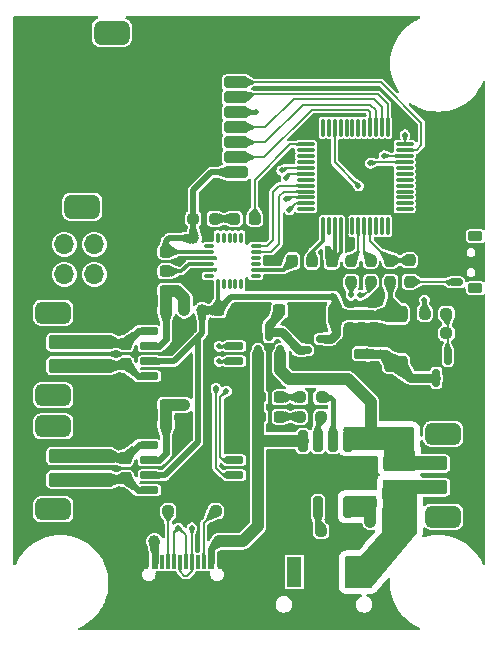
<source format=gbr>
%TF.GenerationSoftware,KiCad,Pcbnew,(7.0.0)*%
%TF.CreationDate,2023-06-08T15:27:57+08:00*%
%TF.ProjectId,Board_Car_V0_2,426f6172-645f-4436-9172-5f56305f322e,rev?*%
%TF.SameCoordinates,Original*%
%TF.FileFunction,Copper,L1,Top*%
%TF.FilePolarity,Positive*%
%FSLAX46Y46*%
G04 Gerber Fmt 4.6, Leading zero omitted, Abs format (unit mm)*
G04 Created by KiCad (PCBNEW (7.0.0)) date 2023-06-08 15:27:57*
%MOMM*%
%LPD*%
G01*
G04 APERTURE LIST*
G04 Aperture macros list*
%AMRoundRect*
0 Rectangle with rounded corners*
0 $1 Rounding radius*
0 $2 $3 $4 $5 $6 $7 $8 $9 X,Y pos of 4 corners*
0 Add a 4 corners polygon primitive as box body*
4,1,4,$2,$3,$4,$5,$6,$7,$8,$9,$2,$3,0*
0 Add four circle primitives for the rounded corners*
1,1,$1+$1,$2,$3*
1,1,$1+$1,$4,$5*
1,1,$1+$1,$6,$7*
1,1,$1+$1,$8,$9*
0 Add four rect primitives between the rounded corners*
20,1,$1+$1,$2,$3,$4,$5,0*
20,1,$1+$1,$4,$5,$6,$7,0*
20,1,$1+$1,$6,$7,$8,$9,0*
20,1,$1+$1,$8,$9,$2,$3,0*%
G04 Aperture macros list end*
%TA.AperFunction,SMDPad,CuDef*%
%ADD10RoundRect,0.450000X-1.050000X0.450000X-1.050000X-0.450000X1.050000X-0.450000X1.050000X0.450000X0*%
%TD*%
%TA.AperFunction,SMDPad,CuDef*%
%ADD11RoundRect,0.300000X-2.450000X0.300000X-2.450000X-0.300000X2.450000X-0.300000X2.450000X0.300000X0*%
%TD*%
%TA.AperFunction,ComponentPad*%
%ADD12O,1.700000X1.700000*%
%TD*%
%TA.AperFunction,ComponentPad*%
%ADD13R,1.700000X1.700000*%
%TD*%
%TA.AperFunction,SMDPad,CuDef*%
%ADD14RoundRect,0.300000X2.450000X-0.300000X2.450000X0.300000X-2.450000X0.300000X-2.450000X-0.300000X0*%
%TD*%
%TA.AperFunction,SMDPad,CuDef*%
%ADD15RoundRect,0.450000X1.050000X-0.450000X1.050000X0.450000X-1.050000X0.450000X-1.050000X-0.450000X0*%
%TD*%
%TA.AperFunction,SMDPad,CuDef*%
%ADD16R,0.300000X1.150000*%
%TD*%
%TA.AperFunction,SMDPad,CuDef*%
%ADD17R,0.600000X1.150000*%
%TD*%
%TA.AperFunction,ComponentPad*%
%ADD18O,1.000000X1.600000*%
%TD*%
%TA.AperFunction,ComponentPad*%
%ADD19O,1.000000X2.100000*%
%TD*%
%TA.AperFunction,SMDPad,CuDef*%
%ADD20RoundRect,0.150000X-0.650000X-0.150000X0.650000X-0.150000X0.650000X0.150000X-0.650000X0.150000X0*%
%TD*%
%TA.AperFunction,SMDPad,CuDef*%
%ADD21RoundRect,0.075000X-0.662500X-0.075000X0.662500X-0.075000X0.662500X0.075000X-0.662500X0.075000X0*%
%TD*%
%TA.AperFunction,SMDPad,CuDef*%
%ADD22RoundRect,0.075000X-0.075000X-0.662500X0.075000X-0.662500X0.075000X0.662500X-0.075000X0.662500X0*%
%TD*%
%TA.AperFunction,SMDPad,CuDef*%
%ADD23RoundRect,0.250000X0.750000X-0.250000X0.750000X0.250000X-0.750000X0.250000X-0.750000X-0.250000X0*%
%TD*%
%TA.AperFunction,SMDPad,CuDef*%
%ADD24RoundRect,0.500000X1.000000X-0.500000X1.000000X0.500000X-1.000000X0.500000X-1.000000X-0.500000X0*%
%TD*%
%TA.AperFunction,SMDPad,CuDef*%
%ADD25RoundRect,0.075000X-0.075000X0.350000X-0.075000X-0.350000X0.075000X-0.350000X0.075000X0.350000X0*%
%TD*%
%TA.AperFunction,SMDPad,CuDef*%
%ADD26RoundRect,0.075000X-0.350000X-0.075000X0.350000X-0.075000X0.350000X0.075000X-0.350000X0.075000X0*%
%TD*%
%TA.AperFunction,SMDPad,CuDef*%
%ADD27RoundRect,0.200000X0.200000X-0.700000X0.200000X0.700000X-0.200000X0.700000X-0.200000X-0.700000X0*%
%TD*%
%TA.AperFunction,SMDPad,CuDef*%
%ADD28RoundRect,0.625000X1.075000X-0.625000X1.075000X0.625000X-1.075000X0.625000X-1.075000X-0.625000X0*%
%TD*%
%TA.AperFunction,SMDPad,CuDef*%
%ADD29RoundRect,0.150000X0.587500X0.150000X-0.587500X0.150000X-0.587500X-0.150000X0.587500X-0.150000X0*%
%TD*%
%TA.AperFunction,SMDPad,CuDef*%
%ADD30R,1.250000X2.500000*%
%TD*%
%TA.AperFunction,SMDPad,CuDef*%
%ADD31RoundRect,0.150000X-0.450000X0.150000X-0.450000X-0.150000X0.450000X-0.150000X0.450000X0.150000X0*%
%TD*%
%TA.AperFunction,SMDPad,CuDef*%
%ADD32RoundRect,0.200000X-0.425000X0.200000X-0.425000X-0.200000X0.425000X-0.200000X0.425000X0.200000X0*%
%TD*%
%TA.AperFunction,SMDPad,CuDef*%
%ADD33RoundRect,0.237500X-0.237500X0.250000X-0.237500X-0.250000X0.237500X-0.250000X0.237500X0.250000X0*%
%TD*%
%TA.AperFunction,SMDPad,CuDef*%
%ADD34RoundRect,0.237500X0.237500X-0.250000X0.237500X0.250000X-0.237500X0.250000X-0.237500X-0.250000X0*%
%TD*%
%TA.AperFunction,SMDPad,CuDef*%
%ADD35RoundRect,0.237500X-0.250000X-0.237500X0.250000X-0.237500X0.250000X0.237500X-0.250000X0.237500X0*%
%TD*%
%TA.AperFunction,SMDPad,CuDef*%
%ADD36RoundRect,0.237500X0.250000X0.237500X-0.250000X0.237500X-0.250000X-0.237500X0.250000X-0.237500X0*%
%TD*%
%TA.AperFunction,SMDPad,CuDef*%
%ADD37RoundRect,0.150000X-0.150000X0.587500X-0.150000X-0.587500X0.150000X-0.587500X0.150000X0.587500X0*%
%TD*%
%TA.AperFunction,SMDPad,CuDef*%
%ADD38RoundRect,0.150000X0.150000X-0.587500X0.150000X0.587500X-0.150000X0.587500X-0.150000X-0.587500X0*%
%TD*%
%TA.AperFunction,SMDPad,CuDef*%
%ADD39RoundRect,0.225000X-0.375000X0.225000X-0.375000X-0.225000X0.375000X-0.225000X0.375000X0.225000X0*%
%TD*%
%TA.AperFunction,SMDPad,CuDef*%
%ADD40RoundRect,0.237500X0.287500X0.237500X-0.287500X0.237500X-0.287500X-0.237500X0.287500X-0.237500X0*%
%TD*%
%TA.AperFunction,SMDPad,CuDef*%
%ADD41RoundRect,0.237500X-0.237500X0.300000X-0.237500X-0.300000X0.237500X-0.300000X0.237500X0.300000X0*%
%TD*%
%TA.AperFunction,SMDPad,CuDef*%
%ADD42RoundRect,0.237500X0.300000X0.237500X-0.300000X0.237500X-0.300000X-0.237500X0.300000X-0.237500X0*%
%TD*%
%TA.AperFunction,SMDPad,CuDef*%
%ADD43RoundRect,0.250000X0.325000X0.650000X-0.325000X0.650000X-0.325000X-0.650000X0.325000X-0.650000X0*%
%TD*%
%TA.AperFunction,SMDPad,CuDef*%
%ADD44RoundRect,0.237500X-0.300000X-0.237500X0.300000X-0.237500X0.300000X0.237500X-0.300000X0.237500X0*%
%TD*%
%TA.AperFunction,SMDPad,CuDef*%
%ADD45RoundRect,0.350000X-0.650000X0.350000X-0.650000X-0.350000X0.650000X-0.350000X0.650000X0.350000X0*%
%TD*%
%TA.AperFunction,ViaPad*%
%ADD46C,0.500000*%
%TD*%
%TA.AperFunction,ViaPad*%
%ADD47C,1.000000*%
%TD*%
%TA.AperFunction,ViaPad*%
%ADD48C,0.600000*%
%TD*%
%TA.AperFunction,Conductor*%
%ADD49C,0.300000*%
%TD*%
%TA.AperFunction,Conductor*%
%ADD50C,0.200000*%
%TD*%
%TA.AperFunction,Conductor*%
%ADD51C,0.500000*%
%TD*%
%TA.AperFunction,Conductor*%
%ADD52C,1.000000*%
%TD*%
%TA.AperFunction,Conductor*%
%ADD53C,0.600000*%
%TD*%
%TA.AperFunction,Conductor*%
%ADD54C,0.400000*%
%TD*%
%TA.AperFunction,Conductor*%
%ADD55C,0.750000*%
%TD*%
G04 APERTURE END LIST*
D10*
%TO.P,M2,0*%
%TO.N,N/C*%
X164401000Y-89733000D03*
X164401000Y-82733000D03*
D11*
%TO.P,M2,1,+*%
%TO.N,Net-(M2-+)*%
X166751000Y-85233000D03*
%TO.P,M2,2,-*%
%TO.N,Net-(M2--)*%
X166751000Y-87233000D03*
%TD*%
D10*
%TO.P,M1,0*%
%TO.N,N/C*%
X164401000Y-80097000D03*
X164401000Y-73097000D03*
D11*
%TO.P,M1,1,+*%
%TO.N,Net-(M1-+)*%
X166751000Y-75597000D03*
%TO.P,M1,2,-*%
%TO.N,Net-(M1--)*%
X166751000Y-77597000D03*
%TD*%
D12*
%TO.P,J2,3,Pin_3*%
%TO.N,/PWM6*%
X167893999Y-67309999D03*
%TO.P,J2,2,Pin_2*%
%TO.N,+BATT*%
X165353999Y-67309999D03*
D13*
%TO.P,J2,1,Pin_1*%
%TO.N,GND*%
X162813999Y-67309999D03*
%TD*%
D12*
%TO.P,J1,3,Pin_3*%
%TO.N,/PWM5*%
X167893999Y-69849999D03*
%TO.P,J1,2,Pin_2*%
%TO.N,+BATT*%
X165353999Y-69849999D03*
D13*
%TO.P,J1,1,Pin_1*%
%TO.N,GND*%
X162813999Y-69849999D03*
%TD*%
D14*
%TO.P,BT1,2,+*%
%TO.N,+BATT*%
X195072000Y-85868000D03*
%TO.P,BT1,1,-*%
%TO.N,Net-(BT1--)*%
X195072000Y-87868000D03*
D15*
%TO.P,BT1,0*%
%TO.N,N/C*%
X197422000Y-90368000D03*
X197422000Y-83368000D03*
%TD*%
D16*
%TO.P,USB1,B8,SBU2*%
%TO.N,unconnected-(USB1-SBU2-PadB8)*%
X176636999Y-94184999D03*
%TO.P,USB1,B7,DN2*%
%TO.N,/DN*%
X174636999Y-94184999D03*
%TO.P,USB1,B6,DP2*%
%TO.N,/DP*%
X176136999Y-94184999D03*
%TO.P,USB1,B5,CC2*%
%TO.N,Net-(USB1-CC2)*%
X177136999Y-94184999D03*
D17*
%TO.P,USB1,B4A9,VBUS*%
%TO.N,VBUS*%
X177786999Y-94184999D03*
%TO.P,USB1,B1A12,GND*%
%TO.N,GND*%
X178586999Y-94184999D03*
D16*
%TO.P,USB1,A8,SBU1*%
%TO.N,unconnected-(USB1-SBU1-PadA8)*%
X173636999Y-94184999D03*
%TO.P,USB1,A7,DN1*%
%TO.N,/DN*%
X175636999Y-94184999D03*
%TO.P,USB1,A6,DP1*%
%TO.N,/DP*%
X175136999Y-94184999D03*
%TO.P,USB1,A5,CC1*%
%TO.N,Net-(USB1-CC1)*%
X174136999Y-94184999D03*
D17*
%TO.P,USB1,A4B9,VBUS*%
%TO.N,VBUS*%
X172986999Y-94184999D03*
%TO.P,USB1,A1B12,GND*%
%TO.N,GND*%
X172186999Y-94184999D03*
D18*
%TO.P,USB1,4,SHELL*%
X179706999Y-98929999D03*
D19*
%TO.P,USB1,3,SHELL*%
X179706999Y-94749999D03*
D18*
%TO.P,USB1,2,SHELL*%
X171066999Y-98929999D03*
D19*
%TO.P,USB1,1,SHELL*%
X171066999Y-94749999D03*
%TD*%
D20*
%TO.P,U7,1,X4*%
%TO.N,Net-(M2-+)*%
X172549000Y-84328000D03*
%TO.P,U7,2,VDD*%
%TO.N,+BATT*%
X172549000Y-85598000D03*
%TO.P,U7,3,VIO*%
%TO.N,+3.3V*%
X172549000Y-86868000D03*
%TO.P,U7,4,X3*%
%TO.N,Net-(M2--)*%
X172549000Y-88138000D03*
%TO.P,U7,5,GND*%
%TO.N,GND*%
X179749000Y-88138000D03*
%TO.P,U7,6,FOR*%
%TO.N,/PWM4P*%
X179749000Y-86868000D03*
%TO.P,U7,7,BAK*%
%TO.N,/PWM4N*%
X179749000Y-85598000D03*
%TO.P,U7,8,GND*%
%TO.N,GND*%
X179749000Y-84328000D03*
%TD*%
%TO.P,U6,1,X4*%
%TO.N,Net-(M1-+)*%
X172549000Y-74676000D03*
%TO.P,U6,2,VDD*%
%TO.N,+BATT*%
X172549000Y-75946000D03*
%TO.P,U6,3,VIO*%
%TO.N,+3.3V*%
X172549000Y-77216000D03*
%TO.P,U6,4,X3*%
%TO.N,Net-(M1--)*%
X172549000Y-78486000D03*
%TO.P,U6,5,GND*%
%TO.N,GND*%
X179749000Y-78486000D03*
%TO.P,U6,6,FOR*%
%TO.N,/PWM1P*%
X179749000Y-77216000D03*
%TO.P,U6,7,BAK*%
%TO.N,/PWM1N*%
X179749000Y-75946000D03*
%TO.P,U6,8,GND*%
%TO.N,GND*%
X179749000Y-74676000D03*
%TD*%
D21*
%TO.P,U5,1,P5.3*%
%TO.N,/LED*%
X185825500Y-58845000D03*
%TO.P,U5,2,P0.5*%
%TO.N,unconnected-(U5-P0.5-Pad2)*%
X185825500Y-59345000D03*
%TO.P,U5,3,P0.6*%
%TO.N,unconnected-(U5-P0.6-Pad3)*%
X185825500Y-59845000D03*
%TO.P,U5,4,P0.7*%
%TO.N,unconnected-(U5-P0.7-Pad4)*%
X185825500Y-60345000D03*
%TO.P,U5,5,P1.0*%
%TO.N,/PWM1P*%
X185825500Y-60845000D03*
%TO.P,U5,6,P1.1*%
%TO.N,/PWM1N*%
X185825500Y-61345000D03*
%TO.P,U5,7,P4.7*%
%TO.N,unconnected-(U5-P4.7-Pad7)*%
X185825500Y-61845000D03*
%TO.P,U5,8,P1.4*%
%TO.N,/MPU_SDA*%
X185825500Y-62345000D03*
%TO.P,U5,9,P1.5*%
%TO.N,/MPU_SCL*%
X185825500Y-62845000D03*
%TO.P,U5,10,P1.6*%
%TO.N,/PWM4P*%
X185825500Y-63345000D03*
%TO.P,U5,11,P1.7*%
%TO.N,/PWM4N*%
X185825500Y-63845000D03*
%TO.P,U5,12,P1.3*%
%TO.N,unconnected-(U5-P1.3-Pad12)*%
X185825500Y-64345000D03*
D22*
%TO.P,U5,13,UCap*%
%TO.N,Net-(U5-UCap)*%
X187238000Y-65757500D03*
%TO.P,U5,14,P5.4*%
%TO.N,unconnected-(U5-P5.4-Pad14)*%
X187738000Y-65757500D03*
%TO.P,U5,15,VCC*%
%TO.N,+3.3V*%
X188238000Y-65757500D03*
%TO.P,U5,16,ADC_VRef*%
X188738000Y-65757500D03*
%TO.P,U5,17,GND*%
%TO.N,GND*%
X189238000Y-65757500D03*
%TO.P,U5,18,P4.0*%
%TO.N,unconnected-(U5-P4.0-Pad18)*%
X189738000Y-65757500D03*
%TO.P,U5,19,P3.0*%
%TO.N,Net-(U5-P3.0)*%
X190238000Y-65757500D03*
%TO.P,U5,20,P3.1*%
%TO.N,Net-(U5-P3.1)*%
X190738000Y-65757500D03*
%TO.P,U5,21,P3.2*%
%TO.N,Net-(U5-P3.2)*%
X191238000Y-65757500D03*
%TO.P,U5,22,P3.3*%
%TO.N,unconnected-(U5-P3.3-Pad22)*%
X191738000Y-65757500D03*
%TO.P,U5,23,P3.4*%
%TO.N,unconnected-(U5-P3.4-Pad23)*%
X192238000Y-65757500D03*
%TO.P,U5,24,P5.0*%
%TO.N,unconnected-(U5-P5.0-Pad24)*%
X192738000Y-65757500D03*
D21*
%TO.P,U5,25,P5.1*%
%TO.N,unconnected-(U5-P5.1-Pad25)*%
X194150500Y-64345000D03*
%TO.P,U5,26,P3.5*%
%TO.N,unconnected-(U5-P3.5-Pad26)*%
X194150500Y-63845000D03*
%TO.P,U5,27,P3.6*%
%TO.N,unconnected-(U5-P3.6-Pad27)*%
X194150500Y-63345000D03*
%TO.P,U5,28,P3.7*%
%TO.N,unconnected-(U5-P3.7-Pad28)*%
X194150500Y-62845000D03*
%TO.P,U5,29,P4.1*%
%TO.N,unconnected-(U5-P4.1-Pad29)*%
X194150500Y-62345000D03*
%TO.P,U5,30,P4.2*%
%TO.N,unconnected-(U5-P4.2-Pad30)*%
X194150500Y-61845000D03*
%TO.P,U5,31,P4.3*%
%TO.N,unconnected-(U5-P4.3-Pad31)*%
X194150500Y-61345000D03*
%TO.P,U5,32,P4.4*%
%TO.N,unconnected-(U5-P4.4-Pad32)*%
X194150500Y-60845000D03*
%TO.P,U5,33,P2.0*%
%TO.N,/PWM5*%
X194150500Y-60345000D03*
%TO.P,U5,34,P2.1*%
%TO.N,/PWM6*%
X194150500Y-59845000D03*
%TO.P,U5,35,P2.2*%
%TO.N,/RF24_IRQ*%
X194150500Y-59345000D03*
%TO.P,U5,36,P2.3*%
%TO.N,/RF24_MOSI*%
X194150500Y-58845000D03*
D22*
%TO.P,U5,37,P2.4*%
%TO.N,/RF24_MISO*%
X192738000Y-57432500D03*
%TO.P,U5,38,P2.5*%
%TO.N,/RF24_SCK*%
X192238000Y-57432500D03*
%TO.P,U5,39,P2.6*%
%TO.N,/RF24_CSN*%
X191738000Y-57432500D03*
%TO.P,U5,40,P2.7*%
%TO.N,/RF24_CE*%
X191238000Y-57432500D03*
%TO.P,U5,41,P4.5*%
%TO.N,unconnected-(U5-P4.5-Pad41)*%
X190738000Y-57432500D03*
%TO.P,U5,42,P4.6*%
%TO.N,unconnected-(U5-P4.6-Pad42)*%
X190238000Y-57432500D03*
%TO.P,U5,43,P0.0*%
%TO.N,unconnected-(U5-P0.0-Pad43)*%
X189738000Y-57432500D03*
%TO.P,U5,44,P0.1*%
%TO.N,unconnected-(U5-P0.1-Pad44)*%
X189238000Y-57432500D03*
%TO.P,U5,45,P0.2*%
%TO.N,unconnected-(U5-P0.2-Pad45)*%
X188738000Y-57432500D03*
%TO.P,U5,46,P0.3*%
%TO.N,/BUZZ*%
X188238000Y-57432500D03*
%TO.P,U5,47,P0.4*%
%TO.N,unconnected-(U5-P0.4-Pad47)*%
X187738000Y-57432500D03*
%TO.P,U5,48,P5.2*%
%TO.N,unconnected-(U5-P5.2-Pad48)*%
X187238000Y-57432500D03*
%TD*%
D23*
%TO.P,U4,1,VCC*%
%TO.N,+3.3V*%
X179870000Y-61214000D03*
%TO.P,U4,2,CE*%
%TO.N,/RF24_CE*%
X179870000Y-59944000D03*
%TO.P,U4,3,CSN*%
%TO.N,/RF24_CSN*%
X179870000Y-58674000D03*
%TO.P,U4,4,SCK*%
%TO.N,/RF24_SCK*%
X179870000Y-57404000D03*
%TO.P,U4,5,MOSI*%
%TO.N,/RF24_MOSI*%
X179870000Y-56134000D03*
%TO.P,U4,6,MISO*%
%TO.N,/RF24_MISO*%
X179870000Y-54864000D03*
%TO.P,U4,7,IRQ*%
%TO.N,/RF24_IRQ*%
X179870000Y-53594000D03*
%TO.P,U4,8,GND*%
%TO.N,GND*%
X179870000Y-52324000D03*
D24*
%TO.P,U4,MP*%
%TO.N,N/C*%
X169370000Y-49403000D03*
X166870000Y-64135000D03*
%TD*%
D25*
%TO.P,U3,1,CLKIN*%
%TO.N,GND*%
X180828000Y-66757000D03*
%TO.P,U3,2,NC*%
%TO.N,unconnected-(U3-NC-Pad2)*%
X180328000Y-66757000D03*
%TO.P,U3,3,NC*%
%TO.N,unconnected-(U3-NC-Pad3)*%
X179828000Y-66757000D03*
%TO.P,U3,4,NC*%
%TO.N,unconnected-(U3-NC-Pad4)*%
X179328000Y-66757000D03*
%TO.P,U3,5,NC*%
%TO.N,unconnected-(U3-NC-Pad5)*%
X178828000Y-66757000D03*
%TO.P,U3,6,AUX_DA*%
%TO.N,unconnected-(U3-AUX_DA-Pad6)*%
X178328000Y-66757000D03*
D26*
%TO.P,U3,7,AUX_CL*%
%TO.N,unconnected-(U3-AUX_CL-Pad7)*%
X177628000Y-67457000D03*
%TO.P,U3,8,VLOGIC*%
%TO.N,+3.3V*%
X177628000Y-67957000D03*
%TO.P,U3,9,AD0*%
%TO.N,GND*%
X177628000Y-68457000D03*
%TO.P,U3,10,REGOUT*%
%TO.N,Net-(U3-REGOUT)*%
X177628000Y-68957000D03*
%TO.P,U3,11,FSYNC*%
%TO.N,GND*%
X177628000Y-69457000D03*
%TO.P,U3,12,INT*%
%TO.N,unconnected-(U3-INT-Pad12)*%
X177628000Y-69957000D03*
D25*
%TO.P,U3,13,VDD*%
%TO.N,+3.3V*%
X178328000Y-70657000D03*
%TO.P,U3,14,NC*%
%TO.N,unconnected-(U3-NC-Pad14)*%
X178828000Y-70657000D03*
%TO.P,U3,15,NC*%
%TO.N,unconnected-(U3-NC-Pad15)*%
X179328000Y-70657000D03*
%TO.P,U3,16,NC*%
%TO.N,unconnected-(U3-NC-Pad16)*%
X179828000Y-70657000D03*
%TO.P,U3,17,NC*%
%TO.N,unconnected-(U3-NC-Pad17)*%
X180328000Y-70657000D03*
%TO.P,U3,18,GND*%
%TO.N,GND*%
X180828000Y-70657000D03*
D26*
%TO.P,U3,19,RESV*%
%TO.N,unconnected-(U3-RESV-Pad19)*%
X181528000Y-69957000D03*
%TO.P,U3,20,CPOUT*%
%TO.N,Net-(U3-CPOUT)*%
X181528000Y-69457000D03*
%TO.P,U3,21,RESV*%
%TO.N,unconnected-(U3-RESV-Pad21)*%
X181528000Y-68957000D03*
%TO.P,U3,22,RESV*%
%TO.N,unconnected-(U3-RESV-Pad22)*%
X181528000Y-68457000D03*
%TO.P,U3,23,SCL*%
%TO.N,/MPU_SCL*%
X181528000Y-67957000D03*
%TO.P,U3,24,SDA*%
%TO.N,/MPU_SDA*%
X181528000Y-67457000D03*
%TD*%
D27*
%TO.P,U2,1,TEMP*%
%TO.N,GND*%
X185547000Y-89541000D03*
%TO.P,U2,2,PROG*%
%TO.N,Net-(U2-PROG)*%
X186817000Y-89541000D03*
%TO.P,U2,3,GND*%
%TO.N,GND*%
X188087000Y-89541000D03*
%TO.P,U2,4,VCC*%
%TO.N,VBUS*%
X189357000Y-89541000D03*
%TO.P,U2,5,BAT*%
%TO.N,+BATT*%
X189357000Y-83941000D03*
%TO.P,U2,6,STDBY*%
%TO.N,Net-(U2-STDBY)*%
X188087000Y-83941000D03*
%TO.P,U2,7,CHRG*%
%TO.N,Net-(U2-CHRG)*%
X186817000Y-83941000D03*
%TO.P,U2,8,CE*%
%TO.N,VBUS*%
X185547000Y-83941000D03*
D28*
%TO.P,U2,9,EP*%
%TO.N,GND*%
X187452000Y-86741000D03*
%TD*%
D29*
%TO.P,U1,1,GND*%
%TO.N,GND*%
X187403500Y-77216000D03*
%TO.P,U1,2,VO*%
%TO.N,+3.3V*%
X187403500Y-75316000D03*
%TO.P,U1,3,VI*%
%TO.N,Net-(U1-VI)*%
X185528500Y-76266000D03*
%TD*%
D30*
%TO.P,SW2,1,A*%
%TO.N,unconnected-(SW2-A-Pad1)*%
X184824999Y-95039999D03*
%TO.P,SW2,2,B*%
%TO.N,GND*%
X187324999Y-95039999D03*
%TO.P,SW2,3,C*%
%TO.N,Net-(BT1--)*%
X189824999Y-95039999D03*
%TD*%
D31*
%TO.P,SW1,1,A*%
%TO.N,GND*%
X198471000Y-67134000D03*
%TO.P,SW1,2,B*%
%TO.N,Net-(SW1-B)*%
X198471000Y-70534000D03*
D32*
%TO.P,SW1,3*%
%TO.N,N/C*%
X200146000Y-66634000D03*
%TO.P,SW1,4*%
X200146000Y-71034000D03*
%TD*%
D33*
%TO.P,R12,1*%
%TO.N,Net-(U5-P3.2)*%
X194580000Y-68660000D03*
%TO.P,R12,2*%
%TO.N,Net-(SW1-B)*%
X194580000Y-70485000D03*
%TD*%
%TO.P,R11,1*%
%TO.N,Net-(U5-P3.2)*%
X192929000Y-68683500D03*
%TO.P,R11,2*%
%TO.N,+3.3V*%
X192929000Y-70508500D03*
%TD*%
D34*
%TO.P,R10,1*%
%TO.N,/DP*%
X191278000Y-70508500D03*
%TO.P,R10,2*%
%TO.N,Net-(U5-P3.1)*%
X191278000Y-68683500D03*
%TD*%
%TO.P,R9,1*%
%TO.N,/DN*%
X189627000Y-70508500D03*
%TO.P,R9,2*%
%TO.N,Net-(U5-P3.0)*%
X189627000Y-68683500D03*
%TD*%
D35*
%TO.P,R8,1*%
%TO.N,GND*%
X195871500Y-74833000D03*
%TO.P,R8,2*%
%TO.N,Net-(Q1-B)*%
X197696500Y-74833000D03*
%TD*%
%TO.P,R7,1*%
%TO.N,/BUZZ*%
X195871500Y-73182000D03*
%TO.P,R7,2*%
%TO.N,Net-(Q1-B)*%
X197696500Y-73182000D03*
%TD*%
D36*
%TO.P,R6,2*%
%TO.N,+3.3V*%
X176252500Y-65151000D03*
%TO.P,R6,1*%
%TO.N,Net-(D3-A)*%
X178077500Y-65151000D03*
%TD*%
%TO.P,R5,1*%
%TO.N,Net-(U2-STDBY)*%
X187118000Y-80264000D03*
%TO.P,R5,2*%
%TO.N,Net-(D2-K)*%
X185293000Y-80264000D03*
%TD*%
%TO.P,R4,1*%
%TO.N,Net-(U2-CHRG)*%
X187094500Y-81915000D03*
%TO.P,R4,2*%
%TO.N,Net-(D1-K)*%
X185269500Y-81915000D03*
%TD*%
D35*
%TO.P,R3,1*%
%TO.N,Net-(USB1-CC2)*%
X178157500Y-89916000D03*
%TO.P,R3,2*%
%TO.N,GND*%
X179982500Y-89916000D03*
%TD*%
D36*
%TO.P,R2,1*%
%TO.N,Net-(USB1-CC1)*%
X174140500Y-89916000D03*
%TO.P,R2,2*%
%TO.N,GND*%
X172315500Y-89916000D03*
%TD*%
D35*
%TO.P,R1,1*%
%TO.N,GND*%
X185269500Y-91567000D03*
%TO.P,R1,2*%
%TO.N,Net-(U2-PROG)*%
X187094500Y-91567000D03*
%TD*%
D37*
%TO.P,Q1,1,B*%
%TO.N,Net-(Q1-B)*%
X197800000Y-76738000D03*
%TO.P,Q1,2,E*%
%TO.N,GND*%
X195900000Y-76738000D03*
%TO.P,Q1,3,C*%
%TO.N,Net-(BZ1-+)*%
X196850000Y-78613000D03*
%TD*%
D38*
%TO.P,D5,1*%
%TO.N,VBUS*%
X181742000Y-76634500D03*
%TO.P,D5,2*%
%TO.N,+BATT*%
X183642000Y-76634500D03*
%TO.P,D5,3*%
%TO.N,Net-(U1-VI)*%
X182692000Y-74759500D03*
%TD*%
D39*
%TO.P,D4,1,K*%
%TO.N,+3.3V*%
X190500000Y-73280000D03*
%TO.P,D4,2,A*%
%TO.N,Net-(BZ1-+)*%
X190500000Y-76580000D03*
%TD*%
D40*
%TO.P,D3,2,A*%
%TO.N,Net-(D3-A)*%
X179719000Y-65151000D03*
%TO.P,D3,1,K*%
%TO.N,/LED*%
X181469000Y-65151000D03*
%TD*%
%TO.P,D2,1,K*%
%TO.N,Net-(D2-K)*%
X183628000Y-80264000D03*
%TO.P,D2,2,A*%
%TO.N,VBUS*%
X181878000Y-80264000D03*
%TD*%
%TO.P,D1,1,K*%
%TO.N,Net-(D1-K)*%
X183628000Y-81915000D03*
%TO.P,D1,2,A*%
%TO.N,VBUS*%
X181878000Y-81915000D03*
%TD*%
D41*
%TO.P,C18,1*%
%TO.N,Net-(M2-+)*%
X170561000Y-85397000D03*
%TO.P,C18,2*%
%TO.N,Net-(M2--)*%
X170561000Y-87122000D03*
%TD*%
%TO.P,C17,1*%
%TO.N,Net-(M1-+)*%
X170561000Y-75718500D03*
%TO.P,C17,2*%
%TO.N,Net-(M1--)*%
X170561000Y-77443500D03*
%TD*%
%TO.P,C16,1*%
%TO.N,Net-(U5-UCap)*%
X186309000Y-68733500D03*
%TO.P,C16,2*%
%TO.N,GND*%
X186309000Y-70458500D03*
%TD*%
%TO.P,C15,1*%
%TO.N,+3.3V*%
X187976000Y-68733500D03*
%TO.P,C15,2*%
%TO.N,GND*%
X187976000Y-70458500D03*
%TD*%
D42*
%TO.P,C14,1*%
%TO.N,+BATT*%
X173963500Y-80899000D03*
%TO.P,C14,2*%
%TO.N,GND*%
X172238500Y-80899000D03*
%TD*%
%TO.P,C13,1*%
%TO.N,+BATT*%
X173963500Y-71247000D03*
%TO.P,C13,2*%
%TO.N,GND*%
X172238500Y-71247000D03*
%TD*%
D43*
%TO.P,C12,1*%
%TO.N,+3.3V*%
X188292000Y-73284000D03*
%TO.P,C12,2*%
%TO.N,GND*%
X185342000Y-73284000D03*
%TD*%
D42*
%TO.P,C11,1*%
%TO.N,+BATT*%
X173963500Y-82550000D03*
%TO.P,C11,2*%
%TO.N,GND*%
X172238500Y-82550000D03*
%TD*%
%TO.P,C10,1*%
%TO.N,+BATT*%
X173963500Y-72898000D03*
%TO.P,C10,2*%
%TO.N,GND*%
X172238500Y-72898000D03*
%TD*%
%TO.P,C9,1*%
%TO.N,Net-(U3-REGOUT)*%
X173963500Y-69596000D03*
%TO.P,C9,2*%
%TO.N,GND*%
X172238500Y-69596000D03*
%TD*%
D41*
%TO.P,C8,1*%
%TO.N,Net-(U3-CPOUT)*%
X184658000Y-68733500D03*
%TO.P,C8,2*%
%TO.N,GND*%
X184658000Y-70458500D03*
%TD*%
D44*
%TO.P,C7,1*%
%TO.N,+3.3V*%
X178334500Y-72898000D03*
%TO.P,C7,2*%
%TO.N,GND*%
X180059500Y-72898000D03*
%TD*%
%TO.P,C6,1*%
%TO.N,GND*%
X172238500Y-67945000D03*
%TO.P,C6,2*%
%TO.N,+3.3V*%
X173963500Y-67945000D03*
%TD*%
D41*
%TO.P,C5,1*%
%TO.N,+BATT*%
X191307800Y-84100500D03*
%TO.P,C5,2*%
%TO.N,GND*%
X191307800Y-85825500D03*
%TD*%
%TO.P,C2,1*%
%TO.N,GND*%
X191307800Y-87529500D03*
%TO.P,C2,2*%
%TO.N,VBUS*%
X191307800Y-89254500D03*
%TD*%
D42*
%TO.P,C1,1*%
%TO.N,Net-(U1-VI)*%
X183554500Y-72903000D03*
%TO.P,C1,2*%
%TO.N,GND*%
X181829500Y-72903000D03*
%TD*%
D45*
%TO.P,BZ1,1,-*%
%TO.N,+3.3V*%
X193421000Y-73211000D03*
%TO.P,BZ1,2,+*%
%TO.N,Net-(BZ1-+)*%
X193421000Y-77411000D03*
%TD*%
D46*
%TO.N,GND*%
X199898000Y-88519000D03*
X199771000Y-87376000D03*
X199898000Y-86233000D03*
X199771000Y-85217000D03*
X198755000Y-85598000D03*
X198882000Y-86487000D03*
X198755000Y-87503000D03*
X198755000Y-88392000D03*
X190246000Y-85852000D03*
X190246000Y-86741000D03*
X190246000Y-87630000D03*
X183896000Y-88900000D03*
X183896000Y-89662000D03*
X183896000Y-90424000D03*
X183896000Y-91186000D03*
X172847000Y-91186000D03*
X171958000Y-91186000D03*
X171069000Y-90932000D03*
X171069000Y-90170000D03*
X171069000Y-89408000D03*
X172212000Y-66548000D03*
X172466000Y-65659000D03*
X171323000Y-66294000D03*
X171069000Y-68834000D03*
X171069000Y-68072000D03*
X170688000Y-74168000D03*
X171069000Y-71501000D03*
X171069000Y-70739000D03*
X172466000Y-79883000D03*
X171704000Y-79883000D03*
X170942000Y-80264000D03*
X170942000Y-81026000D03*
X170942000Y-81788000D03*
X170942000Y-82550000D03*
X170942000Y-83312000D03*
X187833000Y-87630000D03*
X188595000Y-87630000D03*
X186309000Y-87630000D03*
X187071000Y-87630000D03*
X187071000Y-86741000D03*
X187833000Y-86741000D03*
X186309000Y-86741000D03*
X188595000Y-86741000D03*
X188595000Y-85852000D03*
X187833000Y-85852000D03*
X187071000Y-85852000D03*
X186309000Y-85852000D03*
X185039000Y-74549000D03*
X185801000Y-74676000D03*
X186436000Y-74168000D03*
X186436000Y-73406000D03*
X186436000Y-72644000D03*
X186182000Y-77216000D03*
X187071000Y-76454000D03*
X187833000Y-76454000D03*
X188595000Y-76581000D03*
X198882000Y-65913000D03*
X197866000Y-66040000D03*
X196723000Y-66040000D03*
X196977000Y-67437000D03*
X197739000Y-68199000D03*
X198755000Y-68199000D03*
X188468000Y-63500000D03*
X189230000Y-63500000D03*
X189992000Y-63500000D03*
X189992000Y-64262000D03*
X188468000Y-64262000D03*
X189230000Y-64262000D03*
X189484000Y-67691000D03*
X189484000Y-67056000D03*
X181356000Y-51181000D03*
X181356000Y-52705000D03*
X181356000Y-51943000D03*
X180594000Y-51181000D03*
X179832000Y-51181000D03*
X179070000Y-51181000D03*
X178308000Y-51181000D03*
X178308000Y-51943000D03*
X178308000Y-52705000D03*
X187198000Y-70485000D03*
X187198000Y-69723000D03*
X185547000Y-70485000D03*
X185547000Y-69723000D03*
X192024000Y-71374000D03*
X192024000Y-72136000D03*
X191262000Y-72136000D03*
X196596000Y-75565000D03*
X196596000Y-76327000D03*
X196596000Y-77089000D03*
X194818000Y-74676000D03*
X194818000Y-75438000D03*
X194818000Y-76200000D03*
X186309000Y-96266000D03*
X186309000Y-95504000D03*
X186309000Y-94742000D03*
X186309000Y-93980000D03*
X188341000Y-97155000D03*
X187452000Y-97155000D03*
X186436000Y-97155000D03*
X179832000Y-89027000D03*
X180594000Y-89027000D03*
X180340000Y-90805000D03*
X179578000Y-91059000D03*
X178689000Y-91059000D03*
X180721000Y-83693000D03*
X179959000Y-83693000D03*
X179197000Y-83693000D03*
X179832000Y-80899000D03*
X179832000Y-80137000D03*
X180594000Y-80137000D03*
X180594000Y-79375000D03*
X177546000Y-78105000D03*
X178308000Y-78105000D03*
X179197000Y-73914000D03*
X180213000Y-73914000D03*
X176149000Y-70866000D03*
X175895000Y-70104000D03*
X175133000Y-68707000D03*
X178435000Y-63881000D03*
X179197000Y-63881000D03*
X179959000Y-63119000D03*
X179197000Y-63119000D03*
X179959000Y-62357000D03*
X180721000Y-62357000D03*
D47*
%TO.N,+BATT*%
X175514000Y-72898000D03*
X175514000Y-80899000D03*
X184150000Y-78486000D03*
%TO.N,+3.3V*%
X176276000Y-66802000D03*
X177000500Y-72898000D03*
D48*
X187706000Y-67691000D03*
X188214000Y-71755000D03*
D46*
%TO.N,/BUZZ*%
X195834000Y-72009000D03*
X190246000Y-62357000D03*
%TO.N,/PWM5*%
X191262000Y-60452000D03*
%TO.N,/PWM6*%
X192405000Y-59817000D03*
%TO.N,/DP*%
X176149000Y-91313000D03*
%TO.N,/DN*%
X175006000Y-91313000D03*
%TO.N,/DP*%
X190373000Y-71628000D03*
%TO.N,/DN*%
X189611000Y-71628000D03*
%TO.N,/PWM4N*%
X184404000Y-64389000D03*
X179070000Y-79756000D03*
%TO.N,/PWM4P*%
X184150000Y-63500000D03*
X178181000Y-79502000D03*
%TO.N,/PWM1N*%
X178435000Y-75946000D03*
X184096630Y-61668630D03*
%TO.N,/PWM1P*%
X183753322Y-61059168D03*
X178435000Y-77216000D03*
%TO.N,/RF24_MOSI*%
X194183000Y-58039000D03*
X181610000Y-56134000D03*
D47*
%TO.N,VBUS*%
X191262000Y-90805000D03*
X178435000Y-92456000D03*
X172974000Y-92456000D03*
%TD*%
D49*
%TO.N,Net-(U3-REGOUT)*%
X175260000Y-69596000D02*
X173963500Y-69596000D01*
X175899000Y-68957000D02*
X175260000Y-69596000D01*
X177628000Y-68957000D02*
X175899000Y-68957000D01*
D50*
%TO.N,/PWM4P*%
X178816000Y-86868000D02*
X179749000Y-86868000D01*
X178162000Y-86214000D02*
X178816000Y-86868000D01*
X178162000Y-79521000D02*
X178162000Y-86214000D01*
X178181000Y-79502000D02*
X178162000Y-79521000D01*
%TO.N,/PWM4N*%
X178816000Y-85598000D02*
X179749000Y-85598000D01*
X178562000Y-85344000D02*
X178816000Y-85598000D01*
X178562000Y-80264000D02*
X178562000Y-85344000D01*
X179070000Y-79756000D02*
X178562000Y-80264000D01*
D51*
%TO.N,+3.3V*%
X176657000Y-84074000D02*
X173863000Y-86868000D01*
X173863000Y-86868000D02*
X172549000Y-86868000D01*
X177000500Y-74840500D02*
X176657000Y-75184000D01*
X176657000Y-75184000D02*
X176657000Y-84074000D01*
D50*
%TO.N,/PWM1P*%
X178435000Y-77216000D02*
X179749000Y-77216000D01*
D51*
%TO.N,+3.3V*%
X177038000Y-74803000D02*
X177000500Y-74840500D01*
X177038000Y-72935500D02*
X177038000Y-74803000D01*
X177000500Y-72898000D02*
X177038000Y-72935500D01*
D52*
%TO.N,+BATT*%
X175514000Y-80899000D02*
X173963500Y-80899000D01*
D50*
%TO.N,/PWM4P*%
X184150000Y-63500000D02*
X184305000Y-63345000D01*
X184305000Y-63345000D02*
X185825500Y-63345000D01*
D51*
%TO.N,+3.3V*%
X177786000Y-61214000D02*
X179870000Y-61214000D01*
X176276000Y-62724000D02*
X177786000Y-61214000D01*
X176276000Y-66802000D02*
X176276000Y-62724000D01*
X173963500Y-67036500D02*
X173963500Y-67945000D01*
X174198000Y-66802000D02*
X173963500Y-67036500D01*
X176276000Y-66802000D02*
X174198000Y-66802000D01*
D53*
%TO.N,Net-(M1--)*%
X166751000Y-77597000D02*
X170407500Y-77597000D01*
X170407500Y-77597000D02*
X170561000Y-77443500D01*
X172549000Y-78486000D02*
X171603500Y-78486000D01*
X171603500Y-78486000D02*
X170561000Y-77443500D01*
%TO.N,Net-(M1-+)*%
X170561000Y-75718500D02*
X166872500Y-75718500D01*
X166872500Y-75718500D02*
X166751000Y-75597000D01*
X171603500Y-74676000D02*
X170561000Y-75718500D01*
X172549000Y-74676000D02*
X171603500Y-74676000D01*
%TO.N,+BATT*%
X173963500Y-75337500D02*
X173963500Y-72898000D01*
X173355000Y-75946000D02*
X173963500Y-75337500D01*
X172549000Y-75946000D02*
X173355000Y-75946000D01*
%TO.N,Net-(M2--)*%
X171577000Y-88138000D02*
X172549000Y-88138000D01*
X170561000Y-87122000D02*
X171577000Y-88138000D01*
X170450000Y-87233000D02*
X170561000Y-87122000D01*
X166751000Y-87233000D02*
X170450000Y-87233000D01*
%TO.N,Net-(M2-+)*%
X166915000Y-85397000D02*
X166751000Y-85233000D01*
X170561000Y-85397000D02*
X166915000Y-85397000D01*
X171630000Y-84328000D02*
X170561000Y-85397000D01*
X172549000Y-84328000D02*
X171630000Y-84328000D01*
%TO.N,+BATT*%
X173963500Y-84989500D02*
X173355000Y-85598000D01*
X173963500Y-82550000D02*
X173963500Y-84989500D01*
X173355000Y-85598000D02*
X172549000Y-85598000D01*
D52*
X175514000Y-71882000D02*
X175514000Y-72898000D01*
X174879000Y-71247000D02*
X175514000Y-71882000D01*
X173963500Y-71247000D02*
X174879000Y-71247000D01*
X173963500Y-71247000D02*
X173963500Y-72898000D01*
X173963500Y-80899000D02*
X173963500Y-82550000D01*
X184150000Y-78486000D02*
X184404000Y-78740000D01*
X184150000Y-78486000D02*
X184150000Y-78486000D01*
X184150000Y-78486000D02*
X184150000Y-78486000D01*
D51*
%TO.N,+3.3V*%
X177000500Y-74840500D02*
X174625000Y-77216000D01*
X174625000Y-77216000D02*
X172549000Y-77216000D01*
%TO.N,Net-(D3-A)*%
X178077500Y-65151000D02*
X179719000Y-65151000D01*
%TO.N,+3.3V*%
X178334500Y-72898000D02*
X177000500Y-72898000D01*
D50*
%TO.N,/MPU_SCL*%
X182868000Y-67957000D02*
X181528000Y-67957000D01*
X183515000Y-67310000D02*
X182868000Y-67957000D01*
X183515000Y-63246000D02*
X183515000Y-67310000D01*
X183916000Y-62845000D02*
X183515000Y-63246000D01*
X185825500Y-62845000D02*
X183916000Y-62845000D01*
%TO.N,/MPU_SDA*%
X182479000Y-67457000D02*
X181528000Y-67457000D01*
X183007000Y-66929000D02*
X182479000Y-67457000D01*
X183527000Y-62345000D02*
X185825500Y-62345000D01*
X183007000Y-62865000D02*
X183527000Y-62345000D01*
X183007000Y-66929000D02*
X183007000Y-62865000D01*
D49*
%TO.N,Net-(U3-CPOUT)*%
X181528000Y-69457000D02*
X183934500Y-69457000D01*
X183934500Y-69457000D02*
X184658000Y-68733500D01*
%TO.N,+3.3V*%
X173975500Y-67957000D02*
X177628000Y-67957000D01*
X173963500Y-67945000D02*
X173975500Y-67957000D01*
X178328000Y-72891500D02*
X178334500Y-72898000D01*
X178328000Y-70657000D02*
X178328000Y-72891500D01*
D51*
X179477500Y-71755000D02*
X178334500Y-72898000D01*
X188214000Y-71755000D02*
X179477500Y-71755000D01*
D50*
%TO.N,/LED*%
X181469000Y-61863000D02*
X184487000Y-58845000D01*
X181469000Y-65532000D02*
X181469000Y-61863000D01*
X184487000Y-58845000D02*
X185825500Y-58845000D01*
D54*
%TO.N,+3.3V*%
X192929000Y-72719000D02*
X193421000Y-73211000D01*
X192929000Y-70508500D02*
X192929000Y-72719000D01*
D55*
X188341000Y-74930000D02*
X188341000Y-73333000D01*
X188341000Y-73333000D02*
X188292000Y-73284000D01*
X187955000Y-75316000D02*
X188341000Y-74930000D01*
X187403500Y-75316000D02*
X187955000Y-75316000D01*
%TO.N,Net-(U1-VI)*%
X185245500Y-76266000D02*
X185528500Y-76266000D01*
X183739000Y-74759500D02*
X185245500Y-76266000D01*
X182692000Y-74759500D02*
X183739000Y-74759500D01*
D52*
%TO.N,+BATT*%
X184404000Y-78740000D02*
X189357000Y-78740000D01*
X189357000Y-78740000D02*
X191307800Y-80690800D01*
X183642000Y-77978000D02*
X184150000Y-78486000D01*
X183642000Y-76634500D02*
X183642000Y-77978000D01*
X191307800Y-80690800D02*
X191307800Y-84100500D01*
D51*
%TO.N,+3.3V*%
X187706000Y-68463500D02*
X187976000Y-68733500D01*
X187706000Y-67691000D02*
X187706000Y-68463500D01*
X188292000Y-71833000D02*
X188214000Y-71755000D01*
X188292000Y-73284000D02*
X188292000Y-71833000D01*
D50*
%TO.N,/BUZZ*%
X195834000Y-73144500D02*
X195871500Y-73182000D01*
X195834000Y-72009000D02*
X195834000Y-73144500D01*
D55*
%TO.N,Net-(BZ1-+)*%
X194623000Y-78613000D02*
X193421000Y-77411000D01*
X196850000Y-78613000D02*
X194623000Y-78613000D01*
X192590000Y-76580000D02*
X193421000Y-77411000D01*
X190500000Y-76580000D02*
X192590000Y-76580000D01*
%TO.N,+3.3V*%
X190500000Y-73280000D02*
X193352000Y-73280000D01*
X193352000Y-73280000D02*
X193421000Y-73211000D01*
X188292000Y-73284000D02*
X190496000Y-73284000D01*
X190496000Y-73284000D02*
X190500000Y-73280000D01*
D52*
%TO.N,VBUS*%
X181742000Y-83947000D02*
X181742000Y-76634500D01*
D50*
%TO.N,/BUZZ*%
X188238000Y-60349000D02*
X190246000Y-62357000D01*
X188238000Y-57432500D02*
X188238000Y-60349000D01*
%TO.N,/PWM5*%
X194128500Y-60367000D02*
X194150500Y-60345000D01*
X191347000Y-60367000D02*
X194128500Y-60367000D01*
X191262000Y-60452000D02*
X191347000Y-60367000D01*
%TO.N,/PWM1P*%
X183967490Y-60845000D02*
X185825500Y-60845000D01*
X183753322Y-61059168D02*
X183967490Y-60845000D01*
%TO.N,/PWM1N*%
X184420260Y-61345000D02*
X185825500Y-61345000D01*
X184096630Y-61668630D02*
X184420260Y-61345000D01*
%TO.N,/PWM6*%
X192433000Y-59845000D02*
X192405000Y-59817000D01*
X194150500Y-59845000D02*
X192433000Y-59845000D01*
%TO.N,Net-(SW1-B)*%
X194580000Y-70485000D02*
X198422000Y-70485000D01*
X198422000Y-70485000D02*
X198471000Y-70534000D01*
%TO.N,Net-(U5-P3.2)*%
X194556500Y-68683500D02*
X194580000Y-68660000D01*
X192929000Y-68683500D02*
X194556500Y-68683500D01*
X192889500Y-68683500D02*
X192929000Y-68683500D01*
X191238000Y-67032000D02*
X192889500Y-68683500D01*
X191238000Y-65757500D02*
X191238000Y-67032000D01*
%TO.N,Net-(U5-P3.1)*%
X190738000Y-65757500D02*
X190738000Y-68143500D01*
X190738000Y-68143500D02*
X191278000Y-68683500D01*
%TO.N,Net-(U5-P3.0)*%
X190238000Y-68072500D02*
X190238000Y-65757500D01*
X189627000Y-68683500D02*
X190238000Y-68072500D01*
D49*
%TO.N,Net-(U5-UCap)*%
X186309000Y-67945000D02*
X186309000Y-68733500D01*
X187238000Y-67016000D02*
X186309000Y-67945000D01*
X187238000Y-65757500D02*
X187238000Y-67016000D01*
%TO.N,+3.3V*%
X188738000Y-65757500D02*
X188738000Y-67971500D01*
X188738000Y-67971500D02*
X187976000Y-68733500D01*
X188238000Y-68471500D02*
X187976000Y-68733500D01*
X188238000Y-65757500D02*
X188238000Y-68471500D01*
D50*
%TO.N,/DP*%
X191278000Y-71104000D02*
X191278000Y-70508500D01*
X190754000Y-71628000D02*
X191278000Y-71104000D01*
X190373000Y-71628000D02*
X190754000Y-71628000D01*
%TO.N,/DN*%
X175637000Y-91944000D02*
X175006000Y-91313000D01*
X175637000Y-94185000D02*
X175637000Y-91944000D01*
%TO.N,/DP*%
X176137000Y-95008000D02*
X176137000Y-94185000D01*
X175768000Y-95377000D02*
X176137000Y-95008000D01*
X175504000Y-95377000D02*
X175768000Y-95377000D01*
X175137000Y-95010000D02*
X175504000Y-95377000D01*
X175137000Y-94185000D02*
X175137000Y-95010000D01*
X176137000Y-91325000D02*
X176149000Y-91313000D01*
X176137000Y-94185000D02*
X176137000Y-91325000D01*
%TO.N,/DN*%
X174637000Y-91682000D02*
X175006000Y-91313000D01*
X174637000Y-94185000D02*
X174637000Y-91682000D01*
X189627000Y-71612000D02*
X189611000Y-71628000D01*
X189627000Y-70508500D02*
X189627000Y-71612000D01*
%TO.N,/PWM4N*%
X184948000Y-63845000D02*
X184404000Y-64389000D01*
X185825500Y-63845000D02*
X184948000Y-63845000D01*
%TO.N,/PWM1N*%
X178435000Y-75946000D02*
X179749000Y-75946000D01*
%TO.N,/RF24_MOSI*%
X194183000Y-58039000D02*
X194183000Y-58812500D01*
X194183000Y-58812500D02*
X194150500Y-58845000D01*
X179870000Y-56134000D02*
X181610000Y-56134000D01*
%TO.N,/RF24_CE*%
X191238000Y-56110000D02*
X191238000Y-57432500D01*
X191027000Y-55899000D02*
X191238000Y-56110000D01*
X186290000Y-55899000D02*
X191027000Y-55899000D01*
X182245000Y-59944000D02*
X186290000Y-55899000D01*
X179870000Y-59944000D02*
X182245000Y-59944000D01*
%TO.N,/RF24_CSN*%
X191262000Y-55499000D02*
X185547000Y-55499000D01*
X191738000Y-55975000D02*
X191262000Y-55499000D01*
X185547000Y-55499000D02*
X182372000Y-58674000D01*
X182372000Y-58674000D02*
X179870000Y-58674000D01*
X191738000Y-57432500D02*
X191738000Y-55975000D01*
%TO.N,/RF24_SCK*%
X184766000Y-55010000D02*
X182372000Y-57404000D01*
X191535000Y-55010000D02*
X184766000Y-55010000D01*
X192238000Y-55713000D02*
X191535000Y-55010000D01*
X182372000Y-57404000D02*
X179870000Y-57404000D01*
X192238000Y-57432500D02*
X192238000Y-55713000D01*
%TO.N,/RF24_MISO*%
X192738000Y-55451000D02*
X192738000Y-57432500D01*
X191897000Y-54610000D02*
X192738000Y-55451000D01*
X180124000Y-54610000D02*
X191897000Y-54610000D01*
X179870000Y-54864000D02*
X180124000Y-54610000D01*
%TO.N,/RF24_IRQ*%
X195580000Y-58928000D02*
X195163000Y-59345000D01*
X195580000Y-57023000D02*
X195580000Y-58928000D01*
X195163000Y-59345000D02*
X194150500Y-59345000D01*
X192151000Y-53594000D02*
X195580000Y-57023000D01*
X179870000Y-53594000D02*
X192151000Y-53594000D01*
%TO.N,Net-(Q1-B)*%
X197800000Y-73285500D02*
X197696500Y-73182000D01*
X197800000Y-76738000D02*
X197800000Y-73285500D01*
D55*
%TO.N,Net-(U1-VI)*%
X183554500Y-73244500D02*
X183554500Y-72903000D01*
X182692000Y-74107000D02*
X183554500Y-73244500D01*
X182692000Y-74759500D02*
X182692000Y-74107000D01*
D54*
%TO.N,Net-(U2-STDBY)*%
X188087000Y-80518000D02*
X188087000Y-83941000D01*
X187833000Y-80264000D02*
X188087000Y-80518000D01*
X187118000Y-80264000D02*
X187833000Y-80264000D01*
%TO.N,Net-(D2-K)*%
X183628000Y-80264000D02*
X185293000Y-80264000D01*
%TO.N,Net-(D1-K)*%
X183628000Y-81915000D02*
X185269500Y-81915000D01*
D52*
%TO.N,VBUS*%
X181742000Y-91181000D02*
X181742000Y-83947000D01*
X185547000Y-83941000D02*
X181748000Y-83941000D01*
X181748000Y-83941000D02*
X181742000Y-83947000D01*
X180467000Y-92456000D02*
X181742000Y-91181000D01*
X178435000Y-92456000D02*
X180467000Y-92456000D01*
D54*
%TO.N,Net-(U2-CHRG)*%
X186817000Y-82192500D02*
X187094500Y-81915000D01*
X186817000Y-83941000D02*
X186817000Y-82192500D01*
D51*
%TO.N,Net-(U2-PROG)*%
X186817000Y-89541000D02*
X186817000Y-91289500D01*
X186817000Y-91289500D02*
X187094500Y-91567000D01*
D52*
%TO.N,VBUS*%
X191262000Y-89300300D02*
X191307800Y-89254500D01*
X191262000Y-90805000D02*
X191262000Y-89300300D01*
D53*
X177787000Y-93104000D02*
X178435000Y-92456000D01*
X177787000Y-94185000D02*
X177787000Y-93104000D01*
X172987000Y-92469000D02*
X172974000Y-92456000D01*
X172987000Y-94185000D02*
X172987000Y-92469000D01*
D50*
%TO.N,Net-(USB1-CC2)*%
X177137000Y-90936500D02*
X178157500Y-89916000D01*
X177137000Y-94185000D02*
X177137000Y-90936500D01*
%TO.N,Net-(USB1-CC1)*%
X174137000Y-89919500D02*
X174140500Y-89916000D01*
X174137000Y-94185000D02*
X174137000Y-89919500D01*
%TD*%
%TA.AperFunction,Conductor*%
%TO.N,Net-(BT1--)*%
G36*
X195137000Y-87265613D02*
G01*
X195182387Y-87311000D01*
X195199000Y-87373000D01*
X195199000Y-91650046D01*
X195191875Y-91691474D01*
X195171318Y-91728141D01*
X191426220Y-96347095D01*
X191383251Y-96380937D01*
X191329902Y-96393000D01*
X189227000Y-96393000D01*
X189165000Y-96376387D01*
X189119613Y-96331000D01*
X189103000Y-96269000D01*
X189103000Y-93850000D01*
X189119613Y-93788000D01*
X189165000Y-93742613D01*
X189227000Y-93726000D01*
X190486742Y-93726000D01*
X190500000Y-93726000D01*
X192278000Y-91694000D01*
X192278000Y-89661874D01*
X192278642Y-89649272D01*
X192282980Y-89606808D01*
X192283300Y-89603677D01*
X192283299Y-89499588D01*
X192288083Y-89465479D01*
X192297687Y-89431918D01*
X192313137Y-89229024D01*
X192287430Y-89027172D01*
X192286242Y-89023698D01*
X192283299Y-88997987D01*
X192283299Y-88908473D01*
X192283299Y-88905324D01*
X192278642Y-88859734D01*
X192278000Y-88847133D01*
X192278000Y-87936874D01*
X192278642Y-87924272D01*
X192282980Y-87881808D01*
X192283300Y-87878677D01*
X192283299Y-87372998D01*
X192299912Y-87311000D01*
X192345299Y-87265613D01*
X192407299Y-87249000D01*
X195075000Y-87249000D01*
X195137000Y-87265613D01*
G37*
%TD.AperFunction*%
%TD*%
%TA.AperFunction,Conductor*%
%TO.N,+BATT*%
G36*
X194885965Y-82819908D02*
G01*
X194931137Y-82863549D01*
X194949128Y-82923725D01*
X194958020Y-83181574D01*
X195067577Y-86358727D01*
X195052434Y-86422516D01*
X195006881Y-86469668D01*
X194943651Y-86487000D01*
X192529000Y-86487000D01*
X192467000Y-86470387D01*
X192421613Y-86425000D01*
X192405000Y-86363000D01*
X192405000Y-84725326D01*
X192405000Y-84709000D01*
X192388674Y-84709000D01*
X189111500Y-84709000D01*
X189049500Y-84692387D01*
X189004113Y-84647000D01*
X188987500Y-84585000D01*
X188987500Y-83187203D01*
X188987500Y-83184384D01*
X188981086Y-83113804D01*
X188979133Y-83107539D01*
X188978382Y-83103759D01*
X188976000Y-83079570D01*
X188976000Y-82928000D01*
X188992613Y-82866000D01*
X189038000Y-82820613D01*
X189100000Y-82804000D01*
X194825203Y-82804000D01*
X194885965Y-82819908D01*
G37*
%TD.AperFunction*%
%TD*%
%TA.AperFunction,Conductor*%
%TO.N,VBUS*%
G36*
X191708000Y-88662613D02*
G01*
X191753387Y-88708000D01*
X191770000Y-88770000D01*
X191770000Y-90300000D01*
X191753387Y-90362000D01*
X191708000Y-90407387D01*
X191646000Y-90424000D01*
X189111392Y-90424000D01*
X189047779Y-90406439D01*
X189002183Y-90358731D01*
X188988255Y-90297616D01*
X188987500Y-90297616D01*
X188987500Y-88787203D01*
X188987500Y-88784384D01*
X188987244Y-88781564D01*
X188987212Y-88781209D01*
X188987225Y-88781140D01*
X188987118Y-88778781D01*
X188987674Y-88778755D01*
X188999773Y-88714589D01*
X189045493Y-88664532D01*
X189110704Y-88646000D01*
X191646000Y-88646000D01*
X191708000Y-88662613D01*
G37*
%TD.AperFunction*%
%TD*%
%TA.AperFunction,Conductor*%
%TO.N,GND*%
G36*
X168163587Y-48019964D02*
G01*
X168209345Y-48072247D01*
X168219798Y-48140933D01*
X168191667Y-48204461D01*
X168133782Y-48242885D01*
X168080394Y-48259522D01*
X168073982Y-48263398D01*
X168073978Y-48263400D01*
X167941232Y-48343648D01*
X167941227Y-48343651D01*
X167934815Y-48347528D01*
X167929515Y-48352827D01*
X167929511Y-48352831D01*
X167819831Y-48462511D01*
X167819827Y-48462515D01*
X167814528Y-48467815D01*
X167810651Y-48474227D01*
X167810648Y-48474232D01*
X167730400Y-48606978D01*
X167730398Y-48606982D01*
X167726522Y-48613394D01*
X167724292Y-48620548D01*
X167724292Y-48620550D01*
X167677864Y-48769542D01*
X167677861Y-48769553D01*
X167675914Y-48775804D01*
X167669500Y-48846384D01*
X167669500Y-49959616D01*
X167675914Y-50030196D01*
X167677862Y-50036448D01*
X167677864Y-50036457D01*
X167707898Y-50132839D01*
X167726522Y-50192606D01*
X167730399Y-50199020D01*
X167730400Y-50199021D01*
X167782238Y-50284772D01*
X167814528Y-50338185D01*
X167934815Y-50458472D01*
X168080394Y-50546478D01*
X168199859Y-50583704D01*
X168236542Y-50595135D01*
X168236544Y-50595135D01*
X168242804Y-50597086D01*
X168313384Y-50603500D01*
X170423797Y-50603500D01*
X170426616Y-50603500D01*
X170497196Y-50597086D01*
X170659606Y-50546478D01*
X170805185Y-50458472D01*
X170925472Y-50338185D01*
X171013478Y-50192606D01*
X171064086Y-50030196D01*
X171070500Y-49959616D01*
X171070500Y-48846384D01*
X171064086Y-48775804D01*
X171013478Y-48613394D01*
X170925472Y-48467815D01*
X170805185Y-48347528D01*
X170763403Y-48322270D01*
X170666021Y-48263400D01*
X170666020Y-48263399D01*
X170659606Y-48259522D01*
X170606217Y-48242885D01*
X170548333Y-48204461D01*
X170520202Y-48140933D01*
X170530655Y-48072247D01*
X170576413Y-48019964D01*
X170643108Y-48000500D01*
X195371930Y-48000500D01*
X195435679Y-48018142D01*
X195481288Y-48066047D01*
X195495781Y-48130584D01*
X195475032Y-48193391D01*
X195424947Y-48236594D01*
X195381186Y-48257292D01*
X195079258Y-48400092D01*
X195079235Y-48400104D01*
X195076506Y-48401395D01*
X195073897Y-48402958D01*
X195073889Y-48402963D01*
X194735648Y-48605697D01*
X194735638Y-48605703D01*
X194733043Y-48607259D01*
X194730616Y-48609058D01*
X194730607Y-48609065D01*
X194496976Y-48782338D01*
X194411412Y-48845797D01*
X194409160Y-48847837D01*
X194409154Y-48847843D01*
X194116963Y-49112669D01*
X194116953Y-49112678D01*
X194114711Y-49114711D01*
X194112678Y-49116953D01*
X194112669Y-49116963D01*
X193847843Y-49409154D01*
X193847837Y-49409160D01*
X193845797Y-49411412D01*
X193843986Y-49413853D01*
X193843985Y-49413855D01*
X193609065Y-49730607D01*
X193609058Y-49730616D01*
X193607259Y-49733043D01*
X193605703Y-49735638D01*
X193605697Y-49735648D01*
X193402963Y-50073889D01*
X193402958Y-50073897D01*
X193401395Y-50076506D01*
X193400104Y-50079235D01*
X193400092Y-50079258D01*
X193231490Y-50435738D01*
X193231482Y-50435755D01*
X193230188Y-50438493D01*
X193229159Y-50441366D01*
X193229158Y-50441371D01*
X193145649Y-50674764D01*
X193095286Y-50815518D01*
X193094549Y-50818459D01*
X193094546Y-50818470D01*
X192998728Y-51200999D01*
X192997989Y-51203951D01*
X192997545Y-51206939D01*
X192997542Y-51206958D01*
X192939679Y-51597036D01*
X192939677Y-51597054D01*
X192939233Y-51600049D01*
X192939084Y-51603075D01*
X192939083Y-51603089D01*
X192933629Y-51714118D01*
X192919585Y-52000000D01*
X192919734Y-52003033D01*
X192939083Y-52396910D01*
X192939084Y-52396922D01*
X192939233Y-52399951D01*
X192939677Y-52402947D01*
X192939679Y-52402963D01*
X192997542Y-52793041D01*
X192997545Y-52793056D01*
X192997989Y-52796049D01*
X192998727Y-52798996D01*
X192998728Y-52799000D01*
X193092873Y-53174851D01*
X193095286Y-53184482D01*
X193230188Y-53561507D01*
X193231486Y-53564251D01*
X193231490Y-53564261D01*
X193400092Y-53920741D01*
X193400100Y-53920756D01*
X193401395Y-53923494D01*
X193607259Y-54266957D01*
X193609065Y-54269392D01*
X193634542Y-54303744D01*
X193657747Y-54360421D01*
X193650996Y-54421290D01*
X193615937Y-54471505D01*
X193561122Y-54498816D01*
X193499921Y-54496562D01*
X193447263Y-54465292D01*
X192400155Y-53418184D01*
X192397797Y-53415474D01*
X192394958Y-53409772D01*
X192386466Y-53402030D01*
X192386465Y-53402029D01*
X192360681Y-53378524D01*
X192356539Y-53374568D01*
X192347852Y-53365881D01*
X192347851Y-53365880D01*
X192343797Y-53361826D01*
X192339066Y-53358584D01*
X192338386Y-53358020D01*
X192334067Y-53354262D01*
X192320423Y-53341823D01*
X192320421Y-53341821D01*
X192311933Y-53334084D01*
X192301220Y-53329933D01*
X192294780Y-53325946D01*
X192290902Y-53323902D01*
X192283958Y-53320835D01*
X192274481Y-53314344D01*
X192263302Y-53311714D01*
X192263294Y-53311711D01*
X192248484Y-53308228D01*
X192232086Y-53303150D01*
X192217891Y-53297651D01*
X192217885Y-53297649D01*
X192207173Y-53293500D01*
X192195682Y-53293500D01*
X192188208Y-53292103D01*
X192183905Y-53291603D01*
X192176302Y-53291251D01*
X192165119Y-53288621D01*
X192153741Y-53290208D01*
X192153737Y-53290208D01*
X192138667Y-53292311D01*
X192121535Y-53293500D01*
X181467523Y-53293500D01*
X181405131Y-53276660D01*
X180853293Y-52955363D01*
X180842055Y-52947976D01*
X180840356Y-52946722D01*
X180840351Y-52946719D01*
X180832882Y-52941207D01*
X180824117Y-52938140D01*
X180824110Y-52938136D01*
X180822400Y-52937538D01*
X180815449Y-52934869D01*
X180779282Y-52919717D01*
X180779284Y-52919717D01*
X180775559Y-52918157D01*
X180769737Y-52916569D01*
X180765729Y-52916021D01*
X180762422Y-52915347D01*
X180746234Y-52910887D01*
X180711821Y-52898846D01*
X180704699Y-52896354D01*
X180697187Y-52895649D01*
X180697185Y-52895649D01*
X180677149Y-52893770D01*
X180677141Y-52893769D01*
X180674266Y-52893500D01*
X179065734Y-52893500D01*
X179062859Y-52893769D01*
X179062850Y-52893770D01*
X179042812Y-52895649D01*
X179042807Y-52895650D01*
X179035301Y-52896354D01*
X179028189Y-52898842D01*
X179028182Y-52898844D01*
X178915886Y-52938138D01*
X178915880Y-52938140D01*
X178907118Y-52941207D01*
X178899646Y-52946720D01*
X178899641Y-52946724D01*
X178805327Y-53016331D01*
X178805324Y-53016333D01*
X178797850Y-53021850D01*
X178792333Y-53029324D01*
X178792331Y-53029327D01*
X178722724Y-53123641D01*
X178722720Y-53123646D01*
X178717207Y-53131118D01*
X178714140Y-53139880D01*
X178714138Y-53139886D01*
X178674844Y-53252182D01*
X178674842Y-53252189D01*
X178672354Y-53259301D01*
X178671650Y-53266807D01*
X178671649Y-53266812D01*
X178670726Y-53276660D01*
X178669500Y-53289734D01*
X178669500Y-53898266D01*
X178669769Y-53901141D01*
X178669770Y-53901149D01*
X178671649Y-53921187D01*
X178671649Y-53921191D01*
X178672354Y-53928699D01*
X178674842Y-53935811D01*
X178674844Y-53935817D01*
X178714138Y-54048113D01*
X178714139Y-54048116D01*
X178717207Y-54056882D01*
X178778787Y-54140320D01*
X178789892Y-54155367D01*
X178811347Y-54202917D01*
X178811347Y-54255083D01*
X178789892Y-54302632D01*
X178787075Y-54306450D01*
X178737312Y-54373877D01*
X178717207Y-54401118D01*
X178714140Y-54409880D01*
X178714138Y-54409886D01*
X178674844Y-54522182D01*
X178674842Y-54522189D01*
X178672354Y-54529301D01*
X178671650Y-54536807D01*
X178671649Y-54536812D01*
X178670287Y-54551337D01*
X178669500Y-54559734D01*
X178669500Y-55168266D01*
X178669769Y-55171141D01*
X178669770Y-55171149D01*
X178671649Y-55191187D01*
X178671649Y-55191191D01*
X178672354Y-55198699D01*
X178674842Y-55205811D01*
X178674844Y-55205817D01*
X178714138Y-55318113D01*
X178714139Y-55318116D01*
X178717207Y-55326882D01*
X178782316Y-55415102D01*
X178789892Y-55425367D01*
X178811347Y-55472917D01*
X178811347Y-55525083D01*
X178789892Y-55572632D01*
X178717207Y-55671118D01*
X178714140Y-55679880D01*
X178714138Y-55679886D01*
X178674844Y-55792182D01*
X178674842Y-55792189D01*
X178672354Y-55799301D01*
X178671650Y-55806807D01*
X178671649Y-55806812D01*
X178669770Y-55826850D01*
X178669500Y-55829734D01*
X178669500Y-56438266D01*
X178669769Y-56441141D01*
X178669770Y-56441149D01*
X178671649Y-56461187D01*
X178671649Y-56461191D01*
X178672354Y-56468699D01*
X178674842Y-56475811D01*
X178674844Y-56475817D01*
X178714138Y-56588113D01*
X178714139Y-56588116D01*
X178717207Y-56596882D01*
X178722722Y-56604354D01*
X178789892Y-56695367D01*
X178811347Y-56742917D01*
X178811347Y-56795083D01*
X178789892Y-56842633D01*
X178724702Y-56930963D01*
X178717207Y-56941118D01*
X178714140Y-56949880D01*
X178714138Y-56949886D01*
X178674844Y-57062182D01*
X178674842Y-57062189D01*
X178672354Y-57069301D01*
X178671650Y-57076807D01*
X178671649Y-57076812D01*
X178670726Y-57086660D01*
X178669500Y-57099734D01*
X178669500Y-57708266D01*
X178669769Y-57711141D01*
X178669770Y-57711149D01*
X178671649Y-57731187D01*
X178671649Y-57731191D01*
X178672354Y-57738699D01*
X178674842Y-57745811D01*
X178674844Y-57745817D01*
X178714138Y-57858113D01*
X178714139Y-57858116D01*
X178717207Y-57866882D01*
X178722722Y-57874355D01*
X178722724Y-57874358D01*
X178789891Y-57965366D01*
X178811347Y-58012915D01*
X178811347Y-58065081D01*
X178789892Y-58112631D01*
X178722724Y-58203642D01*
X178722722Y-58203644D01*
X178717207Y-58211118D01*
X178714140Y-58219880D01*
X178714138Y-58219886D01*
X178674844Y-58332182D01*
X178674842Y-58332189D01*
X178672354Y-58339301D01*
X178671650Y-58346807D01*
X178671649Y-58346812D01*
X178670032Y-58364061D01*
X178669500Y-58369734D01*
X178669500Y-58978266D01*
X178669769Y-58981141D01*
X178669770Y-58981149D01*
X178671649Y-59001187D01*
X178671649Y-59001191D01*
X178672354Y-59008699D01*
X178674842Y-59015811D01*
X178674844Y-59015817D01*
X178714138Y-59128113D01*
X178714139Y-59128116D01*
X178717207Y-59136882D01*
X178750372Y-59181819D01*
X178789892Y-59235367D01*
X178811347Y-59282917D01*
X178811347Y-59335083D01*
X178789892Y-59382633D01*
X178726714Y-59468237D01*
X178717207Y-59481118D01*
X178714140Y-59489880D01*
X178714138Y-59489886D01*
X178674844Y-59602182D01*
X178674842Y-59602189D01*
X178672354Y-59609301D01*
X178671650Y-59616807D01*
X178671649Y-59616812D01*
X178670974Y-59624014D01*
X178669500Y-59639734D01*
X178669500Y-60248266D01*
X178669769Y-60251141D01*
X178669770Y-60251149D01*
X178671649Y-60271187D01*
X178671649Y-60271191D01*
X178672354Y-60278699D01*
X178674842Y-60285811D01*
X178674844Y-60285817D01*
X178714138Y-60398113D01*
X178714139Y-60398116D01*
X178717207Y-60406882D01*
X178722722Y-60414355D01*
X178722724Y-60414358D01*
X178744559Y-60443943D01*
X178767023Y-60496722D01*
X178763330Y-60553964D01*
X178734271Y-60603419D01*
X178686064Y-60634505D01*
X178506009Y-60698063D01*
X178355708Y-60751118D01*
X178340662Y-60756429D01*
X178299387Y-60763500D01*
X177818261Y-60763500D01*
X177804378Y-60762720D01*
X177778199Y-60759770D01*
X177778196Y-60759770D01*
X177768965Y-60758730D01*
X177712795Y-60769357D01*
X177708242Y-60770131D01*
X177660894Y-60777268D01*
X177660893Y-60777268D01*
X177651713Y-60778652D01*
X177643973Y-60782379D01*
X177635528Y-60783977D01*
X177627317Y-60788316D01*
X177627316Y-60788317D01*
X177584985Y-60810690D01*
X177580846Y-60812779D01*
X177529358Y-60837575D01*
X177523058Y-60843420D01*
X177515462Y-60847435D01*
X177508898Y-60853998D01*
X177508891Y-60854004D01*
X177475058Y-60887837D01*
X177471722Y-60891051D01*
X177436615Y-60923626D01*
X177436611Y-60923630D01*
X177429806Y-60929945D01*
X177426337Y-60935951D01*
X177421239Y-60941656D01*
X175980263Y-62382632D01*
X175969898Y-62391895D01*
X175949297Y-62408324D01*
X175949291Y-62408329D01*
X175942030Y-62414121D01*
X175936797Y-62421795D01*
X175936796Y-62421797D01*
X175909824Y-62461356D01*
X175907144Y-62465132D01*
X175878724Y-62503641D01*
X175878721Y-62503646D01*
X175873207Y-62511118D01*
X175870370Y-62519224D01*
X175865528Y-62526327D01*
X175862791Y-62535199D01*
X175862788Y-62535206D01*
X175848672Y-62580968D01*
X175847225Y-62585367D01*
X175831422Y-62630532D01*
X175828354Y-62639301D01*
X175828032Y-62647886D01*
X175825500Y-62656098D01*
X175825500Y-62665385D01*
X175825500Y-62713262D01*
X175825413Y-62717899D01*
X175823623Y-62765719D01*
X175823623Y-62765723D01*
X175823276Y-62775010D01*
X175825071Y-62781712D01*
X175825500Y-62789342D01*
X175825500Y-64437164D01*
X175812194Y-64493046D01*
X175775135Y-64536931D01*
X175689289Y-64600289D01*
X175683772Y-64607763D01*
X175683770Y-64607766D01*
X175616404Y-64699045D01*
X175610884Y-64706525D01*
X175607816Y-64715291D01*
X175607813Y-64715298D01*
X175569768Y-64824024D01*
X175569766Y-64824030D01*
X175567275Y-64831151D01*
X175566570Y-64838667D01*
X175566570Y-64838668D01*
X175564770Y-64857858D01*
X175564769Y-64857871D01*
X175564500Y-64860744D01*
X175564500Y-65441256D01*
X175564769Y-65444129D01*
X175564770Y-65444141D01*
X175566570Y-65463331D01*
X175567275Y-65470849D01*
X175569767Y-65477971D01*
X175569768Y-65477975D01*
X175607813Y-65586701D01*
X175607815Y-65586705D01*
X175610884Y-65595475D01*
X175689289Y-65701711D01*
X175696766Y-65707229D01*
X175747818Y-65744907D01*
X175780675Y-65781148D01*
X175796958Y-65827277D01*
X175794134Y-65876114D01*
X175720308Y-66157796D01*
X175688040Y-66214040D01*
X175631797Y-66246308D01*
X175393758Y-66308696D01*
X175245895Y-66347449D01*
X175214460Y-66351500D01*
X174230261Y-66351500D01*
X174216378Y-66350720D01*
X174190199Y-66347770D01*
X174190196Y-66347770D01*
X174180965Y-66346730D01*
X174124795Y-66357357D01*
X174120242Y-66358131D01*
X174072894Y-66365268D01*
X174072893Y-66365268D01*
X174063713Y-66366652D01*
X174055973Y-66370379D01*
X174047528Y-66371977D01*
X174039317Y-66376316D01*
X174039310Y-66376319D01*
X173996963Y-66398699D01*
X173992830Y-66400786D01*
X173949724Y-66421546D01*
X173941358Y-66425575D01*
X173935060Y-66431417D01*
X173927462Y-66435434D01*
X173920901Y-66441994D01*
X173920894Y-66442000D01*
X173887046Y-66475848D01*
X173883710Y-66479062D01*
X173848617Y-66511624D01*
X173848613Y-66511628D01*
X173841806Y-66517945D01*
X173838336Y-66523952D01*
X173833242Y-66529653D01*
X173667764Y-66695132D01*
X173657398Y-66704395D01*
X173636797Y-66720824D01*
X173636791Y-66720829D01*
X173629530Y-66726621D01*
X173624297Y-66734295D01*
X173624296Y-66734297D01*
X173597324Y-66773856D01*
X173594644Y-66777632D01*
X173566224Y-66816141D01*
X173566221Y-66816146D01*
X173560707Y-66823618D01*
X173557870Y-66831724D01*
X173553028Y-66838827D01*
X173550291Y-66847699D01*
X173550288Y-66847706D01*
X173536172Y-66893468D01*
X173534725Y-66897867D01*
X173518922Y-66943032D01*
X173515854Y-66951801D01*
X173515532Y-66960386D01*
X173513000Y-66968598D01*
X173513000Y-66977884D01*
X173513000Y-66977885D01*
X173513000Y-66978429D01*
X173512721Y-66979735D01*
X173511617Y-66987067D01*
X173511171Y-66986999D01*
X173502209Y-67029022D01*
X173327074Y-67420910D01*
X173313638Y-67443947D01*
X173277403Y-67493045D01*
X173277399Y-67493051D01*
X173271884Y-67500525D01*
X173268814Y-67509297D01*
X173268813Y-67509300D01*
X173230768Y-67618024D01*
X173230766Y-67618030D01*
X173228275Y-67625151D01*
X173227570Y-67632667D01*
X173227570Y-67632668D01*
X173225770Y-67651858D01*
X173225769Y-67651871D01*
X173225500Y-67654744D01*
X173225500Y-68235256D01*
X173225769Y-68238129D01*
X173225770Y-68238141D01*
X173227362Y-68255115D01*
X173228275Y-68264849D01*
X173230767Y-68271971D01*
X173230768Y-68271975D01*
X173268813Y-68380701D01*
X173268815Y-68380705D01*
X173271884Y-68389475D01*
X173350289Y-68495711D01*
X173456525Y-68574116D01*
X173465297Y-68577185D01*
X173465298Y-68577186D01*
X173519051Y-68595995D01*
X173581151Y-68617725D01*
X173610744Y-68620500D01*
X174313362Y-68620500D01*
X174316256Y-68620500D01*
X174345849Y-68617725D01*
X174404641Y-68597151D01*
X174411302Y-68595030D01*
X174450550Y-68583752D01*
X174757336Y-68438199D01*
X175007584Y-68319470D01*
X175060736Y-68307500D01*
X177657034Y-68307500D01*
X177657040Y-68307500D01*
X177657042Y-68307499D01*
X177657046Y-68307499D01*
X177999042Y-68307499D01*
X178005132Y-68307499D01*
X178085495Y-68291515D01*
X178088437Y-68289548D01*
X178141154Y-68281729D01*
X178197891Y-68302030D01*
X178238358Y-68346679D01*
X178253000Y-68405132D01*
X178253000Y-68508868D01*
X178238358Y-68567321D01*
X178197891Y-68611970D01*
X178141155Y-68632271D01*
X178088437Y-68624450D01*
X178085495Y-68622485D01*
X178073517Y-68620102D01*
X178073516Y-68620102D01*
X178011113Y-68607689D01*
X178011108Y-68607688D01*
X178005133Y-68606500D01*
X177999037Y-68606500D01*
X175948207Y-68606500D01*
X175925405Y-68604135D01*
X175923738Y-68604066D01*
X175913685Y-68601958D01*
X175903494Y-68603228D01*
X175903489Y-68603228D01*
X175884063Y-68605650D01*
X175878968Y-68606178D01*
X175875082Y-68606500D01*
X175869960Y-68606500D01*
X175864904Y-68607343D01*
X175864898Y-68607344D01*
X175850983Y-68609665D01*
X175845925Y-68610402D01*
X175807801Y-68615155D01*
X175807794Y-68615157D01*
X175797607Y-68616427D01*
X175790939Y-68619686D01*
X175783619Y-68620908D01*
X175774587Y-68625795D01*
X175774583Y-68625797D01*
X175740813Y-68644072D01*
X175736260Y-68646416D01*
X175701744Y-68663290D01*
X175701740Y-68663292D01*
X175692516Y-68667802D01*
X175687267Y-68673050D01*
X175680742Y-68676582D01*
X175673785Y-68684138D01*
X175673785Y-68684139D01*
X175647780Y-68712387D01*
X175644234Y-68716082D01*
X175151137Y-69209181D01*
X175110909Y-69236061D01*
X175063456Y-69245500D01*
X175063038Y-69245500D01*
X175008143Y-69232686D01*
X174471821Y-68967877D01*
X174470475Y-68966884D01*
X174468187Y-68966083D01*
X174462297Y-68963174D01*
X174462296Y-68963174D01*
X174458106Y-68961105D01*
X174458098Y-68961102D01*
X174453513Y-68958838D01*
X174448616Y-68957357D01*
X174448612Y-68957356D01*
X174411754Y-68946214D01*
X174406681Y-68944561D01*
X174352971Y-68925767D01*
X174352970Y-68925766D01*
X174345849Y-68923275D01*
X174338332Y-68922570D01*
X174319141Y-68920770D01*
X174319129Y-68920769D01*
X174316256Y-68920500D01*
X173610744Y-68920500D01*
X173607871Y-68920769D01*
X173607858Y-68920770D01*
X173588668Y-68922570D01*
X173588667Y-68922570D01*
X173581151Y-68923275D01*
X173574030Y-68925766D01*
X173574024Y-68925768D01*
X173465298Y-68963813D01*
X173465291Y-68963816D01*
X173456525Y-68966884D01*
X173449047Y-68972402D01*
X173449045Y-68972404D01*
X173357766Y-69039770D01*
X173357763Y-69039772D01*
X173350289Y-69045289D01*
X173344772Y-69052763D01*
X173344770Y-69052766D01*
X173280762Y-69139495D01*
X173271884Y-69151525D01*
X173268816Y-69160291D01*
X173268813Y-69160298D01*
X173230768Y-69269024D01*
X173230766Y-69269030D01*
X173228275Y-69276151D01*
X173227570Y-69283667D01*
X173227570Y-69283668D01*
X173225770Y-69302858D01*
X173225769Y-69302871D01*
X173225500Y-69305744D01*
X173225500Y-69886256D01*
X173225769Y-69889129D01*
X173225770Y-69889141D01*
X173225824Y-69889713D01*
X173228275Y-69915849D01*
X173230767Y-69922971D01*
X173230768Y-69922975D01*
X173268813Y-70031701D01*
X173268815Y-70031705D01*
X173271884Y-70040475D01*
X173350289Y-70146711D01*
X173456525Y-70225116D01*
X173465297Y-70228185D01*
X173465298Y-70228186D01*
X173491653Y-70237408D01*
X173581151Y-70268725D01*
X173610744Y-70271500D01*
X174313362Y-70271500D01*
X174316256Y-70271500D01*
X174345849Y-70268725D01*
X174406741Y-70247417D01*
X174411720Y-70245794D01*
X174453513Y-70233161D01*
X174468180Y-70225918D01*
X174470475Y-70225116D01*
X174471825Y-70224119D01*
X175008141Y-69959313D01*
X175063039Y-69946500D01*
X175210788Y-69946500D01*
X175233605Y-69948866D01*
X175235258Y-69948934D01*
X175245315Y-69951043D01*
X175274977Y-69947345D01*
X175280064Y-69946818D01*
X175283905Y-69946500D01*
X175289040Y-69946500D01*
X175294096Y-69945656D01*
X175294098Y-69945656D01*
X175298438Y-69944931D01*
X175308020Y-69943332D01*
X175313069Y-69942596D01*
X175361393Y-69936573D01*
X175368060Y-69933313D01*
X175375381Y-69932092D01*
X175418216Y-69908909D01*
X175422730Y-69906586D01*
X175466484Y-69885198D01*
X175471732Y-69879949D01*
X175478258Y-69876418D01*
X175511254Y-69840572D01*
X175514756Y-69836924D01*
X176007862Y-69343819D01*
X176048091Y-69316939D01*
X176095544Y-69307500D01*
X177657034Y-69307500D01*
X177657040Y-69307500D01*
X177657042Y-69307499D01*
X177657046Y-69307499D01*
X177999042Y-69307499D01*
X178005132Y-69307499D01*
X178085495Y-69291515D01*
X178088437Y-69289548D01*
X178141154Y-69281729D01*
X178197891Y-69302030D01*
X178238358Y-69346679D01*
X178253000Y-69405132D01*
X178253000Y-69508868D01*
X178238358Y-69567321D01*
X178197891Y-69611970D01*
X178141155Y-69632271D01*
X178088437Y-69624450D01*
X178085495Y-69622485D01*
X178073517Y-69620102D01*
X178073516Y-69620102D01*
X178011113Y-69607689D01*
X178011108Y-69607688D01*
X178005133Y-69606500D01*
X177999037Y-69606500D01*
X177256957Y-69606500D01*
X177256946Y-69606500D01*
X177250868Y-69606501D01*
X177244904Y-69607687D01*
X177244896Y-69607688D01*
X177182481Y-69620102D01*
X177182476Y-69620103D01*
X177170505Y-69622485D01*
X177160353Y-69629267D01*
X177160351Y-69629269D01*
X177089529Y-69676591D01*
X177089526Y-69676593D01*
X177079376Y-69683376D01*
X177072593Y-69693526D01*
X177072591Y-69693529D01*
X177025269Y-69764351D01*
X177025267Y-69764353D01*
X177018485Y-69774505D01*
X177016102Y-69786481D01*
X177016102Y-69786483D01*
X177003689Y-69848886D01*
X177003688Y-69848892D01*
X177002500Y-69854867D01*
X177002500Y-69860962D01*
X177002500Y-69860963D01*
X177002500Y-70053041D01*
X177002500Y-70053050D01*
X177002501Y-70059132D01*
X177003687Y-70065095D01*
X177003688Y-70065104D01*
X177016102Y-70127518D01*
X177016103Y-70127521D01*
X177018485Y-70139495D01*
X177025268Y-70149647D01*
X177025269Y-70149648D01*
X177072006Y-70219595D01*
X177079376Y-70230624D01*
X177170505Y-70291515D01*
X177250867Y-70307500D01*
X177853500Y-70307499D01*
X177915500Y-70324112D01*
X177960887Y-70369499D01*
X177977500Y-70431499D01*
X177977500Y-71851393D01*
X177961023Y-71913157D01*
X177767554Y-72249962D01*
X177738518Y-72284197D01*
X177699196Y-72305850D01*
X177648876Y-72322601D01*
X177613742Y-72328883D01*
X177578274Y-72324898D01*
X177256030Y-72240441D01*
X177253335Y-72239579D01*
X177250725Y-72238210D01*
X177243455Y-72236418D01*
X177092837Y-72199294D01*
X177092832Y-72199293D01*
X177085556Y-72197500D01*
X176915444Y-72197500D01*
X176908168Y-72199293D01*
X176908162Y-72199294D01*
X176757555Y-72236415D01*
X176757550Y-72236416D01*
X176750275Y-72238210D01*
X176743640Y-72241692D01*
X176743633Y-72241695D01*
X176606291Y-72313779D01*
X176606288Y-72313780D01*
X176599648Y-72317266D01*
X176594037Y-72322236D01*
X176594031Y-72322241D01*
X176477930Y-72425098D01*
X176472317Y-72430071D01*
X176468062Y-72436235D01*
X176468057Y-72436241D01*
X176440550Y-72476093D01*
X176393455Y-72516810D01*
X176332509Y-72529508D01*
X176273072Y-72510987D01*
X176230128Y-72465915D01*
X176214500Y-72405653D01*
X176214500Y-71906921D01*
X176214726Y-71899433D01*
X176217905Y-71846881D01*
X176218358Y-71839394D01*
X176207514Y-71780221D01*
X176206387Y-71772815D01*
X176205402Y-71764705D01*
X176199140Y-71713128D01*
X176195547Y-71703656D01*
X176189522Y-71682041D01*
X176187695Y-71672069D01*
X176163009Y-71617220D01*
X176160142Y-71610298D01*
X176142557Y-71563930D01*
X176138818Y-71554070D01*
X176133059Y-71545727D01*
X176122033Y-71526177D01*
X176120956Y-71523784D01*
X176117878Y-71516944D01*
X176080788Y-71469603D01*
X176076352Y-71463573D01*
X176046444Y-71420244D01*
X176046443Y-71420243D01*
X176042183Y-71414071D01*
X175997162Y-71374186D01*
X175991708Y-71369052D01*
X175391940Y-70769283D01*
X175386806Y-70763829D01*
X175351905Y-70724434D01*
X175346929Y-70718817D01*
X175297410Y-70684636D01*
X175291404Y-70680216D01*
X175249961Y-70647747D01*
X175249958Y-70647745D01*
X175244057Y-70643122D01*
X175237219Y-70640044D01*
X175237210Y-70640039D01*
X175234810Y-70638959D01*
X175215268Y-70627937D01*
X175213107Y-70626445D01*
X175213102Y-70626442D01*
X175206930Y-70622182D01*
X175150702Y-70600857D01*
X175143784Y-70597991D01*
X175095772Y-70576383D01*
X175095769Y-70576382D01*
X175088932Y-70573305D01*
X175081560Y-70571954D01*
X175081551Y-70571951D01*
X175078952Y-70571475D01*
X175057340Y-70565450D01*
X175054891Y-70564521D01*
X175054885Y-70564519D01*
X175047872Y-70561860D01*
X175040430Y-70560956D01*
X175040425Y-70560955D01*
X174988171Y-70554610D01*
X174980771Y-70553483D01*
X174928987Y-70543994D01*
X174928982Y-70543993D01*
X174921606Y-70542642D01*
X174914126Y-70543094D01*
X174914118Y-70543094D01*
X174861567Y-70546274D01*
X174854079Y-70546500D01*
X174048556Y-70546500D01*
X173878444Y-70546500D01*
X173871169Y-70548293D01*
X173871161Y-70548294D01*
X173844279Y-70554920D01*
X173829558Y-70557617D01*
X173802078Y-70560954D01*
X173802067Y-70560956D01*
X173794628Y-70561860D01*
X173787615Y-70564519D01*
X173780336Y-70566314D01*
X173780096Y-70565340D01*
X173746487Y-70571500D01*
X173610744Y-70571500D01*
X173607871Y-70571769D01*
X173607858Y-70571770D01*
X173588668Y-70573570D01*
X173588667Y-70573570D01*
X173581151Y-70574275D01*
X173574030Y-70576766D01*
X173574024Y-70576768D01*
X173465298Y-70614813D01*
X173465291Y-70614816D01*
X173456525Y-70617884D01*
X173449047Y-70623402D01*
X173449045Y-70623404D01*
X173357766Y-70690770D01*
X173357763Y-70690772D01*
X173350289Y-70696289D01*
X173344772Y-70703763D01*
X173344770Y-70703766D01*
X173277404Y-70795045D01*
X173271884Y-70802525D01*
X173268816Y-70811291D01*
X173268813Y-70811298D01*
X173230768Y-70920024D01*
X173230766Y-70920030D01*
X173228275Y-70927151D01*
X173227570Y-70934667D01*
X173227570Y-70934668D01*
X173225770Y-70953858D01*
X173225769Y-70953871D01*
X173225500Y-70956744D01*
X173225500Y-71537256D01*
X173225769Y-71540129D01*
X173225770Y-71540141D01*
X173226555Y-71548509D01*
X173228275Y-71566849D01*
X173230767Y-71573970D01*
X173230768Y-71573975D01*
X173256041Y-71646199D01*
X173263000Y-71687154D01*
X173263000Y-72457846D01*
X173256041Y-72498801D01*
X173230768Y-72571024D01*
X173230766Y-72571030D01*
X173228275Y-72578151D01*
X173227570Y-72585667D01*
X173227570Y-72585668D01*
X173225770Y-72604858D01*
X173225769Y-72604871D01*
X173225500Y-72607744D01*
X173225500Y-73188256D01*
X173225769Y-73191129D01*
X173225770Y-73191141D01*
X173226239Y-73196141D01*
X173228275Y-73217849D01*
X173230767Y-73224971D01*
X173230768Y-73224975D01*
X173268815Y-73333706D01*
X173268816Y-73333709D01*
X173271884Y-73342475D01*
X173277398Y-73349946D01*
X173277399Y-73349948D01*
X173288905Y-73365538D01*
X173307397Y-73401889D01*
X173387396Y-73655657D01*
X173457055Y-73876627D01*
X173457263Y-73877285D01*
X173463000Y-73914567D01*
X173463000Y-74069128D01*
X173449688Y-74125023D01*
X173412610Y-74168916D01*
X173359727Y-74191384D01*
X173305221Y-74187787D01*
X173300393Y-74185427D01*
X173290865Y-74184038D01*
X173290863Y-74184038D01*
X173236697Y-74176146D01*
X173236690Y-74176145D01*
X173232260Y-74175500D01*
X173227778Y-74175500D01*
X171670644Y-74175500D01*
X171657094Y-74174043D01*
X171657086Y-74174159D01*
X171648237Y-74173525D01*
X171639573Y-74171641D01*
X171630731Y-74172273D01*
X171630726Y-74172273D01*
X171590039Y-74175184D01*
X171581192Y-74175500D01*
X171567701Y-74175500D01*
X171563319Y-74176129D01*
X171563317Y-74176130D01*
X171554344Y-74177420D01*
X171545554Y-74178365D01*
X171504862Y-74181276D01*
X171504860Y-74181276D01*
X171496017Y-74181909D01*
X171487708Y-74185007D01*
X171479045Y-74186892D01*
X171479020Y-74186779D01*
X171478294Y-74186964D01*
X171478327Y-74187075D01*
X171469819Y-74189572D01*
X171461043Y-74190835D01*
X171452982Y-74194516D01*
X171452976Y-74194518D01*
X171415866Y-74211466D01*
X171407696Y-74214849D01*
X171394953Y-74219602D01*
X171369479Y-74229104D01*
X171369476Y-74229105D01*
X171361169Y-74232204D01*
X171354068Y-74237519D01*
X171346287Y-74241768D01*
X171346232Y-74241667D01*
X171345591Y-74242048D01*
X171345653Y-74242144D01*
X171338189Y-74246940D01*
X171330127Y-74250623D01*
X171323430Y-74256425D01*
X171323425Y-74256429D01*
X171292607Y-74283132D01*
X171285730Y-74288674D01*
X171278460Y-74294117D01*
X171278442Y-74294132D01*
X171274907Y-74296779D01*
X171271783Y-74299902D01*
X171271778Y-74299907D01*
X171265358Y-74306327D01*
X171258885Y-74312353D01*
X171221357Y-74344872D01*
X171216564Y-74352328D01*
X171210755Y-74359033D01*
X171210667Y-74358957D01*
X171202114Y-74369570D01*
X171014803Y-74556881D01*
X170994003Y-74573617D01*
X170389341Y-74960917D01*
X170322460Y-74980500D01*
X170270744Y-74980500D01*
X170267871Y-74980769D01*
X170267858Y-74980770D01*
X170248668Y-74982570D01*
X170248667Y-74982570D01*
X170241151Y-74983275D01*
X170234030Y-74985766D01*
X170234024Y-74985768D01*
X170125293Y-75023815D01*
X170125287Y-75023817D01*
X170116525Y-75026884D01*
X170109053Y-75032398D01*
X170109052Y-75032399D01*
X170093459Y-75043907D01*
X170057108Y-75062398D01*
X169967861Y-75090532D01*
X169921946Y-75095968D01*
X169877231Y-75084206D01*
X169543429Y-74925116D01*
X169522470Y-74912448D01*
X169443331Y-74853204D01*
X169435021Y-74850104D01*
X169435020Y-74850104D01*
X169315752Y-74805620D01*
X169315750Y-74805619D01*
X169308483Y-74802909D01*
X169300770Y-74802079D01*
X169300767Y-74802079D01*
X169252180Y-74796855D01*
X169252169Y-74796854D01*
X169248873Y-74796500D01*
X169245550Y-74796500D01*
X164256439Y-74796500D01*
X164256420Y-74796500D01*
X164253128Y-74796501D01*
X164249850Y-74796853D01*
X164249838Y-74796854D01*
X164201231Y-74802079D01*
X164201225Y-74802080D01*
X164193517Y-74802909D01*
X164186252Y-74805618D01*
X164186246Y-74805620D01*
X164066980Y-74850104D01*
X164066978Y-74850104D01*
X164058669Y-74853204D01*
X164051572Y-74858516D01*
X164051568Y-74858519D01*
X163950550Y-74934141D01*
X163950546Y-74934144D01*
X163943454Y-74939454D01*
X163938144Y-74946546D01*
X163938141Y-74946550D01*
X163862519Y-75047568D01*
X163862516Y-75047572D01*
X163857204Y-75054669D01*
X163854104Y-75062978D01*
X163854104Y-75062980D01*
X163809620Y-75182247D01*
X163809619Y-75182250D01*
X163806909Y-75189517D01*
X163806079Y-75197227D01*
X163806079Y-75197232D01*
X163800855Y-75245819D01*
X163800854Y-75245831D01*
X163800500Y-75249127D01*
X163800500Y-75252448D01*
X163800500Y-75252449D01*
X163800500Y-75941560D01*
X163800500Y-75941578D01*
X163800501Y-75944872D01*
X163800853Y-75948150D01*
X163800854Y-75948161D01*
X163806079Y-75996768D01*
X163806080Y-75996773D01*
X163806909Y-76004483D01*
X163809619Y-76011749D01*
X163809620Y-76011753D01*
X163830734Y-76068362D01*
X163857204Y-76139331D01*
X163943454Y-76254546D01*
X164058669Y-76340796D01*
X164193517Y-76391091D01*
X164253127Y-76397500D01*
X169152926Y-76397499D01*
X169169138Y-76398563D01*
X169193934Y-76401833D01*
X169198992Y-76401945D01*
X169243520Y-76398069D01*
X169244346Y-76397904D01*
X169248500Y-76397499D01*
X169248872Y-76397499D01*
X169308483Y-76391091D01*
X169332923Y-76381974D01*
X169352117Y-76376530D01*
X169757480Y-76296133D01*
X169818879Y-76299500D01*
X170057109Y-76374600D01*
X170093459Y-76393092D01*
X170116525Y-76410116D01*
X170241151Y-76453725D01*
X170270744Y-76456500D01*
X170848362Y-76456500D01*
X170851256Y-76456500D01*
X170880849Y-76453725D01*
X171005475Y-76410116D01*
X171111711Y-76331711D01*
X171190116Y-76225475D01*
X171233725Y-76100849D01*
X171236500Y-76071256D01*
X171236500Y-76022941D01*
X171241868Y-75986853D01*
X171257506Y-75953889D01*
X171260307Y-75949712D01*
X171321505Y-75858430D01*
X171368344Y-75816927D01*
X171429485Y-75803582D01*
X171489356Y-75821795D01*
X171532708Y-75866927D01*
X171548500Y-75927482D01*
X171548500Y-76129260D01*
X171549145Y-76133690D01*
X171549146Y-76133697D01*
X171553649Y-76164602D01*
X171558427Y-76197393D01*
X171562654Y-76206041D01*
X171562656Y-76206045D01*
X171605289Y-76293253D01*
X171605291Y-76293256D01*
X171609802Y-76302483D01*
X171692517Y-76385198D01*
X171701744Y-76389709D01*
X171701746Y-76389710D01*
X171788954Y-76432343D01*
X171797607Y-76436573D01*
X171865740Y-76446500D01*
X172513201Y-76446500D01*
X173232260Y-76446500D01*
X173287856Y-76446500D01*
X173301405Y-76447956D01*
X173301414Y-76447841D01*
X173310260Y-76448473D01*
X173318927Y-76450359D01*
X173368461Y-76446815D01*
X173377308Y-76446500D01*
X173386365Y-76446500D01*
X173390799Y-76446500D01*
X173404162Y-76444578D01*
X173412949Y-76443633D01*
X173462483Y-76440091D01*
X173470793Y-76436990D01*
X173479460Y-76435106D01*
X173479484Y-76435220D01*
X173480202Y-76435037D01*
X173480169Y-76434925D01*
X173488675Y-76432427D01*
X173497457Y-76431165D01*
X173542647Y-76410526D01*
X173550787Y-76407155D01*
X173597331Y-76389796D01*
X173604433Y-76384478D01*
X173612219Y-76380228D01*
X173612274Y-76380330D01*
X173612908Y-76379954D01*
X173612845Y-76379855D01*
X173620301Y-76375062D01*
X173628373Y-76371377D01*
X173665903Y-76338855D01*
X173672775Y-76333318D01*
X173683593Y-76325221D01*
X173693142Y-76315670D01*
X173699604Y-76309653D01*
X173737143Y-76277128D01*
X173741937Y-76269667D01*
X173747749Y-76262961D01*
X173747836Y-76263036D01*
X173756382Y-76252430D01*
X174269930Y-75738882D01*
X174280536Y-75730336D01*
X174280461Y-75730249D01*
X174287167Y-75724437D01*
X174294628Y-75719643D01*
X174327153Y-75682104D01*
X174333174Y-75675639D01*
X174336330Y-75672483D01*
X174342721Y-75666093D01*
X174350818Y-75655275D01*
X174356355Y-75648403D01*
X174388877Y-75610873D01*
X174392562Y-75602801D01*
X174397355Y-75595345D01*
X174397454Y-75595408D01*
X174397830Y-75594774D01*
X174397728Y-75594719D01*
X174401978Y-75586933D01*
X174407296Y-75579831D01*
X174424655Y-75533287D01*
X174428026Y-75525147D01*
X174448665Y-75479957D01*
X174449927Y-75471175D01*
X174452425Y-75462669D01*
X174452537Y-75462702D01*
X174452720Y-75461984D01*
X174452606Y-75461960D01*
X174454490Y-75453293D01*
X174457591Y-75444983D01*
X174461133Y-75395449D01*
X174462078Y-75386662D01*
X174464000Y-75373299D01*
X174464000Y-75359808D01*
X174464316Y-75350961D01*
X174464714Y-75345397D01*
X174467859Y-75301427D01*
X174465973Y-75292760D01*
X174465341Y-75283914D01*
X174465456Y-75283905D01*
X174464000Y-75270356D01*
X174464000Y-73914566D01*
X174469737Y-73877285D01*
X174475434Y-73859213D01*
X174619601Y-73401887D01*
X174638090Y-73365543D01*
X174655116Y-73342475D01*
X174680370Y-73270302D01*
X174719055Y-73215153D01*
X174780871Y-73188368D01*
X174847568Y-73197857D01*
X174899460Y-73240820D01*
X174974786Y-73349949D01*
X174985817Y-73365929D01*
X175113148Y-73478734D01*
X175263775Y-73557790D01*
X175428944Y-73598500D01*
X175591556Y-73598500D01*
X175599056Y-73598500D01*
X175764225Y-73557790D01*
X175914852Y-73478734D01*
X176042183Y-73365929D01*
X176138818Y-73225930D01*
X176141477Y-73218917D01*
X176141770Y-73218360D01*
X176179903Y-73174790D01*
X176233662Y-73153284D01*
X176291324Y-73158530D01*
X176340319Y-73189386D01*
X176369962Y-73239124D01*
X176581895Y-73919849D01*
X176587500Y-73956709D01*
X176587500Y-74565035D01*
X176578061Y-74612488D01*
X176551183Y-74652713D01*
X176408319Y-74795577D01*
X176361264Y-74842632D01*
X176350900Y-74851894D01*
X176330294Y-74868327D01*
X176330290Y-74868330D01*
X176323030Y-74874121D01*
X176317797Y-74881795D01*
X176317794Y-74881799D01*
X176315121Y-74885720D01*
X176300354Y-74903541D01*
X174474716Y-76729181D01*
X174434488Y-76756061D01*
X174387035Y-76765500D01*
X173695208Y-76765500D01*
X173670339Y-76762981D01*
X173666707Y-76762237D01*
X173661286Y-76760601D01*
X173655664Y-76759976D01*
X173655658Y-76759975D01*
X173411938Y-76732895D01*
X173229097Y-76712579D01*
X173229090Y-76712578D01*
X173224926Y-76712116D01*
X173220737Y-76712220D01*
X173220730Y-76712220D01*
X173173592Y-76713394D01*
X173173583Y-76713394D01*
X173169400Y-76713499D01*
X173165257Y-76714169D01*
X173161070Y-76714559D01*
X173161052Y-76714375D01*
X173147068Y-76715500D01*
X171865740Y-76715500D01*
X171861310Y-76716145D01*
X171861302Y-76716146D01*
X171807140Y-76724038D01*
X171797607Y-76725427D01*
X171788960Y-76729654D01*
X171788954Y-76729656D01*
X171701746Y-76772289D01*
X171701740Y-76772292D01*
X171692517Y-76776802D01*
X171685254Y-76784064D01*
X171685251Y-76784067D01*
X171617067Y-76852251D01*
X171617064Y-76852254D01*
X171609802Y-76859517D01*
X171605292Y-76868740D01*
X171605289Y-76868746D01*
X171562656Y-76955954D01*
X171562654Y-76955960D01*
X171558427Y-76964607D01*
X171557038Y-76974139D01*
X171557038Y-76974140D01*
X171549146Y-77028302D01*
X171549145Y-77028310D01*
X171548500Y-77032740D01*
X171548500Y-77037222D01*
X171548500Y-77234517D01*
X171532708Y-77295072D01*
X171489356Y-77340204D01*
X171429485Y-77358417D01*
X171368344Y-77345072D01*
X171321506Y-77303569D01*
X171282788Y-77245819D01*
X171257505Y-77208108D01*
X171241868Y-77175146D01*
X171236500Y-77139058D01*
X171236500Y-77093638D01*
X171236500Y-77090744D01*
X171233725Y-77061151D01*
X171203278Y-76974140D01*
X171193186Y-76945298D01*
X171193185Y-76945297D01*
X171190116Y-76936525D01*
X171111711Y-76830289D01*
X171005475Y-76751884D01*
X170996705Y-76748815D01*
X170996701Y-76748813D01*
X170887975Y-76710768D01*
X170887971Y-76710767D01*
X170880849Y-76708275D01*
X170873331Y-76707570D01*
X170854141Y-76705770D01*
X170854129Y-76705769D01*
X170851256Y-76705500D01*
X170270744Y-76705500D01*
X170267871Y-76705769D01*
X170267858Y-76705770D01*
X170248668Y-76707570D01*
X170248667Y-76707570D01*
X170241151Y-76708275D01*
X170234030Y-76710766D01*
X170234024Y-76710768D01*
X170125298Y-76748813D01*
X170125291Y-76748816D01*
X170116525Y-76751884D01*
X170109047Y-76757402D01*
X170109045Y-76757404D01*
X170017769Y-76824768D01*
X170017766Y-76824770D01*
X170010289Y-76830289D01*
X170004771Y-76837766D01*
X170004767Y-76837770D01*
X169994408Y-76851805D01*
X169951840Y-76888187D01*
X169841212Y-76945702D01*
X169792692Y-76959378D01*
X169742740Y-76952611D01*
X169387384Y-76827175D01*
X169383121Y-76826314D01*
X169383116Y-76826313D01*
X169366826Y-76823025D01*
X169348030Y-76817659D01*
X169315752Y-76805620D01*
X169315751Y-76805619D01*
X169308483Y-76802909D01*
X169300770Y-76802079D01*
X169300767Y-76802079D01*
X169252180Y-76796855D01*
X169252169Y-76796854D01*
X169248873Y-76796500D01*
X169245550Y-76796500D01*
X164256439Y-76796500D01*
X164256420Y-76796500D01*
X164253128Y-76796501D01*
X164249850Y-76796853D01*
X164249838Y-76796854D01*
X164201231Y-76802079D01*
X164201225Y-76802080D01*
X164193517Y-76802909D01*
X164186252Y-76805618D01*
X164186246Y-76805620D01*
X164066980Y-76850104D01*
X164066978Y-76850104D01*
X164058669Y-76853204D01*
X164051572Y-76858516D01*
X164051568Y-76858519D01*
X163950550Y-76934141D01*
X163950546Y-76934144D01*
X163943454Y-76939454D01*
X163938144Y-76946546D01*
X163938141Y-76946550D01*
X163862519Y-77047568D01*
X163862516Y-77047572D01*
X163857204Y-77054669D01*
X163854104Y-77062978D01*
X163854104Y-77062980D01*
X163809620Y-77182247D01*
X163809619Y-77182250D01*
X163806909Y-77189517D01*
X163806079Y-77197227D01*
X163806079Y-77197232D01*
X163800855Y-77245819D01*
X163800854Y-77245831D01*
X163800500Y-77249127D01*
X163800500Y-77252448D01*
X163800500Y-77252449D01*
X163800500Y-77941560D01*
X163800500Y-77941578D01*
X163800501Y-77944872D01*
X163800853Y-77948150D01*
X163800854Y-77948161D01*
X163806079Y-77996768D01*
X163806080Y-77996773D01*
X163806909Y-78004483D01*
X163809619Y-78011749D01*
X163809620Y-78011753D01*
X163836366Y-78083462D01*
X163857204Y-78139331D01*
X163862518Y-78146430D01*
X163862519Y-78146431D01*
X163928527Y-78234607D01*
X163943454Y-78254546D01*
X164058669Y-78340796D01*
X164193517Y-78391091D01*
X164253127Y-78397500D01*
X169248872Y-78397499D01*
X169308483Y-78391091D01*
X169317397Y-78387765D01*
X169348032Y-78376340D01*
X169366834Y-78370972D01*
X169373330Y-78369660D01*
X169387383Y-78366824D01*
X169980277Y-78157539D01*
X170035330Y-78151237D01*
X170208442Y-78170597D01*
X170226628Y-78174740D01*
X170226654Y-78174622D01*
X170234028Y-78176232D01*
X170241151Y-78178725D01*
X170270744Y-78181500D01*
X170322462Y-78181500D01*
X170389343Y-78201083D01*
X170994004Y-78588382D01*
X171014804Y-78605118D01*
X171202113Y-78792427D01*
X171210664Y-78803038D01*
X171210752Y-78802963D01*
X171216563Y-78809668D01*
X171221357Y-78817128D01*
X171258900Y-78849658D01*
X171265361Y-78855675D01*
X171274907Y-78865221D01*
X171282890Y-78871197D01*
X171285707Y-78873306D01*
X171292599Y-78878860D01*
X171323419Y-78905566D01*
X171323425Y-78905570D01*
X171330127Y-78911377D01*
X171338194Y-78915061D01*
X171345654Y-78919855D01*
X171345590Y-78919953D01*
X171346229Y-78920332D01*
X171346285Y-78920230D01*
X171354065Y-78924478D01*
X171361169Y-78929796D01*
X171407722Y-78947159D01*
X171415860Y-78950530D01*
X171461043Y-78971165D01*
X171469826Y-78972427D01*
X171478332Y-78974925D01*
X171478298Y-78975037D01*
X171479015Y-78975220D01*
X171479040Y-78975106D01*
X171487704Y-78976990D01*
X171496017Y-78980091D01*
X171545552Y-78983633D01*
X171554337Y-78984578D01*
X171567701Y-78986500D01*
X171581192Y-78986500D01*
X171590038Y-78986815D01*
X171639573Y-78990359D01*
X171648239Y-78988473D01*
X171657086Y-78987841D01*
X171657094Y-78987956D01*
X171670644Y-78986500D01*
X173227778Y-78986500D01*
X173232260Y-78986500D01*
X173300393Y-78976573D01*
X173405483Y-78925198D01*
X173488198Y-78842483D01*
X173539573Y-78737393D01*
X173549500Y-78669260D01*
X173549500Y-78302740D01*
X173539573Y-78234607D01*
X173513147Y-78180551D01*
X173492710Y-78138746D01*
X173492709Y-78138744D01*
X173488198Y-78129517D01*
X173405483Y-78046802D01*
X173396256Y-78042291D01*
X173396253Y-78042289D01*
X173309045Y-77999656D01*
X173309041Y-77999654D01*
X173300393Y-77995427D01*
X173280865Y-77992581D01*
X173236697Y-77986146D01*
X173236690Y-77986145D01*
X173232260Y-77985500D01*
X173227778Y-77985500D01*
X171862176Y-77985500D01*
X171814723Y-77976061D01*
X171774495Y-77949181D01*
X171750837Y-77925523D01*
X171719527Y-77872731D01*
X171717372Y-77811390D01*
X171744900Y-77756530D01*
X171795365Y-77721593D01*
X171856400Y-77715139D01*
X171865740Y-77716500D01*
X173147071Y-77716500D01*
X173161039Y-77717623D01*
X173161057Y-77717438D01*
X173165239Y-77717826D01*
X173169391Y-77718499D01*
X173224928Y-77719883D01*
X173661286Y-77671399D01*
X173666707Y-77669762D01*
X173670340Y-77669019D01*
X173695208Y-77666500D01*
X174592739Y-77666500D01*
X174606621Y-77667279D01*
X174642035Y-77671270D01*
X174698219Y-77660638D01*
X174702778Y-77659864D01*
X174759287Y-77651348D01*
X174767026Y-77647620D01*
X174775472Y-77646023D01*
X174826045Y-77619292D01*
X174830153Y-77617220D01*
X174862400Y-77601691D01*
X174881642Y-77592425D01*
X174887939Y-77586582D01*
X174895538Y-77582566D01*
X174935975Y-77542127D01*
X174939260Y-77538962D01*
X174981194Y-77500055D01*
X174984663Y-77494045D01*
X174989747Y-77488355D01*
X175994818Y-76483284D01*
X176044182Y-76453034D01*
X176101898Y-76448492D01*
X176155385Y-76470647D01*
X176192985Y-76514670D01*
X176206500Y-76570965D01*
X176206500Y-80297344D01*
X176192296Y-80354970D01*
X176152939Y-80399395D01*
X176097445Y-80420440D01*
X176038527Y-80413285D01*
X175989683Y-80379569D01*
X175986904Y-80376433D01*
X175981929Y-80370817D01*
X175975757Y-80366556D01*
X175975753Y-80366553D01*
X175952966Y-80350824D01*
X175941181Y-80341591D01*
X175914852Y-80318266D01*
X175908213Y-80314781D01*
X175908208Y-80314778D01*
X175883703Y-80301917D01*
X175870892Y-80294173D01*
X175849863Y-80279658D01*
X175841930Y-80274182D01*
X175834918Y-80271522D01*
X175834915Y-80271521D01*
X175809026Y-80261702D01*
X175795376Y-80255559D01*
X175770865Y-80242695D01*
X175764225Y-80239210D01*
X175730063Y-80230789D01*
X175715773Y-80226337D01*
X175689882Y-80216518D01*
X175689878Y-80216517D01*
X175682872Y-80213860D01*
X175675432Y-80212956D01*
X175675422Y-80212954D01*
X175647941Y-80209617D01*
X175633219Y-80206920D01*
X175606336Y-80200294D01*
X175606333Y-80200293D01*
X175599056Y-80198500D01*
X175556372Y-80198500D01*
X174048556Y-80198500D01*
X173878444Y-80198500D01*
X173871169Y-80200293D01*
X173871161Y-80200294D01*
X173844279Y-80206920D01*
X173829558Y-80209617D01*
X173802078Y-80212954D01*
X173802067Y-80212956D01*
X173794628Y-80213860D01*
X173787615Y-80216519D01*
X173780336Y-80218314D01*
X173780096Y-80217340D01*
X173746487Y-80223500D01*
X173610744Y-80223500D01*
X173607871Y-80223769D01*
X173607858Y-80223770D01*
X173588668Y-80225570D01*
X173588667Y-80225570D01*
X173581151Y-80226275D01*
X173574030Y-80228766D01*
X173574024Y-80228768D01*
X173465298Y-80266813D01*
X173465291Y-80266816D01*
X173456525Y-80269884D01*
X173449047Y-80275402D01*
X173449045Y-80275404D01*
X173357766Y-80342770D01*
X173357763Y-80342772D01*
X173350289Y-80348289D01*
X173344772Y-80355763D01*
X173344770Y-80355766D01*
X173287395Y-80433508D01*
X173271884Y-80454525D01*
X173268816Y-80463291D01*
X173268813Y-80463298D01*
X173230768Y-80572024D01*
X173230766Y-80572030D01*
X173228275Y-80579151D01*
X173227570Y-80586667D01*
X173227570Y-80586668D01*
X173225770Y-80605858D01*
X173225769Y-80605871D01*
X173225500Y-80608744D01*
X173225500Y-81189256D01*
X173225769Y-81192129D01*
X173225770Y-81192141D01*
X173226255Y-81197308D01*
X173228275Y-81218849D01*
X173230767Y-81225970D01*
X173230768Y-81225975D01*
X173256041Y-81298199D01*
X173263000Y-81339154D01*
X173263000Y-82109846D01*
X173256041Y-82150801D01*
X173230768Y-82223024D01*
X173230766Y-82223030D01*
X173228275Y-82230151D01*
X173227570Y-82237667D01*
X173227570Y-82237668D01*
X173225770Y-82256858D01*
X173225769Y-82256871D01*
X173225500Y-82259744D01*
X173225500Y-82840256D01*
X173225769Y-82843129D01*
X173225770Y-82843141D01*
X173226859Y-82854751D01*
X173228275Y-82869849D01*
X173230767Y-82876971D01*
X173230768Y-82876975D01*
X173268815Y-82985706D01*
X173268816Y-82985709D01*
X173271884Y-82994475D01*
X173277398Y-83001946D01*
X173277399Y-83001948D01*
X173288905Y-83017538D01*
X173307397Y-83053889D01*
X173457263Y-83529285D01*
X173463000Y-83566567D01*
X173463000Y-83721128D01*
X173449688Y-83777023D01*
X173412610Y-83820916D01*
X173359727Y-83843384D01*
X173305221Y-83839787D01*
X173300393Y-83837427D01*
X173290865Y-83836038D01*
X173290863Y-83836038D01*
X173236697Y-83828146D01*
X173236690Y-83828145D01*
X173232260Y-83827500D01*
X173227778Y-83827500D01*
X171697144Y-83827500D01*
X171683594Y-83826043D01*
X171683586Y-83826159D01*
X171674737Y-83825525D01*
X171666073Y-83823641D01*
X171657231Y-83824273D01*
X171657226Y-83824273D01*
X171616539Y-83827184D01*
X171607692Y-83827500D01*
X171594201Y-83827500D01*
X171589819Y-83828129D01*
X171589817Y-83828130D01*
X171580844Y-83829420D01*
X171572054Y-83830365D01*
X171531362Y-83833276D01*
X171531360Y-83833276D01*
X171522517Y-83833909D01*
X171514208Y-83837007D01*
X171505545Y-83838892D01*
X171505520Y-83838779D01*
X171504794Y-83838964D01*
X171504827Y-83839075D01*
X171496319Y-83841572D01*
X171487543Y-83842835D01*
X171479482Y-83846516D01*
X171479476Y-83846518D01*
X171442366Y-83863466D01*
X171434196Y-83866849D01*
X171421453Y-83871602D01*
X171395979Y-83881104D01*
X171395976Y-83881105D01*
X171387669Y-83884204D01*
X171380568Y-83889519D01*
X171372787Y-83893768D01*
X171372732Y-83893667D01*
X171372091Y-83894048D01*
X171372153Y-83894144D01*
X171364689Y-83898940D01*
X171356627Y-83902623D01*
X171349930Y-83908425D01*
X171349925Y-83908429D01*
X171319098Y-83935140D01*
X171312221Y-83940682D01*
X171304951Y-83946124D01*
X171304927Y-83946144D01*
X171301407Y-83948780D01*
X171298287Y-83951899D01*
X171298274Y-83951911D01*
X171291860Y-83958324D01*
X171285393Y-83964345D01*
X171254560Y-83991063D01*
X171254557Y-83991065D01*
X171247857Y-83996872D01*
X171243062Y-84004332D01*
X171237257Y-84011032D01*
X171237169Y-84010956D01*
X171228614Y-84021571D01*
X171014806Y-84235379D01*
X170994006Y-84252115D01*
X170389341Y-84639417D01*
X170322460Y-84659000D01*
X170270744Y-84659000D01*
X170267871Y-84659269D01*
X170267858Y-84659270D01*
X170248668Y-84661070D01*
X170248667Y-84661070D01*
X170241151Y-84661775D01*
X170234030Y-84664266D01*
X170234024Y-84664268D01*
X170125293Y-84702315D01*
X170125287Y-84702317D01*
X170116525Y-84705384D01*
X170109055Y-84710896D01*
X170109049Y-84710900D01*
X170093456Y-84722408D01*
X170057109Y-84740897D01*
X169978882Y-84765558D01*
X169931539Y-84770886D01*
X169885682Y-84757971D01*
X169605230Y-84616274D01*
X169571215Y-84587740D01*
X169570132Y-84588824D01*
X169563858Y-84582550D01*
X169558546Y-84575454D01*
X169443331Y-84489204D01*
X169308483Y-84438909D01*
X169300770Y-84438079D01*
X169300767Y-84438079D01*
X169252180Y-84432855D01*
X169252169Y-84432854D01*
X169248873Y-84432500D01*
X169245550Y-84432500D01*
X164256439Y-84432500D01*
X164256420Y-84432500D01*
X164253128Y-84432501D01*
X164249850Y-84432853D01*
X164249838Y-84432854D01*
X164201231Y-84438079D01*
X164201225Y-84438080D01*
X164193517Y-84438909D01*
X164186252Y-84441618D01*
X164186246Y-84441620D01*
X164066980Y-84486104D01*
X164066978Y-84486104D01*
X164058669Y-84489204D01*
X164051572Y-84494516D01*
X164051568Y-84494519D01*
X163950550Y-84570141D01*
X163950546Y-84570144D01*
X163943454Y-84575454D01*
X163938144Y-84582546D01*
X163938141Y-84582550D01*
X163862519Y-84683568D01*
X163862516Y-84683572D01*
X163857204Y-84690669D01*
X163854104Y-84698978D01*
X163854104Y-84698980D01*
X163809620Y-84818247D01*
X163809619Y-84818250D01*
X163806909Y-84825517D01*
X163806079Y-84833227D01*
X163806079Y-84833232D01*
X163800855Y-84881819D01*
X163800854Y-84881831D01*
X163800500Y-84885127D01*
X163800500Y-84888448D01*
X163800500Y-84888449D01*
X163800500Y-85577560D01*
X163800500Y-85577578D01*
X163800501Y-85580872D01*
X163800853Y-85584150D01*
X163800854Y-85584161D01*
X163806079Y-85632768D01*
X163806080Y-85632773D01*
X163806909Y-85640483D01*
X163809619Y-85647749D01*
X163809620Y-85647753D01*
X163819943Y-85675430D01*
X163857204Y-85775331D01*
X163862518Y-85782430D01*
X163862519Y-85782431D01*
X163933804Y-85877656D01*
X163943454Y-85890546D01*
X164058669Y-85976796D01*
X164193517Y-86027091D01*
X164253127Y-86033500D01*
X169151086Y-86033499D01*
X169168715Y-86034759D01*
X169189463Y-86037739D01*
X169193993Y-86037944D01*
X169233988Y-86035847D01*
X169248536Y-86033648D01*
X169253764Y-86032972D01*
X169308483Y-86027091D01*
X169315753Y-86024378D01*
X169321215Y-86023088D01*
X169331200Y-86021156D01*
X169724991Y-85961650D01*
X169780794Y-85965994D01*
X170057109Y-86053100D01*
X170093459Y-86071592D01*
X170116525Y-86088616D01*
X170241151Y-86132225D01*
X170270744Y-86135000D01*
X170848362Y-86135000D01*
X170851256Y-86135000D01*
X170880849Y-86132225D01*
X171005475Y-86088616D01*
X171111711Y-86010211D01*
X171190116Y-85903975D01*
X171233725Y-85779349D01*
X171236500Y-85749756D01*
X171236500Y-85701441D01*
X171241868Y-85665353D01*
X171257506Y-85632389D01*
X171275211Y-85605982D01*
X171321505Y-85536930D01*
X171368344Y-85495427D01*
X171429485Y-85482082D01*
X171489356Y-85500295D01*
X171532708Y-85545427D01*
X171548500Y-85605982D01*
X171548500Y-85781260D01*
X171549145Y-85785690D01*
X171549146Y-85785697D01*
X171553473Y-85815393D01*
X171558427Y-85849393D01*
X171562654Y-85858041D01*
X171562656Y-85858045D01*
X171605289Y-85945253D01*
X171605291Y-85945256D01*
X171609802Y-85954483D01*
X171692517Y-86037198D01*
X171701744Y-86041709D01*
X171701746Y-86041710D01*
X171788954Y-86084343D01*
X171797607Y-86088573D01*
X171865740Y-86098500D01*
X172513201Y-86098500D01*
X173232260Y-86098500D01*
X173287856Y-86098500D01*
X173301405Y-86099956D01*
X173301414Y-86099841D01*
X173310260Y-86100473D01*
X173318927Y-86102359D01*
X173368461Y-86098815D01*
X173377308Y-86098500D01*
X173386365Y-86098500D01*
X173390799Y-86098500D01*
X173404162Y-86096578D01*
X173412949Y-86095633D01*
X173462483Y-86092091D01*
X173470793Y-86088990D01*
X173479460Y-86087106D01*
X173479484Y-86087220D01*
X173480202Y-86087037D01*
X173480169Y-86086925D01*
X173488675Y-86084427D01*
X173497457Y-86083165D01*
X173542647Y-86062526D01*
X173550787Y-86059155D01*
X173597331Y-86041796D01*
X173604433Y-86036478D01*
X173612219Y-86032228D01*
X173612274Y-86032330D01*
X173612908Y-86031954D01*
X173612845Y-86031855D01*
X173620301Y-86027062D01*
X173628373Y-86023377D01*
X173665903Y-85990855D01*
X173672775Y-85985318D01*
X173683593Y-85977221D01*
X173693142Y-85967670D01*
X173699609Y-85961650D01*
X173737143Y-85929128D01*
X173741937Y-85921667D01*
X173747749Y-85914961D01*
X173747836Y-85915036D01*
X173756382Y-85904430D01*
X174269930Y-85390882D01*
X174280536Y-85382336D01*
X174280461Y-85382249D01*
X174287167Y-85376437D01*
X174294628Y-85371643D01*
X174327153Y-85334104D01*
X174333174Y-85327639D01*
X174335144Y-85325669D01*
X174342721Y-85318093D01*
X174350818Y-85307275D01*
X174356355Y-85300403D01*
X174388877Y-85262873D01*
X174392562Y-85254801D01*
X174397355Y-85247345D01*
X174397454Y-85247408D01*
X174397830Y-85246774D01*
X174397728Y-85246719D01*
X174401978Y-85238933D01*
X174407296Y-85231831D01*
X174424655Y-85185287D01*
X174428026Y-85177147D01*
X174448665Y-85131957D01*
X174449927Y-85123175D01*
X174452425Y-85114669D01*
X174452537Y-85114702D01*
X174452720Y-85113984D01*
X174452606Y-85113960D01*
X174454490Y-85105293D01*
X174457591Y-85096983D01*
X174461133Y-85047449D01*
X174462078Y-85038662D01*
X174464000Y-85025299D01*
X174464000Y-85011808D01*
X174464316Y-85002961D01*
X174465036Y-84992898D01*
X174467859Y-84953427D01*
X174465973Y-84944760D01*
X174465341Y-84935914D01*
X174465456Y-84935905D01*
X174464000Y-84922356D01*
X174464000Y-83566566D01*
X174469737Y-83529285D01*
X174490179Y-83464438D01*
X174619601Y-83053887D01*
X174638090Y-83017543D01*
X174655116Y-82994475D01*
X174698725Y-82869849D01*
X174701500Y-82840256D01*
X174701500Y-82259744D01*
X174698725Y-82230151D01*
X174670959Y-82150801D01*
X174664000Y-82109846D01*
X174664000Y-81723500D01*
X174680613Y-81661500D01*
X174726000Y-81616113D01*
X174788000Y-81599500D01*
X175591551Y-81599500D01*
X175599056Y-81599500D01*
X175633238Y-81591074D01*
X175647926Y-81588382D01*
X175682872Y-81584140D01*
X175689891Y-81581478D01*
X175715766Y-81571665D01*
X175730066Y-81567209D01*
X175764225Y-81558790D01*
X175795380Y-81542437D01*
X175809022Y-81536297D01*
X175841930Y-81523818D01*
X175870909Y-81503814D01*
X175883687Y-81496089D01*
X175914852Y-81479734D01*
X175941190Y-81456400D01*
X175952971Y-81447170D01*
X175981929Y-81427183D01*
X175989682Y-81418430D01*
X176038526Y-81384714D01*
X176097444Y-81377559D01*
X176152939Y-81398604D01*
X176192296Y-81443029D01*
X176206500Y-81500655D01*
X176206500Y-83836035D01*
X176197061Y-83883488D01*
X176170181Y-83923716D01*
X173721436Y-86372459D01*
X173674800Y-86401788D01*
X173620061Y-86408020D01*
X173411938Y-86384895D01*
X173229097Y-86364579D01*
X173229090Y-86364578D01*
X173224926Y-86364116D01*
X173220737Y-86364220D01*
X173220730Y-86364220D01*
X173173592Y-86365394D01*
X173173583Y-86365394D01*
X173169400Y-86365499D01*
X173165257Y-86366169D01*
X173161070Y-86366559D01*
X173161052Y-86366375D01*
X173147068Y-86367500D01*
X171865740Y-86367500D01*
X171861310Y-86368145D01*
X171861302Y-86368146D01*
X171807140Y-86376038D01*
X171797607Y-86377427D01*
X171788960Y-86381654D01*
X171788954Y-86381656D01*
X171701746Y-86424289D01*
X171701740Y-86424292D01*
X171692517Y-86428802D01*
X171685254Y-86436064D01*
X171685251Y-86436067D01*
X171617067Y-86504251D01*
X171617064Y-86504254D01*
X171609802Y-86511517D01*
X171605292Y-86520740D01*
X171605289Y-86520746D01*
X171562656Y-86607954D01*
X171562654Y-86607960D01*
X171558427Y-86616607D01*
X171557038Y-86626139D01*
X171557038Y-86626140D01*
X171549146Y-86680302D01*
X171549145Y-86680310D01*
X171548500Y-86684740D01*
X171548500Y-86689222D01*
X171548500Y-86913017D01*
X171532708Y-86973572D01*
X171489356Y-87018704D01*
X171429485Y-87036917D01*
X171368344Y-87023572D01*
X171321506Y-86982069D01*
X171296944Y-86945433D01*
X171257505Y-86886608D01*
X171241868Y-86853646D01*
X171236500Y-86817558D01*
X171236500Y-86772138D01*
X171236500Y-86769244D01*
X171233725Y-86739651D01*
X171205636Y-86659379D01*
X171193186Y-86623798D01*
X171193185Y-86623797D01*
X171190116Y-86615025D01*
X171111711Y-86508789D01*
X171005475Y-86430384D01*
X170996705Y-86427315D01*
X170996701Y-86427313D01*
X170887975Y-86389268D01*
X170887971Y-86389267D01*
X170880849Y-86386775D01*
X170873331Y-86386070D01*
X170854141Y-86384270D01*
X170854129Y-86384269D01*
X170851256Y-86384000D01*
X170270744Y-86384000D01*
X170267871Y-86384269D01*
X170267858Y-86384270D01*
X170248668Y-86386070D01*
X170248667Y-86386070D01*
X170241151Y-86386775D01*
X170234030Y-86389266D01*
X170234024Y-86389268D01*
X170125298Y-86427313D01*
X170125291Y-86427316D01*
X170116525Y-86430384D01*
X170109047Y-86435902D01*
X170109045Y-86435904D01*
X170017766Y-86503270D01*
X170017763Y-86503272D01*
X170010289Y-86508789D01*
X170004773Y-86516261D01*
X170003892Y-86517143D01*
X169968132Y-86542064D01*
X169858929Y-86592409D01*
X169812756Y-86603667D01*
X169765740Y-86596729D01*
X169391490Y-86464624D01*
X169391485Y-86464622D01*
X169387384Y-86463175D01*
X169383121Y-86462314D01*
X169383116Y-86462313D01*
X169366826Y-86459025D01*
X169348030Y-86453659D01*
X169315752Y-86441620D01*
X169315751Y-86441619D01*
X169308483Y-86438909D01*
X169300770Y-86438079D01*
X169300767Y-86438079D01*
X169252180Y-86432855D01*
X169252169Y-86432854D01*
X169248873Y-86432500D01*
X169245550Y-86432500D01*
X164256439Y-86432500D01*
X164256420Y-86432500D01*
X164253128Y-86432501D01*
X164249850Y-86432853D01*
X164249838Y-86432854D01*
X164201231Y-86438079D01*
X164201225Y-86438080D01*
X164193517Y-86438909D01*
X164186252Y-86441618D01*
X164186246Y-86441620D01*
X164066980Y-86486104D01*
X164066978Y-86486104D01*
X164058669Y-86489204D01*
X164051572Y-86494516D01*
X164051568Y-86494519D01*
X163950550Y-86570141D01*
X163950546Y-86570144D01*
X163943454Y-86575454D01*
X163938144Y-86582546D01*
X163938141Y-86582550D01*
X163862519Y-86683568D01*
X163862516Y-86683572D01*
X163857204Y-86690669D01*
X163854104Y-86698978D01*
X163854104Y-86698980D01*
X163809620Y-86818247D01*
X163809619Y-86818250D01*
X163806909Y-86825517D01*
X163806079Y-86833227D01*
X163806079Y-86833232D01*
X163800855Y-86881819D01*
X163800854Y-86881831D01*
X163800500Y-86885127D01*
X163800500Y-86888448D01*
X163800500Y-86888449D01*
X163800500Y-87577560D01*
X163800500Y-87577578D01*
X163800501Y-87580872D01*
X163800853Y-87584150D01*
X163800854Y-87584161D01*
X163806079Y-87632768D01*
X163806080Y-87632773D01*
X163806909Y-87640483D01*
X163809619Y-87647749D01*
X163809620Y-87647753D01*
X163831370Y-87706067D01*
X163857204Y-87775331D01*
X163862518Y-87782430D01*
X163862519Y-87782431D01*
X163934027Y-87877954D01*
X163943454Y-87890546D01*
X164058669Y-87976796D01*
X164193517Y-88027091D01*
X164253127Y-88033500D01*
X169248872Y-88033499D01*
X169308483Y-88027091D01*
X169317397Y-88023765D01*
X169348032Y-88012340D01*
X169366834Y-88006972D01*
X169373330Y-88005660D01*
X169387383Y-88002824D01*
X169928229Y-87811911D01*
X169990472Y-87806628D01*
X170186721Y-87840308D01*
X170186618Y-87840905D01*
X170207925Y-87845599D01*
X170228845Y-87852919D01*
X170241151Y-87857225D01*
X170270744Y-87860000D01*
X170322462Y-87860000D01*
X170389343Y-87879583D01*
X170629086Y-88033144D01*
X170943571Y-88234579D01*
X170994004Y-88266882D01*
X171014804Y-88283618D01*
X171175613Y-88444427D01*
X171184164Y-88455038D01*
X171184252Y-88454963D01*
X171190063Y-88461668D01*
X171194857Y-88469128D01*
X171232400Y-88501658D01*
X171238861Y-88507675D01*
X171248407Y-88517221D01*
X171256390Y-88523197D01*
X171259207Y-88525306D01*
X171266099Y-88530860D01*
X171296919Y-88557566D01*
X171296925Y-88557570D01*
X171303627Y-88563377D01*
X171311694Y-88567061D01*
X171319154Y-88571855D01*
X171319090Y-88571953D01*
X171319729Y-88572332D01*
X171319785Y-88572230D01*
X171327565Y-88576478D01*
X171334669Y-88581796D01*
X171381222Y-88599159D01*
X171389360Y-88602530D01*
X171434543Y-88623165D01*
X171443326Y-88624427D01*
X171451832Y-88626925D01*
X171451798Y-88627037D01*
X171452515Y-88627220D01*
X171452540Y-88627106D01*
X171461204Y-88628990D01*
X171469517Y-88632091D01*
X171519052Y-88635633D01*
X171527837Y-88636578D01*
X171541201Y-88638500D01*
X171554692Y-88638500D01*
X171563538Y-88638815D01*
X171613073Y-88642359D01*
X171621739Y-88640473D01*
X171630586Y-88639841D01*
X171630594Y-88639956D01*
X171644144Y-88638500D01*
X173227778Y-88638500D01*
X173232260Y-88638500D01*
X173300393Y-88628573D01*
X173405483Y-88577198D01*
X173488198Y-88494483D01*
X173539573Y-88389393D01*
X173549500Y-88321260D01*
X173549500Y-87954740D01*
X173539573Y-87886607D01*
X173488198Y-87781517D01*
X173405483Y-87698802D01*
X173396256Y-87694291D01*
X173396253Y-87694289D01*
X173309045Y-87651656D01*
X173309041Y-87651654D01*
X173300393Y-87647427D01*
X173280865Y-87644581D01*
X173236697Y-87638146D01*
X173236690Y-87638145D01*
X173232260Y-87637500D01*
X173227778Y-87637500D01*
X171835676Y-87637500D01*
X171788223Y-87628061D01*
X171747995Y-87601181D01*
X171721223Y-87574409D01*
X171700348Y-87546658D01*
X171699627Y-87545352D01*
X171684341Y-87479156D01*
X171706230Y-87414841D01*
X171758724Y-87371713D01*
X171826059Y-87362718D01*
X171865740Y-87368500D01*
X173147071Y-87368500D01*
X173161039Y-87369623D01*
X173161057Y-87369438D01*
X173165239Y-87369826D01*
X173169391Y-87370499D01*
X173224928Y-87371883D01*
X173661286Y-87323399D01*
X173666707Y-87321762D01*
X173670340Y-87321019D01*
X173695208Y-87318500D01*
X173830739Y-87318500D01*
X173844621Y-87319279D01*
X173880035Y-87323270D01*
X173936219Y-87312638D01*
X173940778Y-87311864D01*
X173997287Y-87303348D01*
X174005026Y-87299620D01*
X174013472Y-87298023D01*
X174064045Y-87271292D01*
X174068153Y-87269220D01*
X174076717Y-87265095D01*
X174119642Y-87244425D01*
X174125939Y-87238582D01*
X174133538Y-87234566D01*
X174173975Y-87194127D01*
X174177260Y-87190962D01*
X174219194Y-87152055D01*
X174222663Y-87146045D01*
X174227747Y-87140355D01*
X176952744Y-84415357D01*
X176963093Y-84406109D01*
X176990970Y-84383879D01*
X177023191Y-84336618D01*
X177025830Y-84332898D01*
X177059793Y-84286882D01*
X177062629Y-84278775D01*
X177067472Y-84271673D01*
X177084325Y-84217030D01*
X177085762Y-84212662D01*
X177104646Y-84158699D01*
X177104967Y-84150112D01*
X177107500Y-84141902D01*
X177107500Y-84084754D01*
X177107587Y-84080116D01*
X177109377Y-84032280D01*
X177109725Y-84022990D01*
X177107928Y-84016285D01*
X177107500Y-84008650D01*
X177107500Y-79502000D01*
X177725867Y-79502000D01*
X177727129Y-79510777D01*
X177742897Y-79620452D01*
X177744303Y-79630226D01*
X177747989Y-79638297D01*
X177750486Y-79646800D01*
X177750216Y-79646879D01*
X177754742Y-79661241D01*
X177754899Y-79662948D01*
X177756406Y-79668339D01*
X177756407Y-79668344D01*
X177856922Y-80027914D01*
X177861500Y-80061297D01*
X177861500Y-86162144D01*
X177861251Y-86165724D01*
X177859227Y-86171765D01*
X177859757Y-86183239D01*
X177859757Y-86183243D01*
X177861368Y-86218080D01*
X177861500Y-86223806D01*
X177861500Y-86241844D01*
X177862552Y-86247471D01*
X177862635Y-86248368D01*
X177863031Y-86254072D01*
X177863884Y-86272516D01*
X177864415Y-86283992D01*
X177869054Y-86294499D01*
X177870792Y-86301888D01*
X177872082Y-86306052D01*
X177874827Y-86313137D01*
X177876939Y-86324433D01*
X177891001Y-86347146D01*
X177899003Y-86362327D01*
X177905152Y-86376254D01*
X177905153Y-86376256D01*
X177909794Y-86386765D01*
X177917917Y-86394888D01*
X177922209Y-86401153D01*
X177924915Y-86404569D01*
X177930031Y-86410181D01*
X177936081Y-86419952D01*
X177952699Y-86432501D01*
X177957396Y-86436048D01*
X177970351Y-86447322D01*
X178464198Y-86941170D01*
X178469800Y-86947273D01*
X178471550Y-86949677D01*
X178511913Y-86991255D01*
X178515369Y-86993930D01*
X178515372Y-86993933D01*
X178516190Y-86994566D01*
X178527969Y-87004941D01*
X178566844Y-87043816D01*
X178569202Y-87046526D01*
X178572042Y-87052228D01*
X178580530Y-87059966D01*
X178580531Y-87059967D01*
X178606306Y-87083464D01*
X178610448Y-87087420D01*
X178623203Y-87100175D01*
X178627930Y-87103413D01*
X178628623Y-87103988D01*
X178632949Y-87107752D01*
X178646574Y-87120174D01*
X178646575Y-87120175D01*
X178655067Y-87127916D01*
X178665781Y-87132066D01*
X178672251Y-87136072D01*
X178676086Y-87138093D01*
X178683043Y-87141164D01*
X178692520Y-87147657D01*
X178703702Y-87150287D01*
X178714215Y-87154929D01*
X178713496Y-87156556D01*
X178744600Y-87171382D01*
X178771886Y-87192504D01*
X178795835Y-87211043D01*
X178809273Y-87225011D01*
X178809802Y-87224483D01*
X178892517Y-87307198D01*
X178901744Y-87311709D01*
X178901746Y-87311710D01*
X178988954Y-87354343D01*
X178997607Y-87358573D01*
X179065740Y-87368500D01*
X180427778Y-87368500D01*
X180432260Y-87368500D01*
X180500393Y-87358573D01*
X180605483Y-87307198D01*
X180688198Y-87224483D01*
X180739573Y-87119393D01*
X180749500Y-87051260D01*
X180749500Y-86684740D01*
X180739573Y-86616607D01*
X180729855Y-86596729D01*
X180692710Y-86520746D01*
X180692709Y-86520744D01*
X180688198Y-86511517D01*
X180605483Y-86428802D01*
X180596256Y-86424291D01*
X180596253Y-86424289D01*
X180509045Y-86381656D01*
X180509041Y-86381654D01*
X180500393Y-86377427D01*
X180480865Y-86374581D01*
X180436697Y-86368146D01*
X180436690Y-86368145D01*
X180432260Y-86367500D01*
X179065740Y-86367500D01*
X179061310Y-86368145D01*
X179061302Y-86368146D01*
X179007140Y-86376038D01*
X178997607Y-86377427D01*
X178988960Y-86381653D01*
X178979754Y-86384498D01*
X178979704Y-86384338D01*
X178972688Y-86386951D01*
X178972433Y-86387018D01*
X178966791Y-86387963D01*
X178961421Y-86389925D01*
X178961417Y-86389927D01*
X178890348Y-86415906D01*
X178821021Y-86420522D01*
X178760095Y-86387124D01*
X178498819Y-86125848D01*
X178471939Y-86085620D01*
X178462500Y-86038167D01*
X178462500Y-85958823D01*
X178479593Y-85895998D01*
X178526161Y-85850494D01*
X178589363Y-85834856D01*
X178649302Y-85852660D01*
X178655067Y-85857916D01*
X178665780Y-85862066D01*
X178672239Y-85866065D01*
X178676077Y-85868088D01*
X178683038Y-85871161D01*
X178692519Y-85877656D01*
X178703703Y-85880286D01*
X178714215Y-85884928D01*
X178713496Y-85886555D01*
X178744601Y-85901382D01*
X178762142Y-85914961D01*
X178795836Y-85941044D01*
X178809273Y-85955011D01*
X178809802Y-85954483D01*
X178892517Y-86037198D01*
X178901744Y-86041709D01*
X178901746Y-86041710D01*
X178988954Y-86084343D01*
X178997607Y-86088573D01*
X179065740Y-86098500D01*
X180427778Y-86098500D01*
X180432260Y-86098500D01*
X180500393Y-86088573D01*
X180605483Y-86037198D01*
X180688198Y-85954483D01*
X180739573Y-85849393D01*
X180749500Y-85781260D01*
X180749500Y-85414740D01*
X180739573Y-85346607D01*
X180735343Y-85337954D01*
X180692710Y-85250746D01*
X180692709Y-85250744D01*
X180688198Y-85241517D01*
X180605483Y-85158802D01*
X180596256Y-85154291D01*
X180596253Y-85154289D01*
X180509045Y-85111656D01*
X180509041Y-85111654D01*
X180500393Y-85107427D01*
X180480865Y-85104581D01*
X180436697Y-85098146D01*
X180436690Y-85098145D01*
X180432260Y-85097500D01*
X179065740Y-85097500D01*
X179004375Y-85106440D01*
X178951733Y-85102762D01*
X178905385Y-85077525D01*
X178873730Y-85035300D01*
X178862500Y-84983736D01*
X178862500Y-80448441D01*
X178880743Y-80383699D01*
X178930104Y-80338008D01*
X179249543Y-80174883D01*
X179252310Y-80172742D01*
X179255348Y-80171095D01*
X179259069Y-80170004D01*
X179368049Y-80099967D01*
X179452882Y-80002063D01*
X179506697Y-79884226D01*
X179525133Y-79756000D01*
X179506697Y-79627774D01*
X179452882Y-79509937D01*
X179438399Y-79493223D01*
X179373856Y-79418735D01*
X179368049Y-79412033D01*
X179360589Y-79407238D01*
X179360587Y-79407237D01*
X179285624Y-79359062D01*
X179259069Y-79341996D01*
X179249724Y-79339252D01*
X179143284Y-79307999D01*
X179143282Y-79307998D01*
X179134772Y-79305500D01*
X179005228Y-79305500D01*
X178996718Y-79307998D01*
X178996715Y-79307999D01*
X178889444Y-79339496D01*
X178889441Y-79339497D01*
X178880931Y-79341996D01*
X178873473Y-79346788D01*
X178873464Y-79346793D01*
X178786589Y-79402624D01*
X178719550Y-79422308D01*
X178652511Y-79402623D01*
X178606757Y-79349820D01*
X178563882Y-79255937D01*
X178554522Y-79245135D01*
X178484856Y-79164735D01*
X178479049Y-79158033D01*
X178471589Y-79153238D01*
X178471587Y-79153237D01*
X178405473Y-79110749D01*
X178370069Y-79087996D01*
X178361555Y-79085496D01*
X178254284Y-79053999D01*
X178254282Y-79053998D01*
X178245772Y-79051500D01*
X178116228Y-79051500D01*
X178107718Y-79053998D01*
X178107715Y-79053999D01*
X178000444Y-79085496D01*
X178000441Y-79085497D01*
X177991931Y-79087996D01*
X177984468Y-79092791D01*
X177984468Y-79092792D01*
X177890412Y-79153237D01*
X177890406Y-79153241D01*
X177882951Y-79158033D01*
X177877146Y-79164732D01*
X177877143Y-79164735D01*
X177803922Y-79249237D01*
X177803917Y-79249243D01*
X177798118Y-79255937D01*
X177794438Y-79263994D01*
X177794434Y-79264001D01*
X177748393Y-79364818D01*
X177744303Y-79373774D01*
X177743041Y-79382547D01*
X177743040Y-79382553D01*
X177730614Y-79468981D01*
X177725867Y-79502000D01*
X177107500Y-79502000D01*
X177107500Y-77216000D01*
X177979867Y-77216000D01*
X177981129Y-77224777D01*
X177997040Y-77335446D01*
X177997041Y-77335450D01*
X177998303Y-77344226D01*
X178001987Y-77352294D01*
X178001988Y-77352295D01*
X178048434Y-77453998D01*
X178048436Y-77454002D01*
X178052118Y-77462063D01*
X178057920Y-77468759D01*
X178057922Y-77468762D01*
X178090514Y-77506375D01*
X178136951Y-77559967D01*
X178245931Y-77630004D01*
X178370228Y-77666500D01*
X178490902Y-77666500D01*
X178499772Y-77666500D01*
X178574735Y-77644488D01*
X178593923Y-77640471D01*
X178604238Y-77639152D01*
X178702119Y-77607445D01*
X178748665Y-77601691D01*
X178794020Y-77613637D01*
X178859128Y-77644911D01*
X178947943Y-77687573D01*
X178950996Y-77688665D01*
X178950998Y-77688666D01*
X178981707Y-77699652D01*
X178985712Y-77701341D01*
X178988954Y-77702342D01*
X178997607Y-77706573D01*
X179065740Y-77716500D01*
X180427778Y-77716500D01*
X180432260Y-77716500D01*
X180500393Y-77706573D01*
X180605483Y-77655198D01*
X180688198Y-77572483D01*
X180739573Y-77467393D01*
X180749500Y-77399260D01*
X180749500Y-77032740D01*
X180739573Y-76964607D01*
X180730331Y-76945702D01*
X180692710Y-76868746D01*
X180692709Y-76868744D01*
X180688198Y-76859517D01*
X180605483Y-76776802D01*
X180596256Y-76772291D01*
X180596253Y-76772289D01*
X180509045Y-76729656D01*
X180509041Y-76729654D01*
X180500393Y-76725427D01*
X180480865Y-76722581D01*
X180436697Y-76716146D01*
X180436690Y-76716145D01*
X180432260Y-76715500D01*
X179065740Y-76715500D01*
X179061310Y-76716145D01*
X179061302Y-76716146D01*
X179007134Y-76724038D01*
X179007128Y-76724039D01*
X178997607Y-76725427D01*
X178988960Y-76729653D01*
X178985727Y-76730652D01*
X178981697Y-76732351D01*
X178950990Y-76743335D01*
X178947943Y-76744425D01*
X178945045Y-76745816D01*
X178945021Y-76745827D01*
X178794019Y-76818360D01*
X178748666Y-76830306D01*
X178702120Y-76824552D01*
X178609729Y-76794625D01*
X178609719Y-76794622D01*
X178604237Y-76792847D01*
X178593907Y-76791525D01*
X178574720Y-76787506D01*
X178508285Y-76767999D01*
X178508281Y-76767998D01*
X178499772Y-76765500D01*
X178370228Y-76765500D01*
X178361718Y-76767998D01*
X178361715Y-76767999D01*
X178254444Y-76799496D01*
X178254441Y-76799497D01*
X178245931Y-76801996D01*
X178238468Y-76806791D01*
X178238468Y-76806792D01*
X178144412Y-76867237D01*
X178144406Y-76867241D01*
X178136951Y-76872033D01*
X178131146Y-76878732D01*
X178131143Y-76878735D01*
X178057922Y-76963237D01*
X178057917Y-76963243D01*
X178052118Y-76969937D01*
X178048438Y-76977994D01*
X178048434Y-76978001D01*
X178001988Y-77079704D01*
X177998303Y-77087774D01*
X177997041Y-77096547D01*
X177997040Y-77096553D01*
X177988212Y-77157958D01*
X177979867Y-77216000D01*
X177107500Y-77216000D01*
X177107500Y-75946000D01*
X177979867Y-75946000D01*
X177981129Y-75954777D01*
X177997040Y-76065446D01*
X177997041Y-76065450D01*
X177998303Y-76074226D01*
X178001987Y-76082294D01*
X178001988Y-76082295D01*
X178048434Y-76183998D01*
X178048436Y-76184002D01*
X178052118Y-76192063D01*
X178057920Y-76198759D01*
X178057922Y-76198762D01*
X178121039Y-76271603D01*
X178136951Y-76289967D01*
X178144411Y-76294761D01*
X178144412Y-76294762D01*
X178151786Y-76299501D01*
X178245931Y-76360004D01*
X178370228Y-76396500D01*
X178490902Y-76396500D01*
X178499772Y-76396500D01*
X178574735Y-76374488D01*
X178593923Y-76370471D01*
X178604238Y-76369152D01*
X178702119Y-76337445D01*
X178748665Y-76331691D01*
X178794020Y-76343637D01*
X178858478Y-76374599D01*
X178947943Y-76417573D01*
X178950996Y-76418665D01*
X178950998Y-76418666D01*
X178981707Y-76429652D01*
X178985712Y-76431341D01*
X178988954Y-76432342D01*
X178997607Y-76436573D01*
X179065740Y-76446500D01*
X180427778Y-76446500D01*
X180432260Y-76446500D01*
X180500393Y-76436573D01*
X180605483Y-76385198D01*
X180688198Y-76302483D01*
X180739573Y-76197393D01*
X180749500Y-76129260D01*
X180749500Y-75762740D01*
X180739573Y-75694607D01*
X180734545Y-75684321D01*
X180692710Y-75598746D01*
X180692709Y-75598744D01*
X180688198Y-75589517D01*
X180605483Y-75506802D01*
X180596256Y-75502291D01*
X180596253Y-75502289D01*
X180509045Y-75459656D01*
X180509041Y-75459654D01*
X180500393Y-75455427D01*
X180480865Y-75452581D01*
X180436697Y-75446146D01*
X180436690Y-75446145D01*
X180432260Y-75445500D01*
X179065740Y-75445500D01*
X179061310Y-75446145D01*
X179061302Y-75446146D01*
X179007134Y-75454038D01*
X179007128Y-75454039D01*
X178997607Y-75455427D01*
X178988960Y-75459653D01*
X178985727Y-75460652D01*
X178981697Y-75462351D01*
X178950990Y-75473335D01*
X178947943Y-75474425D01*
X178945045Y-75475816D01*
X178945021Y-75475827D01*
X178794019Y-75548360D01*
X178748666Y-75560306D01*
X178702120Y-75554552D01*
X178609729Y-75524625D01*
X178609719Y-75524622D01*
X178604237Y-75522847D01*
X178593907Y-75521525D01*
X178574720Y-75517506D01*
X178508285Y-75497999D01*
X178508281Y-75497998D01*
X178499772Y-75495500D01*
X178370228Y-75495500D01*
X178361718Y-75497998D01*
X178361715Y-75497999D01*
X178254444Y-75529496D01*
X178254441Y-75529497D01*
X178245931Y-75531996D01*
X178238468Y-75536791D01*
X178238468Y-75536792D01*
X178144412Y-75597237D01*
X178144406Y-75597241D01*
X178136951Y-75602033D01*
X178131146Y-75608732D01*
X178131143Y-75608735D01*
X178057922Y-75693237D01*
X178057917Y-75693243D01*
X178052118Y-75699937D01*
X178048438Y-75707994D01*
X178048434Y-75708001D01*
X178001988Y-75809704D01*
X177998303Y-75817774D01*
X177997041Y-75826547D01*
X177997040Y-75826553D01*
X177982492Y-75927740D01*
X177979867Y-75946000D01*
X177107500Y-75946000D01*
X177107500Y-75421966D01*
X177116939Y-75374514D01*
X177143816Y-75334287D01*
X177333757Y-75144345D01*
X177344098Y-75135105D01*
X177371970Y-75112879D01*
X177404191Y-75065618D01*
X177406830Y-75061898D01*
X177440793Y-75015882D01*
X177443629Y-75007775D01*
X177448472Y-75000673D01*
X177465325Y-74946030D01*
X177466762Y-74941662D01*
X177485646Y-74887699D01*
X177485967Y-74879113D01*
X177488500Y-74870902D01*
X177488500Y-74813727D01*
X177488587Y-74809101D01*
X177489058Y-74796501D01*
X177490724Y-74751990D01*
X177488928Y-74745287D01*
X177488500Y-74737658D01*
X177488500Y-73948962D01*
X177491338Y-73922583D01*
X177563809Y-73589721D01*
X177596264Y-73529457D01*
X177655748Y-73495593D01*
X177724133Y-73498446D01*
X177871249Y-73547419D01*
X177889890Y-73550684D01*
X177909449Y-73555782D01*
X177952151Y-73570725D01*
X177981744Y-73573500D01*
X178684362Y-73573500D01*
X178687256Y-73573500D01*
X178716849Y-73570725D01*
X178841475Y-73527116D01*
X178947711Y-73448711D01*
X179026116Y-73342475D01*
X179069725Y-73217849D01*
X179072500Y-73188256D01*
X179072500Y-73127204D01*
X179088327Y-73066585D01*
X179443652Y-72432517D01*
X179464134Y-72405467D01*
X179627786Y-72241816D01*
X179668013Y-72214939D01*
X179715465Y-72205500D01*
X182803995Y-72205500D01*
X182868982Y-72223894D01*
X182914690Y-72273619D01*
X182927556Y-72339922D01*
X182903766Y-72403131D01*
X182862884Y-72458525D01*
X182859816Y-72467291D01*
X182859813Y-72467298D01*
X182821768Y-72576024D01*
X182821766Y-72576030D01*
X182819275Y-72583151D01*
X182818570Y-72590667D01*
X182818570Y-72590668D01*
X182816770Y-72609858D01*
X182816769Y-72609871D01*
X182816500Y-72612744D01*
X182816500Y-72615638D01*
X182816500Y-72813635D01*
X182809582Y-72854473D01*
X182646959Y-73320717D01*
X182617558Y-73367560D01*
X182317477Y-73667641D01*
X182305287Y-73678332D01*
X182287995Y-73691601D01*
X182287988Y-73691607D01*
X182281549Y-73696549D01*
X182276607Y-73702988D01*
X182276604Y-73702992D01*
X182258390Y-73726729D01*
X182258388Y-73726732D01*
X182206930Y-73793794D01*
X182194250Y-73810318D01*
X182194248Y-73810320D01*
X182189302Y-73816767D01*
X182186193Y-73824272D01*
X182186191Y-73824276D01*
X182134423Y-73949254D01*
X182134421Y-73949259D01*
X182131313Y-73956764D01*
X182130252Y-73964815D01*
X182130251Y-73964823D01*
X182120324Y-74040234D01*
X182116500Y-74069280D01*
X182116500Y-74069286D01*
X182111535Y-74107000D01*
X182112596Y-74115059D01*
X182115439Y-74136655D01*
X182116500Y-74152840D01*
X182116500Y-74713654D01*
X182115439Y-74729838D01*
X182111534Y-74759500D01*
X182128997Y-74892143D01*
X182131313Y-74909736D01*
X182134421Y-74917239D01*
X182134422Y-74917243D01*
X182182061Y-75032252D01*
X182191500Y-75079705D01*
X182191500Y-75380260D01*
X182192145Y-75384690D01*
X182192146Y-75384697D01*
X182195172Y-75405463D01*
X182201427Y-75448393D01*
X182205654Y-75457041D01*
X182205656Y-75457045D01*
X182248289Y-75544253D01*
X182248291Y-75544256D01*
X182252802Y-75553483D01*
X182335517Y-75636198D01*
X182344744Y-75640709D01*
X182344746Y-75640710D01*
X182431222Y-75682985D01*
X182440607Y-75687573D01*
X182508740Y-75697500D01*
X182870778Y-75697500D01*
X182875260Y-75697500D01*
X182943393Y-75687573D01*
X183048483Y-75636198D01*
X183131198Y-75553483D01*
X183182573Y-75448393D01*
X183183962Y-75438859D01*
X183186803Y-75429665D01*
X183188081Y-75430060D01*
X183205416Y-75386950D01*
X183249583Y-75348750D01*
X183306336Y-75335000D01*
X183449258Y-75335000D01*
X183496711Y-75344439D01*
X183536939Y-75371319D01*
X183650439Y-75484819D01*
X183680689Y-75534182D01*
X183685231Y-75591898D01*
X183663076Y-75645385D01*
X183619053Y-75682985D01*
X183562758Y-75696500D01*
X183458740Y-75696500D01*
X183454310Y-75697145D01*
X183454302Y-75697146D01*
X183400140Y-75705038D01*
X183390607Y-75706427D01*
X183381960Y-75710654D01*
X183381954Y-75710656D01*
X183294746Y-75753289D01*
X183294740Y-75753292D01*
X183285517Y-75757802D01*
X183278254Y-75765064D01*
X183278251Y-75765067D01*
X183210067Y-75833251D01*
X183210064Y-75833254D01*
X183202802Y-75840517D01*
X183198292Y-75849740D01*
X183198289Y-75849746D01*
X183155656Y-75936954D01*
X183155654Y-75936960D01*
X183151427Y-75945607D01*
X183150038Y-75955139D01*
X183150038Y-75955140D01*
X183142146Y-76009302D01*
X183142145Y-76009310D01*
X183141500Y-76013740D01*
X183141500Y-76018222D01*
X183141500Y-76089660D01*
X183133442Y-76133632D01*
X183113613Y-76166430D01*
X183113817Y-76166571D01*
X183111497Y-76169931D01*
X183111491Y-76169939D01*
X183109557Y-76172742D01*
X183109554Y-76172746D01*
X183021445Y-76300393D01*
X183021442Y-76300397D01*
X183017182Y-76306570D01*
X183014523Y-76313581D01*
X183014520Y-76313587D01*
X182959520Y-76458611D01*
X182959517Y-76458619D01*
X182956860Y-76465628D01*
X182955956Y-76473070D01*
X182955955Y-76473076D01*
X182941951Y-76588407D01*
X182941950Y-76588420D01*
X182941500Y-76592128D01*
X182941500Y-76595877D01*
X182941500Y-77953079D01*
X182941274Y-77960567D01*
X182938094Y-78013118D01*
X182938094Y-78013126D01*
X182937642Y-78020606D01*
X182938993Y-78027982D01*
X182938994Y-78027987D01*
X182948483Y-78079771D01*
X182949610Y-78087171D01*
X182955955Y-78139425D01*
X182955956Y-78139430D01*
X182956860Y-78146872D01*
X182959519Y-78153885D01*
X182959521Y-78153891D01*
X182960450Y-78156340D01*
X182966475Y-78177952D01*
X182966951Y-78180551D01*
X182966954Y-78180560D01*
X182968305Y-78187932D01*
X182971382Y-78194769D01*
X182971383Y-78194772D01*
X182992991Y-78242784D01*
X182995857Y-78249702D01*
X183017182Y-78305930D01*
X183021442Y-78312102D01*
X183021445Y-78312107D01*
X183022937Y-78314268D01*
X183033959Y-78333810D01*
X183035039Y-78336210D01*
X183035044Y-78336219D01*
X183038122Y-78343057D01*
X183042745Y-78348958D01*
X183042747Y-78348961D01*
X183075216Y-78390404D01*
X183079636Y-78396410D01*
X183113817Y-78445929D01*
X183119434Y-78450905D01*
X183158829Y-78485806D01*
X183164283Y-78490940D01*
X183601690Y-78928346D01*
X183616054Y-78945581D01*
X183621817Y-78953929D01*
X183627428Y-78958900D01*
X183627430Y-78958902D01*
X183648149Y-78977257D01*
X183658740Y-78987848D01*
X183677096Y-79008568D01*
X183677098Y-79008570D01*
X183682071Y-79014183D01*
X183688240Y-79018441D01*
X183690406Y-79019936D01*
X183707650Y-79034307D01*
X183891059Y-79217716D01*
X183896193Y-79223170D01*
X183936071Y-79268183D01*
X183985577Y-79302355D01*
X183991597Y-79306785D01*
X183996396Y-79310545D01*
X184038943Y-79343878D01*
X184045783Y-79346956D01*
X184045784Y-79346957D01*
X184048181Y-79348036D01*
X184067731Y-79359062D01*
X184076070Y-79364818D01*
X184074480Y-79367121D01*
X184113554Y-79404160D01*
X184130994Y-79469246D01*
X184111822Y-79533842D01*
X184061700Y-79578875D01*
X183995428Y-79591048D01*
X183971141Y-79588770D01*
X183971129Y-79588769D01*
X183968256Y-79588500D01*
X183287744Y-79588500D01*
X183284871Y-79588769D01*
X183284858Y-79588770D01*
X183265668Y-79590570D01*
X183265667Y-79590570D01*
X183258151Y-79591275D01*
X183251030Y-79593766D01*
X183251024Y-79593768D01*
X183142298Y-79631813D01*
X183142291Y-79631816D01*
X183133525Y-79634884D01*
X183126047Y-79640402D01*
X183126045Y-79640404D01*
X183034766Y-79707770D01*
X183034763Y-79707772D01*
X183027289Y-79713289D01*
X183021772Y-79720763D01*
X183021770Y-79720766D01*
X182954404Y-79812045D01*
X182948884Y-79819525D01*
X182945816Y-79828291D01*
X182945813Y-79828298D01*
X182907768Y-79937024D01*
X182907766Y-79937030D01*
X182905275Y-79944151D01*
X182904570Y-79951667D01*
X182904570Y-79951668D01*
X182902770Y-79970858D01*
X182902769Y-79970871D01*
X182902500Y-79973744D01*
X182902500Y-80554256D01*
X182902769Y-80557129D01*
X182902770Y-80557141D01*
X182904077Y-80571070D01*
X182905275Y-80583849D01*
X182907767Y-80590971D01*
X182907768Y-80590975D01*
X182945813Y-80699701D01*
X182945815Y-80699705D01*
X182948884Y-80708475D01*
X183027289Y-80814711D01*
X183133525Y-80893116D01*
X183142297Y-80896185D01*
X183142298Y-80896186D01*
X183174257Y-80907369D01*
X183258151Y-80936725D01*
X183287744Y-80939500D01*
X183965362Y-80939500D01*
X183968256Y-80939500D01*
X183997849Y-80936725D01*
X184050670Y-80918241D01*
X184062944Y-80914646D01*
X184092847Y-80907546D01*
X184431883Y-80767417D01*
X184479246Y-80758015D01*
X184526611Y-80767417D01*
X184636037Y-80812644D01*
X184865222Y-80907369D01*
X184870212Y-80908521D01*
X184870215Y-80908522D01*
X184892496Y-80913666D01*
X184905544Y-80917442D01*
X184960651Y-80936725D01*
X184990244Y-80939500D01*
X185592862Y-80939500D01*
X185595756Y-80939500D01*
X185625349Y-80936725D01*
X185749975Y-80893116D01*
X185856211Y-80814711D01*
X185934616Y-80708475D01*
X185978225Y-80583849D01*
X185981000Y-80554256D01*
X185981000Y-79973744D01*
X185978225Y-79944151D01*
X185934616Y-79819525D01*
X185856211Y-79713289D01*
X185789792Y-79664270D01*
X185750913Y-79616625D01*
X185739706Y-79556159D01*
X185758927Y-79497745D01*
X185803850Y-79455749D01*
X185863425Y-79440500D01*
X186547575Y-79440500D01*
X186607150Y-79455749D01*
X186652073Y-79497745D01*
X186671294Y-79556159D01*
X186660087Y-79616625D01*
X186621208Y-79664270D01*
X186562266Y-79707770D01*
X186562263Y-79707772D01*
X186554789Y-79713289D01*
X186549272Y-79720763D01*
X186549270Y-79720766D01*
X186481904Y-79812045D01*
X186476384Y-79819525D01*
X186473316Y-79828291D01*
X186473313Y-79828298D01*
X186435268Y-79937024D01*
X186435266Y-79937030D01*
X186432775Y-79944151D01*
X186432070Y-79951667D01*
X186432070Y-79951668D01*
X186430270Y-79970858D01*
X186430269Y-79970871D01*
X186430000Y-79973744D01*
X186430000Y-80554256D01*
X186430269Y-80557129D01*
X186430270Y-80557141D01*
X186431577Y-80571070D01*
X186432775Y-80583849D01*
X186435267Y-80590971D01*
X186435268Y-80590975D01*
X186473313Y-80699701D01*
X186473315Y-80699705D01*
X186476384Y-80708475D01*
X186554789Y-80814711D01*
X186661025Y-80893116D01*
X186669797Y-80896185D01*
X186669798Y-80896186D01*
X186701757Y-80907369D01*
X186785651Y-80936725D01*
X186815244Y-80939500D01*
X187417862Y-80939500D01*
X187420756Y-80939500D01*
X187450349Y-80936725D01*
X187495994Y-80920752D01*
X187515461Y-80915670D01*
X187533914Y-80912425D01*
X187533914Y-80912424D01*
X187533919Y-80912424D01*
X187533949Y-80912597D01*
X187587496Y-80911258D01*
X187638420Y-80934671D01*
X187673833Y-80978115D01*
X187686500Y-81032713D01*
X187686500Y-81158370D01*
X187672667Y-81215284D01*
X187634255Y-81259500D01*
X187579834Y-81281153D01*
X187521545Y-81275411D01*
X187433975Y-81244768D01*
X187433971Y-81244767D01*
X187426849Y-81242275D01*
X187419331Y-81241570D01*
X187400141Y-81239770D01*
X187400129Y-81239769D01*
X187397256Y-81239500D01*
X186791744Y-81239500D01*
X186788871Y-81239769D01*
X186788858Y-81239770D01*
X186769668Y-81241570D01*
X186769667Y-81241570D01*
X186762151Y-81242275D01*
X186755030Y-81244766D01*
X186755024Y-81244768D01*
X186646298Y-81282813D01*
X186646291Y-81282816D01*
X186637525Y-81285884D01*
X186630047Y-81291402D01*
X186630045Y-81291404D01*
X186538766Y-81358770D01*
X186538763Y-81358772D01*
X186531289Y-81364289D01*
X186525772Y-81371763D01*
X186525770Y-81371766D01*
X186458404Y-81463045D01*
X186452884Y-81470525D01*
X186449816Y-81479291D01*
X186449813Y-81479298D01*
X186411768Y-81588024D01*
X186411766Y-81588030D01*
X186409275Y-81595151D01*
X186408570Y-81602667D01*
X186408570Y-81602668D01*
X186406770Y-81621858D01*
X186406769Y-81621871D01*
X186406500Y-81624744D01*
X186406500Y-81627638D01*
X186406500Y-82116807D01*
X186405497Y-82132540D01*
X186401625Y-82162818D01*
X186401686Y-82167187D01*
X186401686Y-82167201D01*
X186407715Y-82593483D01*
X186400656Y-82636510D01*
X186285133Y-82963784D01*
X186246941Y-83018304D01*
X186186059Y-83045218D01*
X186120031Y-83036770D01*
X186075930Y-83001777D01*
X186075050Y-83002658D01*
X185985342Y-82912950D01*
X185872304Y-82855354D01*
X185862667Y-82853827D01*
X185862662Y-82853826D01*
X185783339Y-82841263D01*
X185783333Y-82841262D01*
X185778519Y-82840500D01*
X185773640Y-82840500D01*
X185320352Y-82840500D01*
X185320339Y-82840500D01*
X185315482Y-82840501D01*
X185310680Y-82841261D01*
X185310673Y-82841262D01*
X185231331Y-82853828D01*
X185231330Y-82853828D01*
X185221696Y-82855354D01*
X185213010Y-82859779D01*
X185213003Y-82859782D01*
X185117353Y-82908519D01*
X185117349Y-82908521D01*
X185108658Y-82912950D01*
X185101759Y-82919848D01*
X185101756Y-82919851D01*
X185025851Y-82995756D01*
X185025848Y-82995759D01*
X185018950Y-83002658D01*
X185014521Y-83011349D01*
X185014519Y-83011353D01*
X184965785Y-83106999D01*
X184961354Y-83115696D01*
X184959827Y-83125334D01*
X184959827Y-83125336D01*
X184958154Y-83135900D01*
X184935998Y-83189386D01*
X184891975Y-83226985D01*
X184835681Y-83240500D01*
X182566500Y-83240500D01*
X182504500Y-83223887D01*
X182459113Y-83178500D01*
X182442500Y-83116500D01*
X182442500Y-82551325D01*
X182451939Y-82503872D01*
X182476199Y-82467564D01*
X182478711Y-82465711D01*
X182557116Y-82359475D01*
X182600725Y-82234849D01*
X182603500Y-82205256D01*
X182902500Y-82205256D01*
X182902769Y-82208129D01*
X182902770Y-82208141D01*
X182903630Y-82217306D01*
X182905275Y-82234849D01*
X182907767Y-82241971D01*
X182907768Y-82241975D01*
X182945813Y-82350701D01*
X182945815Y-82350705D01*
X182948884Y-82359475D01*
X183027289Y-82465711D01*
X183133525Y-82544116D01*
X183142297Y-82547185D01*
X183142298Y-82547186D01*
X183174257Y-82558369D01*
X183258151Y-82587725D01*
X183287744Y-82590500D01*
X183965362Y-82590500D01*
X183968256Y-82590500D01*
X183997849Y-82587725D01*
X184050670Y-82569241D01*
X184062944Y-82565646D01*
X184092847Y-82558546D01*
X184420136Y-82423272D01*
X184467498Y-82413870D01*
X184514860Y-82423272D01*
X184841722Y-82558369D01*
X184846705Y-82559519D01*
X184846713Y-82559522D01*
X184868996Y-82564666D01*
X184882044Y-82568442D01*
X184937151Y-82587725D01*
X184966744Y-82590500D01*
X185569362Y-82590500D01*
X185572256Y-82590500D01*
X185601849Y-82587725D01*
X185726475Y-82544116D01*
X185832711Y-82465711D01*
X185911116Y-82359475D01*
X185954725Y-82234849D01*
X185957500Y-82205256D01*
X185957500Y-81624744D01*
X185954725Y-81595151D01*
X185921278Y-81499567D01*
X185914186Y-81479298D01*
X185914185Y-81479297D01*
X185911116Y-81470525D01*
X185832711Y-81364289D01*
X185726475Y-81285884D01*
X185717705Y-81282815D01*
X185717701Y-81282813D01*
X185608975Y-81244768D01*
X185608971Y-81244767D01*
X185601849Y-81242275D01*
X185594331Y-81241570D01*
X185575141Y-81239770D01*
X185575129Y-81239769D01*
X185572256Y-81239500D01*
X184966744Y-81239500D01*
X184963871Y-81239769D01*
X184963858Y-81239770D01*
X184944661Y-81241570D01*
X184944654Y-81241571D01*
X184937151Y-81242275D01*
X184930041Y-81244762D01*
X184930031Y-81244765D01*
X184882047Y-81261555D01*
X184868990Y-81265334D01*
X184846714Y-81270476D01*
X184846701Y-81270480D01*
X184841724Y-81271629D01*
X184837007Y-81273578D01*
X184836990Y-81273584D01*
X184514861Y-81406724D01*
X184467497Y-81416126D01*
X184420134Y-81406724D01*
X184092847Y-81271452D01*
X184088058Y-81270315D01*
X184088055Y-81270314D01*
X184062958Y-81264355D01*
X184050650Y-81260751D01*
X184004971Y-81244767D01*
X184004970Y-81244766D01*
X183997849Y-81242275D01*
X183990331Y-81241570D01*
X183971141Y-81239770D01*
X183971129Y-81239769D01*
X183968256Y-81239500D01*
X183287744Y-81239500D01*
X183284871Y-81239769D01*
X183284858Y-81239770D01*
X183265668Y-81241570D01*
X183265667Y-81241570D01*
X183258151Y-81242275D01*
X183251030Y-81244766D01*
X183251024Y-81244768D01*
X183142298Y-81282813D01*
X183142291Y-81282816D01*
X183133525Y-81285884D01*
X183126047Y-81291402D01*
X183126045Y-81291404D01*
X183034766Y-81358770D01*
X183034763Y-81358772D01*
X183027289Y-81364289D01*
X183021772Y-81371763D01*
X183021770Y-81371766D01*
X182954404Y-81463045D01*
X182948884Y-81470525D01*
X182945816Y-81479291D01*
X182945813Y-81479298D01*
X182907768Y-81588024D01*
X182907766Y-81588030D01*
X182905275Y-81595151D01*
X182904570Y-81602667D01*
X182904570Y-81602668D01*
X182902770Y-81621858D01*
X182902769Y-81621871D01*
X182902500Y-81624744D01*
X182902500Y-82205256D01*
X182603500Y-82205256D01*
X182603500Y-81624744D01*
X182600725Y-81595151D01*
X182567278Y-81499567D01*
X182560186Y-81479298D01*
X182560185Y-81479297D01*
X182557116Y-81470525D01*
X182478711Y-81364289D01*
X182476199Y-81362435D01*
X182451939Y-81326128D01*
X182442500Y-81278675D01*
X182442500Y-80900325D01*
X182451939Y-80852872D01*
X182476199Y-80816564D01*
X182478711Y-80814711D01*
X182557116Y-80708475D01*
X182600725Y-80583849D01*
X182603500Y-80554256D01*
X182603500Y-79973744D01*
X182600725Y-79944151D01*
X182557116Y-79819525D01*
X182478711Y-79713289D01*
X182476199Y-79711435D01*
X182451939Y-79675128D01*
X182442500Y-79627675D01*
X182442500Y-76595877D01*
X182442500Y-76592128D01*
X182427140Y-76465628D01*
X182423575Y-76456229D01*
X182385030Y-76354591D01*
X182366818Y-76306570D01*
X182270183Y-76166571D01*
X182270386Y-76166430D01*
X182250558Y-76133632D01*
X182242500Y-76089660D01*
X182242500Y-76018222D01*
X182242500Y-76013740D01*
X182232573Y-75945607D01*
X182223895Y-75927856D01*
X182185710Y-75849746D01*
X182185709Y-75849744D01*
X182181198Y-75840517D01*
X182098483Y-75757802D01*
X182089256Y-75753291D01*
X182089253Y-75753289D01*
X182002045Y-75710656D01*
X182002041Y-75710654D01*
X181993393Y-75706427D01*
X181973865Y-75703581D01*
X181929697Y-75697146D01*
X181929690Y-75697145D01*
X181925260Y-75696500D01*
X181558740Y-75696500D01*
X181554310Y-75697145D01*
X181554302Y-75697146D01*
X181500140Y-75705038D01*
X181490607Y-75706427D01*
X181481960Y-75710654D01*
X181481954Y-75710656D01*
X181394746Y-75753289D01*
X181394740Y-75753292D01*
X181385517Y-75757802D01*
X181378254Y-75765064D01*
X181378251Y-75765067D01*
X181310067Y-75833251D01*
X181310064Y-75833254D01*
X181302802Y-75840517D01*
X181298292Y-75849740D01*
X181298289Y-75849746D01*
X181255656Y-75936954D01*
X181255654Y-75936960D01*
X181251427Y-75945607D01*
X181250038Y-75955139D01*
X181250038Y-75955140D01*
X181242146Y-76009302D01*
X181242145Y-76009310D01*
X181241500Y-76013740D01*
X181241500Y-76018222D01*
X181241500Y-76089660D01*
X181233442Y-76133632D01*
X181213613Y-76166430D01*
X181213817Y-76166571D01*
X181211497Y-76169931D01*
X181211491Y-76169939D01*
X181209557Y-76172742D01*
X181209554Y-76172746D01*
X181121445Y-76300393D01*
X181121442Y-76300397D01*
X181117182Y-76306570D01*
X181114523Y-76313581D01*
X181114520Y-76313587D01*
X181059520Y-76458611D01*
X181059517Y-76458619D01*
X181056860Y-76465628D01*
X181055956Y-76473070D01*
X181055955Y-76473076D01*
X181041951Y-76588407D01*
X181041950Y-76588420D01*
X181041500Y-76592128D01*
X181041500Y-76595877D01*
X181041500Y-83872073D01*
X181039468Y-83894424D01*
X181037642Y-83904394D01*
X181038094Y-83911873D01*
X181038094Y-83911881D01*
X181041274Y-83964433D01*
X181041500Y-83971921D01*
X181041500Y-90839481D01*
X181032061Y-90886934D01*
X181005181Y-90927162D01*
X180213162Y-91719181D01*
X180172934Y-91746061D01*
X180125481Y-91755500D01*
X178520056Y-91755500D01*
X178349944Y-91755500D01*
X178342669Y-91757293D01*
X178342661Y-91757294D01*
X178315779Y-91763920D01*
X178301058Y-91766617D01*
X178273581Y-91769953D01*
X178273565Y-91769956D01*
X178266128Y-91770860D01*
X178259114Y-91773519D01*
X178259109Y-91773521D01*
X178233226Y-91783336D01*
X178218941Y-91787787D01*
X178192059Y-91794413D01*
X178192047Y-91794417D01*
X178184775Y-91796210D01*
X178178145Y-91799689D01*
X178178133Y-91799694D01*
X178153614Y-91812563D01*
X178139965Y-91818705D01*
X178107070Y-91831182D01*
X178100907Y-91835435D01*
X178100899Y-91835440D01*
X178078107Y-91851172D01*
X178065301Y-91858913D01*
X178040790Y-91871778D01*
X178040778Y-91871785D01*
X178034148Y-91875266D01*
X178028539Y-91880234D01*
X178028533Y-91880239D01*
X178007807Y-91898599D01*
X177996029Y-91907827D01*
X177973243Y-91923556D01*
X177973240Y-91923558D01*
X177967071Y-91927817D01*
X177962097Y-91933430D01*
X177962096Y-91933432D01*
X177943735Y-91954156D01*
X177933156Y-91964735D01*
X177921181Y-91975345D01*
X177906817Y-91988071D01*
X177902558Y-91994240D01*
X177902556Y-91994243D01*
X177886827Y-92017029D01*
X177877599Y-92028807D01*
X177859239Y-92049533D01*
X177859234Y-92049539D01*
X177854266Y-92055148D01*
X177850785Y-92061778D01*
X177850778Y-92061790D01*
X177837913Y-92086301D01*
X177830172Y-92099107D01*
X177814440Y-92121899D01*
X177814435Y-92121907D01*
X177810182Y-92128070D01*
X177807525Y-92135074D01*
X177807521Y-92135083D01*
X177801750Y-92150299D01*
X177789767Y-92173901D01*
X177786271Y-92178322D01*
X177783605Y-92183382D01*
X177783603Y-92183387D01*
X177671215Y-92396790D01*
X177626808Y-92444417D01*
X177564391Y-92462975D01*
X177501177Y-92447347D01*
X177454598Y-92401842D01*
X177437500Y-92339009D01*
X177437500Y-91112334D01*
X177446939Y-91064882D01*
X177473818Y-91024653D01*
X177566916Y-90931554D01*
X177609336Y-90903791D01*
X177609839Y-90903594D01*
X178017648Y-90743703D01*
X178384026Y-90600056D01*
X178429288Y-90591500D01*
X178457362Y-90591500D01*
X178460256Y-90591500D01*
X178489849Y-90588725D01*
X178614475Y-90545116D01*
X178720711Y-90466711D01*
X178799116Y-90360475D01*
X178842725Y-90235849D01*
X178845500Y-90206256D01*
X178845500Y-89625744D01*
X178842725Y-89596151D01*
X178799116Y-89471525D01*
X178720711Y-89365289D01*
X178614475Y-89286884D01*
X178605705Y-89283815D01*
X178605701Y-89283813D01*
X178496975Y-89245768D01*
X178496971Y-89245767D01*
X178489849Y-89243275D01*
X178482331Y-89242570D01*
X178463141Y-89240770D01*
X178463129Y-89240769D01*
X178460256Y-89240500D01*
X177854744Y-89240500D01*
X177851871Y-89240769D01*
X177851858Y-89240770D01*
X177832668Y-89242570D01*
X177832667Y-89242570D01*
X177825151Y-89243275D01*
X177818030Y-89245766D01*
X177818024Y-89245768D01*
X177709298Y-89283813D01*
X177709291Y-89283816D01*
X177700525Y-89286884D01*
X177693047Y-89292402D01*
X177693045Y-89292404D01*
X177601766Y-89359770D01*
X177601763Y-89359772D01*
X177594289Y-89365289D01*
X177588772Y-89372763D01*
X177588770Y-89372766D01*
X177521404Y-89464045D01*
X177515884Y-89471525D01*
X177512816Y-89480291D01*
X177512813Y-89480298D01*
X177474768Y-89589024D01*
X177474766Y-89589030D01*
X177472275Y-89596151D01*
X177471570Y-89603667D01*
X177471570Y-89603668D01*
X177469770Y-89622858D01*
X177469769Y-89622871D01*
X177469500Y-89625744D01*
X177469500Y-89628638D01*
X177469500Y-89657724D01*
X177461288Y-89702099D01*
X177169278Y-90464050D01*
X177141171Y-90507356D01*
X176961187Y-90687340D01*
X176958471Y-90689703D01*
X176952772Y-90692542D01*
X176945039Y-90701023D01*
X176945034Y-90701028D01*
X176921521Y-90726820D01*
X176917575Y-90730952D01*
X176908877Y-90739651D01*
X176908873Y-90739655D01*
X176904826Y-90743703D01*
X176901592Y-90748421D01*
X176901006Y-90749128D01*
X176897259Y-90753434D01*
X176884822Y-90767078D01*
X176877084Y-90775567D01*
X176872935Y-90786273D01*
X176868956Y-90792701D01*
X176866895Y-90796612D01*
X176863834Y-90803543D01*
X176857344Y-90813019D01*
X176854714Y-90824196D01*
X176854711Y-90824205D01*
X176851228Y-90839016D01*
X176846150Y-90855415D01*
X176840651Y-90869609D01*
X176840650Y-90869614D01*
X176836500Y-90880327D01*
X176836500Y-90891817D01*
X176835103Y-90899291D01*
X176834603Y-90903594D01*
X176834251Y-90911197D01*
X176831621Y-90922381D01*
X176833208Y-90933758D01*
X176833208Y-90933762D01*
X176835311Y-90948833D01*
X176836500Y-90965965D01*
X176836500Y-91195400D01*
X176821332Y-91254827D01*
X176779539Y-91299715D01*
X176739625Y-91313000D01*
X176779539Y-91326285D01*
X176821332Y-91371173D01*
X176836500Y-91430600D01*
X176836500Y-93285500D01*
X176819887Y-93347500D01*
X176774500Y-93392887D01*
X176712500Y-93409500D01*
X176561500Y-93409500D01*
X176499500Y-93392887D01*
X176454113Y-93347500D01*
X176437500Y-93285500D01*
X176437500Y-91881527D01*
X176444671Y-91839971D01*
X176460876Y-91794413D01*
X176569874Y-91487977D01*
X176570765Y-91482165D01*
X176572204Y-91476463D01*
X176573081Y-91476684D01*
X176579830Y-91454070D01*
X176585697Y-91441226D01*
X176589762Y-91412952D01*
X176613233Y-91356290D01*
X176660988Y-91317806D01*
X176687625Y-91313000D01*
X176660988Y-91308194D01*
X176613233Y-91269710D01*
X176589762Y-91213047D01*
X176586959Y-91193553D01*
X176585697Y-91184774D01*
X176531882Y-91066937D01*
X176447049Y-90969033D01*
X176439589Y-90964238D01*
X176439587Y-90964237D01*
X176345530Y-90903791D01*
X176338069Y-90898996D01*
X176329555Y-90896496D01*
X176222284Y-90864999D01*
X176222282Y-90864998D01*
X176213772Y-90862500D01*
X176084228Y-90862500D01*
X176075718Y-90864998D01*
X176075715Y-90864999D01*
X175968444Y-90896496D01*
X175968441Y-90896497D01*
X175959931Y-90898996D01*
X175952469Y-90903791D01*
X175952470Y-90903791D01*
X175858412Y-90964237D01*
X175858406Y-90964241D01*
X175850951Y-90969033D01*
X175845146Y-90975732D01*
X175845143Y-90975735D01*
X175771922Y-91060237D01*
X175771917Y-91060243D01*
X175766118Y-91066937D01*
X175762438Y-91074994D01*
X175762434Y-91075001D01*
X175721983Y-91163577D01*
X175712303Y-91184774D01*
X175711041Y-91193548D01*
X175711039Y-91193557D01*
X175710488Y-91197392D01*
X175708551Y-91202029D01*
X175708542Y-91202063D01*
X175708538Y-91202061D01*
X175686603Y-91254602D01*
X175638009Y-91293099D01*
X175576852Y-91303260D01*
X175518419Y-91282546D01*
X175477317Y-91236134D01*
X175427507Y-91138594D01*
X175427505Y-91138592D01*
X175424883Y-91133456D01*
X175419888Y-91126994D01*
X175405202Y-91102672D01*
X175392565Y-91075001D01*
X175392564Y-91074999D01*
X175388882Y-91066937D01*
X175304049Y-90969033D01*
X175296589Y-90964238D01*
X175296587Y-90964237D01*
X175202530Y-90903791D01*
X175195069Y-90898996D01*
X175186555Y-90896496D01*
X175079284Y-90864999D01*
X175079282Y-90864998D01*
X175070772Y-90862500D01*
X174941228Y-90862500D01*
X174932718Y-90864998D01*
X174932715Y-90864999D01*
X174825444Y-90896496D01*
X174825441Y-90896497D01*
X174816931Y-90898996D01*
X174809469Y-90903791D01*
X174809470Y-90903791D01*
X174715412Y-90964237D01*
X174715406Y-90964241D01*
X174707951Y-90969033D01*
X174702143Y-90975734D01*
X174702138Y-90975740D01*
X174688163Y-90991868D01*
X174638381Y-91026623D01*
X174578066Y-91033578D01*
X174521680Y-91011066D01*
X174482739Y-90964484D01*
X174470580Y-90905000D01*
X174488118Y-90846874D01*
X174490060Y-90843637D01*
X174767345Y-90381434D01*
X174773889Y-90371621D01*
X174782116Y-90360475D01*
X174825725Y-90235849D01*
X174828500Y-90206256D01*
X174828500Y-89625744D01*
X174825725Y-89596151D01*
X174782116Y-89471525D01*
X174703711Y-89365289D01*
X174597475Y-89286884D01*
X174588705Y-89283815D01*
X174588701Y-89283813D01*
X174479975Y-89245768D01*
X174479971Y-89245767D01*
X174472849Y-89243275D01*
X174465331Y-89242570D01*
X174446141Y-89240770D01*
X174446129Y-89240769D01*
X174443256Y-89240500D01*
X173837744Y-89240500D01*
X173834871Y-89240769D01*
X173834858Y-89240770D01*
X173815668Y-89242570D01*
X173815667Y-89242570D01*
X173808151Y-89243275D01*
X173801030Y-89245766D01*
X173801024Y-89245768D01*
X173692298Y-89283813D01*
X173692291Y-89283816D01*
X173683525Y-89286884D01*
X173676047Y-89292402D01*
X173676045Y-89292404D01*
X173584766Y-89359770D01*
X173584763Y-89359772D01*
X173577289Y-89365289D01*
X173571772Y-89372763D01*
X173571770Y-89372766D01*
X173504404Y-89464045D01*
X173498884Y-89471525D01*
X173495816Y-89480291D01*
X173495813Y-89480298D01*
X173457768Y-89589024D01*
X173457766Y-89589030D01*
X173455275Y-89596151D01*
X173454570Y-89603667D01*
X173454570Y-89603668D01*
X173452770Y-89622858D01*
X173452769Y-89622871D01*
X173452500Y-89625744D01*
X173452500Y-90206256D01*
X173452769Y-90209129D01*
X173452770Y-90209141D01*
X173454570Y-90228331D01*
X173455275Y-90235849D01*
X173457767Y-90242971D01*
X173457768Y-90242975D01*
X173495815Y-90351706D01*
X173495816Y-90351709D01*
X173498884Y-90360475D01*
X173504399Y-90367948D01*
X173505290Y-90369155D01*
X173512376Y-90379879D01*
X173740306Y-90767078D01*
X173818135Y-90899291D01*
X173819360Y-90901371D01*
X173836500Y-90964276D01*
X173836500Y-92079793D01*
X173819384Y-92142656D01*
X173772762Y-92188165D01*
X173709504Y-92203757D01*
X173647072Y-92185127D01*
X173602703Y-92137419D01*
X173601479Y-92135087D01*
X173598818Y-92128070D01*
X173518338Y-92011475D01*
X173506442Y-91994241D01*
X173506441Y-91994240D01*
X173502183Y-91988071D01*
X173386279Y-91885389D01*
X173380468Y-91880241D01*
X173380466Y-91880239D01*
X173374852Y-91875266D01*
X173276353Y-91823569D01*
X173230866Y-91799695D01*
X173230862Y-91799693D01*
X173224225Y-91796210D01*
X173216947Y-91794416D01*
X173216944Y-91794415D01*
X173066337Y-91757294D01*
X173066332Y-91757293D01*
X173059056Y-91755500D01*
X172888944Y-91755500D01*
X172881668Y-91757293D01*
X172881662Y-91757294D01*
X172731055Y-91794415D01*
X172731050Y-91794416D01*
X172723775Y-91796210D01*
X172717140Y-91799692D01*
X172717133Y-91799695D01*
X172579791Y-91871779D01*
X172579788Y-91871780D01*
X172573148Y-91875266D01*
X172567537Y-91880236D01*
X172567531Y-91880241D01*
X172451430Y-91983098D01*
X172445817Y-91988071D01*
X172441562Y-91994235D01*
X172441557Y-91994241D01*
X172353445Y-92121893D01*
X172353442Y-92121897D01*
X172349182Y-92128070D01*
X172346523Y-92135081D01*
X172346520Y-92135087D01*
X172291520Y-92280111D01*
X172291517Y-92280119D01*
X172288860Y-92287128D01*
X172287956Y-92294570D01*
X172287955Y-92294576D01*
X172274985Y-92401395D01*
X172268355Y-92456000D01*
X172269259Y-92463445D01*
X172286940Y-92609065D01*
X172288860Y-92624872D01*
X172291517Y-92631878D01*
X172291518Y-92631882D01*
X172306670Y-92671837D01*
X172313205Y-92698009D01*
X172313303Y-92700456D01*
X172314444Y-92705713D01*
X172314445Y-92705721D01*
X172483679Y-93485499D01*
X172486500Y-93511798D01*
X172486500Y-94562172D01*
X172472489Y-94619429D01*
X172433622Y-94663748D01*
X172378683Y-94685110D01*
X172374048Y-94685720D01*
X172354824Y-94688251D01*
X172354817Y-94688252D01*
X172346764Y-94689313D01*
X172339259Y-94692421D01*
X172339254Y-94692423D01*
X172214276Y-94744191D01*
X172214272Y-94744193D01*
X172206767Y-94747302D01*
X172200328Y-94752242D01*
X172200319Y-94752248D01*
X172092991Y-94834605D01*
X172092987Y-94834608D01*
X172086549Y-94839549D01*
X172081608Y-94845987D01*
X172081605Y-94845991D01*
X171999248Y-94953319D01*
X171999242Y-94953328D01*
X171994302Y-94959767D01*
X171991193Y-94967272D01*
X171991191Y-94967276D01*
X171939423Y-95092254D01*
X171939421Y-95092259D01*
X171936313Y-95099764D01*
X171935252Y-95107815D01*
X171935251Y-95107823D01*
X171920787Y-95217694D01*
X171916534Y-95250000D01*
X171917595Y-95258059D01*
X171935251Y-95392176D01*
X171935252Y-95392182D01*
X171936313Y-95400236D01*
X171939422Y-95407742D01*
X171939423Y-95407745D01*
X171949457Y-95431968D01*
X171994302Y-95540233D01*
X171999245Y-95546674D01*
X171999248Y-95546680D01*
X172074746Y-95645069D01*
X172086549Y-95660451D01*
X172092991Y-95665394D01*
X172200319Y-95747751D01*
X172200322Y-95747753D01*
X172206767Y-95752698D01*
X172346764Y-95810687D01*
X172459280Y-95825500D01*
X172530667Y-95825500D01*
X172534720Y-95825500D01*
X172647236Y-95810687D01*
X172787233Y-95752698D01*
X172907451Y-95660451D01*
X172999698Y-95540233D01*
X173057687Y-95400236D01*
X173077466Y-95250000D01*
X173057808Y-95100684D01*
X173068365Y-95032095D01*
X173114122Y-94979920D01*
X173180747Y-94960500D01*
X173300652Y-94960500D01*
X173306748Y-94960500D01*
X173362813Y-94949348D01*
X173411187Y-94949348D01*
X173467252Y-94960500D01*
X173800652Y-94960500D01*
X173806748Y-94960500D01*
X173862813Y-94949348D01*
X173911187Y-94949348D01*
X173967252Y-94960500D01*
X174300652Y-94960500D01*
X174306748Y-94960500D01*
X174362813Y-94949348D01*
X174411187Y-94949348D01*
X174467252Y-94960500D01*
X174473348Y-94960500D01*
X174715491Y-94960500D01*
X174775841Y-94976177D01*
X174820931Y-95019243D01*
X174832954Y-95058104D01*
X174836253Y-95057329D01*
X174838884Y-95068518D01*
X174839415Y-95079992D01*
X174844054Y-95090499D01*
X174845792Y-95097888D01*
X174847082Y-95102052D01*
X174849827Y-95109137D01*
X174851939Y-95120433D01*
X174866001Y-95143146D01*
X174874003Y-95158327D01*
X174880152Y-95172254D01*
X174880153Y-95172256D01*
X174884794Y-95182765D01*
X174892917Y-95190888D01*
X174897209Y-95197153D01*
X174899915Y-95200569D01*
X174905031Y-95206181D01*
X174911081Y-95215952D01*
X174920249Y-95222875D01*
X174932396Y-95232048D01*
X174945351Y-95243322D01*
X175254841Y-95552812D01*
X175257202Y-95555525D01*
X175260042Y-95561228D01*
X175268530Y-95568966D01*
X175268531Y-95568967D01*
X175294317Y-95592474D01*
X175298459Y-95596430D01*
X175311203Y-95609174D01*
X175315930Y-95612412D01*
X175316621Y-95612986D01*
X175320928Y-95616733D01*
X175343067Y-95636916D01*
X175353782Y-95641067D01*
X175360246Y-95645069D01*
X175364074Y-95647087D01*
X175371039Y-95650162D01*
X175380519Y-95656656D01*
X175391706Y-95659287D01*
X175406506Y-95662768D01*
X175422912Y-95667848D01*
X175437108Y-95673348D01*
X175437111Y-95673348D01*
X175447827Y-95677500D01*
X175459320Y-95677500D01*
X175466794Y-95678897D01*
X175471094Y-95679396D01*
X175478692Y-95679747D01*
X175489881Y-95682379D01*
X175516332Y-95678689D01*
X175533465Y-95677500D01*
X175716144Y-95677500D01*
X175719724Y-95677748D01*
X175725765Y-95679773D01*
X175772079Y-95677632D01*
X175777806Y-95677500D01*
X175790111Y-95677500D01*
X175795844Y-95677500D01*
X175801478Y-95676445D01*
X175802351Y-95676365D01*
X175808072Y-95675967D01*
X175837992Y-95674585D01*
X175848506Y-95669941D01*
X175855908Y-95668201D01*
X175860038Y-95666922D01*
X175867135Y-95664172D01*
X175878433Y-95662061D01*
X175901144Y-95647998D01*
X175916319Y-95639999D01*
X175940765Y-95629206D01*
X175948892Y-95621077D01*
X175955175Y-95616774D01*
X175958555Y-95614096D01*
X175964176Y-95608970D01*
X175973952Y-95602919D01*
X175990053Y-95581595D01*
X176001314Y-95568655D01*
X176312823Y-95257146D01*
X176315522Y-95254798D01*
X176321228Y-95251958D01*
X176352487Y-95217667D01*
X176356402Y-95213567D01*
X176369174Y-95200797D01*
X176372422Y-95196054D01*
X176372965Y-95195401D01*
X176376733Y-95191072D01*
X176389172Y-95177427D01*
X176396916Y-95168933D01*
X176401068Y-95158212D01*
X176405083Y-95151729D01*
X176407081Y-95147940D01*
X176410162Y-95140961D01*
X176416657Y-95131481D01*
X176422772Y-95105481D01*
X176427854Y-95089071D01*
X176432724Y-95076500D01*
X176437500Y-95064173D01*
X176437500Y-95057889D01*
X176458746Y-95009773D01*
X176502429Y-94973500D01*
X176557700Y-94960500D01*
X176800652Y-94960500D01*
X176806748Y-94960500D01*
X176862813Y-94949348D01*
X176911187Y-94949348D01*
X176967252Y-94960500D01*
X177300652Y-94960500D01*
X177306748Y-94960500D01*
X177362813Y-94949348D01*
X177411187Y-94949348D01*
X177467252Y-94960500D01*
X177593253Y-94960500D01*
X177659878Y-94979920D01*
X177705635Y-95032095D01*
X177716191Y-95100684D01*
X177696534Y-95250000D01*
X177697595Y-95258059D01*
X177715251Y-95392176D01*
X177715252Y-95392182D01*
X177716313Y-95400236D01*
X177719422Y-95407742D01*
X177719423Y-95407745D01*
X177729457Y-95431968D01*
X177774302Y-95540233D01*
X177779245Y-95546674D01*
X177779248Y-95546680D01*
X177854746Y-95645069D01*
X177866549Y-95660451D01*
X177872991Y-95665394D01*
X177980319Y-95747751D01*
X177980322Y-95747753D01*
X177986767Y-95752698D01*
X178126764Y-95810687D01*
X178239280Y-95825500D01*
X178310667Y-95825500D01*
X178314720Y-95825500D01*
X178427236Y-95810687D01*
X178567233Y-95752698D01*
X178687451Y-95660451D01*
X178779698Y-95540233D01*
X178837687Y-95400236D01*
X178857466Y-95250000D01*
X178837687Y-95099764D01*
X178779698Y-94959767D01*
X178774753Y-94953322D01*
X178774751Y-94953319D01*
X178692394Y-94845991D01*
X178687451Y-94839549D01*
X178668685Y-94825149D01*
X178573680Y-94752248D01*
X178573674Y-94752245D01*
X178567233Y-94747302D01*
X178559724Y-94744191D01*
X178559723Y-94744191D01*
X178434745Y-94692423D01*
X178434742Y-94692422D01*
X178427236Y-94689313D01*
X178419180Y-94688252D01*
X178419175Y-94688251D01*
X178400584Y-94685804D01*
X178395316Y-94685110D01*
X178340378Y-94663748D01*
X178301511Y-94619429D01*
X178287500Y-94562172D01*
X178287500Y-93393739D01*
X178306020Y-93328547D01*
X178356049Y-93282828D01*
X178409924Y-93255893D01*
X178582544Y-93169589D01*
X178637996Y-93156500D01*
X180442079Y-93156500D01*
X180449566Y-93156725D01*
X180509606Y-93160358D01*
X180568782Y-93149513D01*
X180576181Y-93148387D01*
X180635872Y-93141140D01*
X180645332Y-93137551D01*
X180666959Y-93131522D01*
X180676932Y-93129695D01*
X180731808Y-93104996D01*
X180738673Y-93102152D01*
X180794930Y-93080818D01*
X180803264Y-93075064D01*
X180822821Y-93064034D01*
X180832057Y-93059878D01*
X180879413Y-93022775D01*
X180885420Y-93018355D01*
X180934929Y-92984183D01*
X180974822Y-92939151D01*
X180979924Y-92933731D01*
X182219731Y-91693924D01*
X182225151Y-91688822D01*
X182270183Y-91648929D01*
X182304362Y-91599410D01*
X182308779Y-91593407D01*
X182345877Y-91546057D01*
X182350030Y-91536826D01*
X182361058Y-91517272D01*
X182366818Y-91508930D01*
X182388149Y-91452680D01*
X182391014Y-91445766D01*
X182393058Y-91441226D01*
X182415694Y-91390932D01*
X182417518Y-91380974D01*
X182423548Y-91359340D01*
X182427140Y-91349872D01*
X182434389Y-91290165D01*
X182435516Y-91282762D01*
X182435632Y-91282127D01*
X182446357Y-91223606D01*
X182442726Y-91163577D01*
X182442500Y-91156090D01*
X182442500Y-90267659D01*
X186216500Y-90267659D01*
X186216501Y-90272518D01*
X186217261Y-90277320D01*
X186217262Y-90277326D01*
X186229827Y-90356667D01*
X186229828Y-90356671D01*
X186231354Y-90366304D01*
X186233748Y-90371002D01*
X186234234Y-90372999D01*
X186234297Y-90372983D01*
X186362584Y-90871241D01*
X186366500Y-90902159D01*
X186366500Y-91257239D01*
X186365720Y-91271122D01*
X186362770Y-91297300D01*
X186362770Y-91297303D01*
X186361730Y-91306535D01*
X186363457Y-91315662D01*
X186372356Y-91362697D01*
X186373132Y-91367265D01*
X186377731Y-91397776D01*
X186381652Y-91423787D01*
X186385379Y-91431526D01*
X186386977Y-91439972D01*
X186390220Y-91446109D01*
X186396628Y-91479624D01*
X186401018Y-91586217D01*
X186401019Y-91586227D01*
X186401187Y-91590304D01*
X186401889Y-91594321D01*
X186401890Y-91594330D01*
X186404649Y-91610114D01*
X186406500Y-91631461D01*
X186406500Y-91857256D01*
X186406769Y-91860129D01*
X186406770Y-91860141D01*
X186406791Y-91860360D01*
X186409275Y-91886849D01*
X186411767Y-91893971D01*
X186411768Y-91893975D01*
X186449813Y-92002701D01*
X186449815Y-92002705D01*
X186452884Y-92011475D01*
X186531289Y-92117711D01*
X186637525Y-92196116D01*
X186646297Y-92199185D01*
X186646298Y-92199186D01*
X186659361Y-92203757D01*
X186762151Y-92239725D01*
X186791744Y-92242500D01*
X187394362Y-92242500D01*
X187397256Y-92242500D01*
X187426849Y-92239725D01*
X187551475Y-92196116D01*
X187657711Y-92117711D01*
X187736116Y-92011475D01*
X187779725Y-91886849D01*
X187782500Y-91857256D01*
X187782500Y-91276744D01*
X187779725Y-91247151D01*
X187736116Y-91122525D01*
X187657711Y-91016289D01*
X187616999Y-90986242D01*
X187592842Y-90962714D01*
X187450993Y-90780772D01*
X187371005Y-90678177D01*
X187347396Y-90627190D01*
X187348714Y-90571017D01*
X187354593Y-90548186D01*
X187375503Y-90466972D01*
X187399703Y-90372985D01*
X187399767Y-90373001D01*
X187400254Y-90370996D01*
X187402646Y-90366304D01*
X187417500Y-90272519D01*
X187417499Y-88809482D01*
X187402646Y-88715696D01*
X187388338Y-88687616D01*
X187363996Y-88639841D01*
X187345050Y-88602658D01*
X187255342Y-88512950D01*
X187244991Y-88507676D01*
X187151000Y-88459785D01*
X187142304Y-88455354D01*
X187132667Y-88453827D01*
X187132662Y-88453826D01*
X187053339Y-88441263D01*
X187053333Y-88441262D01*
X187048519Y-88440500D01*
X187043640Y-88440500D01*
X186590352Y-88440500D01*
X186590339Y-88440500D01*
X186585482Y-88440501D01*
X186580680Y-88441261D01*
X186580673Y-88441262D01*
X186501331Y-88453828D01*
X186501330Y-88453828D01*
X186491696Y-88455354D01*
X186483010Y-88459779D01*
X186483003Y-88459782D01*
X186387353Y-88508519D01*
X186387349Y-88508521D01*
X186378658Y-88512950D01*
X186371759Y-88519848D01*
X186371756Y-88519851D01*
X186295851Y-88595756D01*
X186295848Y-88595759D01*
X186288950Y-88602658D01*
X186284521Y-88611349D01*
X186284519Y-88611353D01*
X186235785Y-88706999D01*
X186231354Y-88715696D01*
X186229827Y-88725330D01*
X186229826Y-88725337D01*
X186217263Y-88804660D01*
X186217262Y-88804667D01*
X186216500Y-88809481D01*
X186216500Y-88814358D01*
X186216500Y-88814359D01*
X186216500Y-90267647D01*
X186216500Y-90267659D01*
X182442500Y-90267659D01*
X182442500Y-84765500D01*
X182459113Y-84703500D01*
X182504500Y-84658113D01*
X182566500Y-84641500D01*
X184835681Y-84641500D01*
X184891976Y-84655016D01*
X184936000Y-84692616D01*
X184958154Y-84746103D01*
X184961354Y-84766304D01*
X184965780Y-84774991D01*
X184965782Y-84774996D01*
X184997854Y-84837939D01*
X185018950Y-84879342D01*
X185108658Y-84969050D01*
X185221696Y-85026646D01*
X185315481Y-85041500D01*
X185778518Y-85041499D01*
X185872304Y-85026646D01*
X185985342Y-84969050D01*
X186075050Y-84879342D01*
X186079481Y-84870646D01*
X186081683Y-84867616D01*
X186125706Y-84830017D01*
X186182000Y-84816502D01*
X186238294Y-84830017D01*
X186282317Y-84867616D01*
X186284520Y-84870649D01*
X186288950Y-84879342D01*
X186378658Y-84969050D01*
X186491696Y-85026646D01*
X186585481Y-85041500D01*
X187048518Y-85041499D01*
X187142304Y-85026646D01*
X187255342Y-84969050D01*
X187345050Y-84879342D01*
X187349481Y-84870646D01*
X187351683Y-84867616D01*
X187395706Y-84830017D01*
X187452000Y-84816502D01*
X187508294Y-84830017D01*
X187552317Y-84867616D01*
X187554520Y-84870649D01*
X187558950Y-84879342D01*
X187648658Y-84969050D01*
X187761696Y-85026646D01*
X187855481Y-85041500D01*
X188318518Y-85041499D01*
X188412304Y-85026646D01*
X188502060Y-84980912D01*
X188554561Y-84967456D01*
X188607787Y-84977678D01*
X188645741Y-85005371D01*
X188646671Y-85004442D01*
X188692058Y-85049829D01*
X188695289Y-85052308D01*
X188777776Y-85115604D01*
X188796750Y-85130163D01*
X188918666Y-85180662D01*
X188980666Y-85197275D01*
X189111500Y-85214500D01*
X191775500Y-85214500D01*
X191837500Y-85231113D01*
X191882887Y-85276500D01*
X191899500Y-85338500D01*
X191899500Y-86363000D01*
X191900028Y-86367017D01*
X191900029Y-86367019D01*
X191916194Y-86489807D01*
X191916196Y-86489819D01*
X191916725Y-86493834D01*
X191917773Y-86497748D01*
X191917775Y-86497754D01*
X191929648Y-86542064D01*
X191933338Y-86555834D01*
X191934891Y-86559584D01*
X191934893Y-86559589D01*
X191977351Y-86662091D01*
X191983837Y-86677750D01*
X191988785Y-86684198D01*
X192021125Y-86726345D01*
X192045688Y-86785644D01*
X192037312Y-86849280D01*
X191998241Y-86900203D01*
X191991083Y-86905695D01*
X191991077Y-86905699D01*
X191987857Y-86908171D01*
X191984984Y-86911043D01*
X191984976Y-86911051D01*
X191945350Y-86950677D01*
X191945342Y-86950685D01*
X191942470Y-86953558D01*
X191939995Y-86956782D01*
X191939990Y-86956789D01*
X191867085Y-87051798D01*
X191867080Y-87051805D01*
X191862137Y-87058248D01*
X191859028Y-87065753D01*
X191859026Y-87065757D01*
X191813190Y-87176413D01*
X191813185Y-87176425D01*
X191811638Y-87180162D01*
X191810591Y-87184069D01*
X191810586Y-87184084D01*
X191796078Y-87238228D01*
X191796076Y-87238236D01*
X191795025Y-87242160D01*
X191794494Y-87246189D01*
X191794494Y-87246192D01*
X191778391Y-87368500D01*
X191777799Y-87372999D01*
X191777799Y-87377052D01*
X191777799Y-87846600D01*
X191777158Y-87859196D01*
X191775834Y-87872155D01*
X191775828Y-87872214D01*
X191775759Y-87872897D01*
X191775706Y-87873581D01*
X191775700Y-87873656D01*
X191773856Y-87897774D01*
X191773853Y-87897818D01*
X191773797Y-87898553D01*
X191773155Y-87911155D01*
X191773135Y-87911924D01*
X191773134Y-87911961D01*
X191772519Y-87936100D01*
X191772518Y-87936153D01*
X191772500Y-87936874D01*
X191772500Y-87937656D01*
X191772500Y-88016664D01*
X191754508Y-88080994D01*
X191705753Y-88126655D01*
X191646000Y-88139217D01*
X191646000Y-88140500D01*
X189110704Y-88140500D01*
X189106465Y-88141090D01*
X189106459Y-88141091D01*
X188976762Y-88159162D01*
X188976748Y-88159164D01*
X188972520Y-88159754D01*
X188968406Y-88160923D01*
X188968397Y-88160925D01*
X188911439Y-88177112D01*
X188911434Y-88177113D01*
X188907309Y-88178286D01*
X188903388Y-88180014D01*
X188903377Y-88180019D01*
X188787518Y-88231110D01*
X188787513Y-88231112D01*
X188779653Y-88234579D01*
X188773040Y-88240061D01*
X188773036Y-88240064D01*
X188675548Y-88320887D01*
X188675537Y-88320896D01*
X188672247Y-88323625D01*
X188669363Y-88326781D01*
X188669353Y-88326792D01*
X188629418Y-88370516D01*
X188629413Y-88370521D01*
X188626527Y-88373682D01*
X188624104Y-88377210D01*
X188624099Y-88377217D01*
X188552420Y-88481608D01*
X188552417Y-88481613D01*
X188547552Y-88488699D01*
X188544808Y-88496845D01*
X188544807Y-88496849D01*
X188504399Y-88616848D01*
X188504397Y-88616855D01*
X188503027Y-88620924D01*
X188502233Y-88625130D01*
X188502230Y-88625145D01*
X188494064Y-88668458D01*
X188493857Y-88668419D01*
X188493884Y-88668955D01*
X188493390Y-88670322D01*
X188493121Y-88673457D01*
X188492095Y-88678897D01*
X188492094Y-88678900D01*
X188491246Y-88683402D01*
X188490928Y-88685090D01*
X188491044Y-88685112D01*
X188490751Y-88687600D01*
X188490465Y-88687547D01*
X188490452Y-88687616D01*
X188490247Y-88691887D01*
X188490246Y-88691898D01*
X188488713Y-88723879D01*
X188488403Y-88728519D01*
X188483619Y-88784382D01*
X188481538Y-88784203D01*
X188481530Y-88784384D01*
X188482000Y-88784384D01*
X188482000Y-90297616D01*
X188482528Y-90301630D01*
X188482529Y-90301638D01*
X188496746Y-90409630D01*
X188495124Y-90409843D01*
X188495151Y-90409993D01*
X188495392Y-90409939D01*
X188498695Y-90424434D01*
X188499224Y-90428449D01*
X188499592Y-90429337D01*
X188499584Y-90430635D01*
X188500083Y-90430522D01*
X188508389Y-90466972D01*
X188508392Y-90466982D01*
X188509320Y-90471054D01*
X188556980Y-90598156D01*
X188636743Y-90707993D01*
X188682339Y-90755701D01*
X188788451Y-90840351D01*
X188913262Y-90893713D01*
X188976875Y-90911274D01*
X189111392Y-90929500D01*
X190474441Y-90929500D01*
X190523045Y-90939423D01*
X190563870Y-90967603D01*
X190590383Y-91009530D01*
X190634519Y-91125910D01*
X190634521Y-91125914D01*
X190637182Y-91132930D01*
X190641444Y-91139105D01*
X190641445Y-91139106D01*
X190722986Y-91257239D01*
X190733817Y-91272929D01*
X190805101Y-91336081D01*
X190843253Y-91369881D01*
X190861148Y-91385734D01*
X191011775Y-91464790D01*
X191176944Y-91505500D01*
X191339556Y-91505500D01*
X191347056Y-91505500D01*
X191505660Y-91466408D01*
X191567763Y-91467120D01*
X191621731Y-91497858D01*
X191654025Y-91550909D01*
X191656543Y-91612966D01*
X191628654Y-91668460D01*
X190778454Y-92640118D01*
X190587996Y-92857785D01*
X190307672Y-93178155D01*
X190265591Y-93209418D01*
X190214352Y-93220500D01*
X189227000Y-93220500D01*
X189222983Y-93221028D01*
X189222980Y-93221029D01*
X189100192Y-93237194D01*
X189100177Y-93237196D01*
X189096166Y-93237725D01*
X189092254Y-93238773D01*
X189092245Y-93238775D01*
X189038090Y-93253286D01*
X189038082Y-93253288D01*
X189034166Y-93254338D01*
X189030420Y-93255889D01*
X189030410Y-93255893D01*
X188919759Y-93301726D01*
X188919754Y-93301728D01*
X188912250Y-93304837D01*
X188905806Y-93309780D01*
X188905800Y-93309785D01*
X188810789Y-93382691D01*
X188810782Y-93382696D01*
X188807558Y-93385171D01*
X188804685Y-93388043D01*
X188804677Y-93388051D01*
X188765051Y-93427677D01*
X188765043Y-93427685D01*
X188762171Y-93430558D01*
X188759696Y-93433782D01*
X188759691Y-93433789D01*
X188686785Y-93528800D01*
X188686780Y-93528806D01*
X188681837Y-93535250D01*
X188678728Y-93542754D01*
X188678726Y-93542759D01*
X188632893Y-93653410D01*
X188632889Y-93653420D01*
X188631338Y-93657166D01*
X188630288Y-93661082D01*
X188630286Y-93661090D01*
X188615775Y-93715245D01*
X188615773Y-93715254D01*
X188614725Y-93719166D01*
X188614196Y-93723177D01*
X188614194Y-93723192D01*
X188598029Y-93845980D01*
X188597500Y-93850000D01*
X188597500Y-96269000D01*
X188598028Y-96273017D01*
X188598029Y-96273019D01*
X188614194Y-96395807D01*
X188614196Y-96395819D01*
X188614725Y-96399834D01*
X188615773Y-96403748D01*
X188615775Y-96403754D01*
X188630286Y-96457909D01*
X188631338Y-96461834D01*
X188632891Y-96465584D01*
X188632893Y-96465589D01*
X188674666Y-96566438D01*
X188681837Y-96583750D01*
X188686783Y-96590196D01*
X188686785Y-96590199D01*
X188742481Y-96662782D01*
X188762171Y-96688442D01*
X188807558Y-96733829D01*
X188810789Y-96736308D01*
X188896504Y-96802081D01*
X188912250Y-96814163D01*
X189034166Y-96864662D01*
X189096166Y-96881275D01*
X189227000Y-96898500D01*
X189231053Y-96898500D01*
X190423607Y-96898500D01*
X190489034Y-96917166D01*
X190534764Y-96967544D01*
X190547028Y-97034468D01*
X190522135Y-97097788D01*
X190467578Y-97138442D01*
X190404087Y-97162520D01*
X190404081Y-97162523D01*
X190397070Y-97165182D01*
X190390897Y-97169442D01*
X190390893Y-97169445D01*
X190263241Y-97257557D01*
X190263235Y-97257562D01*
X190257071Y-97261817D01*
X190252099Y-97267428D01*
X190252098Y-97267430D01*
X190149241Y-97383531D01*
X190149236Y-97383537D01*
X190144266Y-97389148D01*
X190140780Y-97395788D01*
X190140779Y-97395791D01*
X190068695Y-97533133D01*
X190068692Y-97533140D01*
X190065210Y-97539775D01*
X190063416Y-97547050D01*
X190063415Y-97547055D01*
X190026294Y-97697662D01*
X190026293Y-97697668D01*
X190024500Y-97704944D01*
X190024500Y-97875056D01*
X190026293Y-97882332D01*
X190026294Y-97882337D01*
X190051594Y-97984984D01*
X190065210Y-98040225D01*
X190068693Y-98046862D01*
X190068695Y-98046866D01*
X190096542Y-98099923D01*
X190144266Y-98190852D01*
X190257071Y-98318183D01*
X190397070Y-98414818D01*
X190556128Y-98475140D01*
X190682628Y-98490500D01*
X190763623Y-98490500D01*
X190767372Y-98490500D01*
X190893872Y-98475140D01*
X191052930Y-98414818D01*
X191192929Y-98318183D01*
X191305734Y-98190852D01*
X191384790Y-98040225D01*
X191425500Y-97875056D01*
X191425500Y-97704944D01*
X191384790Y-97539775D01*
X191305734Y-97389148D01*
X191192929Y-97261817D01*
X191186760Y-97257558D01*
X191186758Y-97257557D01*
X191059106Y-97169445D01*
X191059105Y-97169444D01*
X191052930Y-97165182D01*
X191045915Y-97162521D01*
X191045912Y-97162520D01*
X190982422Y-97138442D01*
X190927865Y-97097788D01*
X190902972Y-97034468D01*
X190915236Y-96967544D01*
X190960966Y-96917166D01*
X191026393Y-96898500D01*
X191326458Y-96898500D01*
X191329902Y-96898500D01*
X191441389Y-96886053D01*
X191494738Y-96873990D01*
X191600734Y-96837261D01*
X191696020Y-96778059D01*
X191738989Y-96744217D01*
X191818870Y-96665460D01*
X192717008Y-95557755D01*
X192766453Y-95521052D01*
X192827461Y-95512660D01*
X192884981Y-95534653D01*
X192924829Y-95581605D01*
X192937175Y-95641936D01*
X192928157Y-95825500D01*
X192919585Y-96000000D01*
X192919734Y-96003033D01*
X192939083Y-96396910D01*
X192939084Y-96396922D01*
X192939233Y-96399951D01*
X192939677Y-96402947D01*
X192939679Y-96402963D01*
X192997542Y-96793041D01*
X192997545Y-96793056D01*
X192997989Y-96796049D01*
X192998727Y-96798996D01*
X192998728Y-96799000D01*
X193092873Y-97174851D01*
X193095286Y-97184482D01*
X193230188Y-97561507D01*
X193231486Y-97564251D01*
X193231490Y-97564261D01*
X193400092Y-97920741D01*
X193400100Y-97920756D01*
X193401395Y-97923494D01*
X193607259Y-98266957D01*
X193845797Y-98588588D01*
X194114711Y-98885289D01*
X194411412Y-99154203D01*
X194733043Y-99392741D01*
X195076506Y-99598605D01*
X195079251Y-99599903D01*
X195079258Y-99599907D01*
X195424947Y-99763405D01*
X195475032Y-99806609D01*
X195495781Y-99869416D01*
X195481288Y-99933953D01*
X195435679Y-99981858D01*
X195371930Y-99999500D01*
X166628070Y-99999500D01*
X166564321Y-99981858D01*
X166518712Y-99933953D01*
X166504219Y-99869416D01*
X166524968Y-99806609D01*
X166575053Y-99763405D01*
X166746978Y-99682091D01*
X166923494Y-99598605D01*
X167266957Y-99392741D01*
X167588588Y-99154203D01*
X167885289Y-98885289D01*
X168154203Y-98588588D01*
X168392741Y-98266957D01*
X168598605Y-97923494D01*
X168621514Y-97875056D01*
X183224500Y-97875056D01*
X183226293Y-97882332D01*
X183226294Y-97882337D01*
X183251594Y-97984984D01*
X183265210Y-98040225D01*
X183268693Y-98046862D01*
X183268695Y-98046866D01*
X183296542Y-98099923D01*
X183344266Y-98190852D01*
X183457071Y-98318183D01*
X183597070Y-98414818D01*
X183756128Y-98475140D01*
X183882628Y-98490500D01*
X183963623Y-98490500D01*
X183967372Y-98490500D01*
X184093872Y-98475140D01*
X184252930Y-98414818D01*
X184392929Y-98318183D01*
X184505734Y-98190852D01*
X184584790Y-98040225D01*
X184625500Y-97875056D01*
X184625500Y-97704944D01*
X184584790Y-97539775D01*
X184505734Y-97389148D01*
X184392929Y-97261817D01*
X184386760Y-97257558D01*
X184386758Y-97257557D01*
X184259106Y-97169445D01*
X184259105Y-97169444D01*
X184252930Y-97165182D01*
X184245915Y-97162521D01*
X184245912Y-97162520D01*
X184100888Y-97107520D01*
X184100882Y-97107518D01*
X184093872Y-97104860D01*
X184086427Y-97103956D01*
X184086423Y-97103955D01*
X183971092Y-97089951D01*
X183971080Y-97089950D01*
X183967372Y-97089500D01*
X183882628Y-97089500D01*
X183878920Y-97089950D01*
X183878907Y-97089951D01*
X183763576Y-97103955D01*
X183763570Y-97103956D01*
X183756128Y-97104860D01*
X183749119Y-97107517D01*
X183749111Y-97107520D01*
X183604087Y-97162520D01*
X183604081Y-97162523D01*
X183597070Y-97165182D01*
X183590897Y-97169442D01*
X183590893Y-97169445D01*
X183463241Y-97257557D01*
X183463235Y-97257562D01*
X183457071Y-97261817D01*
X183452099Y-97267428D01*
X183452098Y-97267430D01*
X183349241Y-97383531D01*
X183349236Y-97383537D01*
X183344266Y-97389148D01*
X183340780Y-97395788D01*
X183340779Y-97395791D01*
X183268695Y-97533133D01*
X183268692Y-97533140D01*
X183265210Y-97539775D01*
X183263416Y-97547050D01*
X183263415Y-97547055D01*
X183226294Y-97697662D01*
X183226293Y-97697668D01*
X183224500Y-97704944D01*
X183224500Y-97875056D01*
X168621514Y-97875056D01*
X168769812Y-97561507D01*
X168904714Y-97184482D01*
X169002011Y-96796049D01*
X169060767Y-96399951D01*
X169065198Y-96309748D01*
X183999500Y-96309748D01*
X184011133Y-96368231D01*
X184017916Y-96378383D01*
X184017917Y-96378384D01*
X184034533Y-96403252D01*
X184055448Y-96434552D01*
X184121769Y-96478867D01*
X184180252Y-96490500D01*
X185463652Y-96490500D01*
X185469748Y-96490500D01*
X185528231Y-96478867D01*
X185594552Y-96434552D01*
X185638867Y-96368231D01*
X185650500Y-96309748D01*
X185650500Y-93770252D01*
X185638867Y-93711769D01*
X185594552Y-93645448D01*
X185528231Y-93601133D01*
X185516253Y-93598750D01*
X185516252Y-93598750D01*
X185475728Y-93590689D01*
X185475723Y-93590688D01*
X185469748Y-93589500D01*
X184180252Y-93589500D01*
X184174277Y-93590688D01*
X184174271Y-93590689D01*
X184133747Y-93598750D01*
X184133745Y-93598750D01*
X184121769Y-93601133D01*
X184111618Y-93607915D01*
X184111615Y-93607917D01*
X184065601Y-93638663D01*
X184065598Y-93638665D01*
X184055448Y-93645448D01*
X184048665Y-93655598D01*
X184048663Y-93655601D01*
X184017917Y-93701615D01*
X184017915Y-93701618D01*
X184011133Y-93711769D01*
X184008750Y-93723745D01*
X184008750Y-93723747D01*
X184000689Y-93764271D01*
X184000688Y-93764277D01*
X183999500Y-93770252D01*
X183999500Y-96309748D01*
X169065198Y-96309748D01*
X169080415Y-96000000D01*
X169060767Y-95600049D01*
X169002011Y-95203951D01*
X168904714Y-94815518D01*
X168769812Y-94438493D01*
X168738330Y-94371930D01*
X168599907Y-94079258D01*
X168599903Y-94079251D01*
X168598605Y-94076506D01*
X168392741Y-93733043D01*
X168154203Y-93411412D01*
X167885289Y-93114711D01*
X167588588Y-92845797D01*
X167266957Y-92607259D01*
X166923494Y-92401395D01*
X166920756Y-92400100D01*
X166920741Y-92400092D01*
X166564261Y-92231490D01*
X166564251Y-92231486D01*
X166561507Y-92230188D01*
X166184482Y-92095286D01*
X166181534Y-92094547D01*
X166181529Y-92094546D01*
X165799000Y-91998728D01*
X165798996Y-91998727D01*
X165796049Y-91997989D01*
X165793056Y-91997545D01*
X165793041Y-91997542D01*
X165402963Y-91939679D01*
X165402947Y-91939677D01*
X165399951Y-91939233D01*
X165396922Y-91939084D01*
X165396910Y-91939083D01*
X165003033Y-91919734D01*
X165000000Y-91919585D01*
X164996967Y-91919734D01*
X164603089Y-91939083D01*
X164603075Y-91939084D01*
X164600049Y-91939233D01*
X164597054Y-91939677D01*
X164597036Y-91939679D01*
X164206958Y-91997542D01*
X164206939Y-91997545D01*
X164203951Y-91997989D01*
X164201007Y-91998726D01*
X164200999Y-91998728D01*
X163818470Y-92094546D01*
X163818459Y-92094549D01*
X163815518Y-92095286D01*
X163812651Y-92096311D01*
X163812647Y-92096313D01*
X163441371Y-92229158D01*
X163441366Y-92229159D01*
X163438493Y-92230188D01*
X163435755Y-92231482D01*
X163435738Y-92231490D01*
X163079258Y-92400092D01*
X163079235Y-92400104D01*
X163076506Y-92401395D01*
X163073897Y-92402958D01*
X163073889Y-92402963D01*
X162735648Y-92605697D01*
X162735638Y-92605703D01*
X162733043Y-92607259D01*
X162730616Y-92609058D01*
X162730607Y-92609065D01*
X162413855Y-92843985D01*
X162411412Y-92845797D01*
X162409160Y-92847837D01*
X162409154Y-92847843D01*
X162116963Y-93112669D01*
X162116953Y-93112678D01*
X162114711Y-93114711D01*
X162112678Y-93116953D01*
X162112669Y-93116963D01*
X161847843Y-93409154D01*
X161847837Y-93409160D01*
X161845797Y-93411412D01*
X161843986Y-93413853D01*
X161843985Y-93413855D01*
X161609065Y-93730607D01*
X161609058Y-93730616D01*
X161607259Y-93733043D01*
X161605703Y-93735638D01*
X161605697Y-93735648D01*
X161402963Y-94073889D01*
X161402958Y-94073897D01*
X161401395Y-94076506D01*
X161400104Y-94079235D01*
X161400092Y-94079258D01*
X161236595Y-94424947D01*
X161193391Y-94475032D01*
X161130584Y-94495781D01*
X161066047Y-94481288D01*
X161018142Y-94435679D01*
X161000500Y-94371930D01*
X161000500Y-90248694D01*
X162700500Y-90248694D01*
X162700690Y-90251114D01*
X162700691Y-90251128D01*
X162702904Y-90279251D01*
X162702905Y-90279258D01*
X162703402Y-90285569D01*
X162705168Y-90291650D01*
X162705170Y-90291657D01*
X162730802Y-90379879D01*
X162749256Y-90443398D01*
X162753226Y-90450111D01*
X162753227Y-90450113D01*
X162828946Y-90578148D01*
X162828948Y-90578151D01*
X162832919Y-90584865D01*
X162949135Y-90701081D01*
X162955849Y-90705052D01*
X162955851Y-90705053D01*
X162965912Y-90711003D01*
X163090602Y-90784744D01*
X163248431Y-90830598D01*
X163285306Y-90833500D01*
X165514249Y-90833500D01*
X165516694Y-90833500D01*
X165553569Y-90830598D01*
X165711398Y-90784744D01*
X165852865Y-90701081D01*
X165969081Y-90584865D01*
X166052744Y-90443398D01*
X166098598Y-90285569D01*
X166101500Y-90248694D01*
X166101500Y-89217306D01*
X166098598Y-89180431D01*
X166052744Y-89022602D01*
X165969081Y-88881135D01*
X165852865Y-88764919D01*
X165846151Y-88760948D01*
X165846148Y-88760946D01*
X165718113Y-88685227D01*
X165718111Y-88685226D01*
X165711398Y-88681256D01*
X165703289Y-88678900D01*
X165559657Y-88637170D01*
X165559650Y-88637168D01*
X165553569Y-88635402D01*
X165547258Y-88634905D01*
X165547251Y-88634904D01*
X165519128Y-88632691D01*
X165519114Y-88632690D01*
X165516694Y-88632500D01*
X163285306Y-88632500D01*
X163282886Y-88632690D01*
X163282871Y-88632691D01*
X163254748Y-88634904D01*
X163254739Y-88634905D01*
X163248431Y-88635402D01*
X163242351Y-88637168D01*
X163242342Y-88637170D01*
X163098094Y-88679079D01*
X163098091Y-88679080D01*
X163090602Y-88681256D01*
X163083891Y-88685224D01*
X163083886Y-88685227D01*
X162955851Y-88760946D01*
X162955844Y-88760950D01*
X162949135Y-88764919D01*
X162943620Y-88770433D01*
X162943616Y-88770437D01*
X162838437Y-88875616D01*
X162838433Y-88875620D01*
X162832919Y-88881135D01*
X162828950Y-88887844D01*
X162828946Y-88887851D01*
X162753227Y-89015886D01*
X162753224Y-89015891D01*
X162749256Y-89022602D01*
X162747080Y-89030091D01*
X162747079Y-89030094D01*
X162705170Y-89174342D01*
X162705168Y-89174351D01*
X162703402Y-89180431D01*
X162702905Y-89186739D01*
X162702904Y-89186748D01*
X162700691Y-89214871D01*
X162700690Y-89214886D01*
X162700500Y-89217306D01*
X162700500Y-90248694D01*
X161000500Y-90248694D01*
X161000500Y-83248694D01*
X162700500Y-83248694D01*
X162700690Y-83251114D01*
X162700691Y-83251128D01*
X162702904Y-83279251D01*
X162702905Y-83279258D01*
X162703402Y-83285569D01*
X162705168Y-83291650D01*
X162705170Y-83291657D01*
X162747079Y-83435905D01*
X162749256Y-83443398D01*
X162753226Y-83450111D01*
X162753227Y-83450113D01*
X162828946Y-83578148D01*
X162828948Y-83578151D01*
X162832919Y-83584865D01*
X162949135Y-83701081D01*
X163090602Y-83784744D01*
X163248431Y-83830598D01*
X163285306Y-83833500D01*
X165514249Y-83833500D01*
X165516694Y-83833500D01*
X165553569Y-83830598D01*
X165711398Y-83784744D01*
X165852865Y-83701081D01*
X165969081Y-83584865D01*
X166052744Y-83443398D01*
X166098598Y-83285569D01*
X166101500Y-83248694D01*
X166101500Y-82217306D01*
X166098598Y-82180431D01*
X166052744Y-82022602D01*
X165969081Y-81881135D01*
X165852865Y-81764919D01*
X165846151Y-81760948D01*
X165846148Y-81760946D01*
X165718113Y-81685227D01*
X165718111Y-81685226D01*
X165711398Y-81681256D01*
X165703905Y-81679079D01*
X165559657Y-81637170D01*
X165559650Y-81637168D01*
X165553569Y-81635402D01*
X165547258Y-81634905D01*
X165547251Y-81634904D01*
X165519128Y-81632691D01*
X165519114Y-81632690D01*
X165516694Y-81632500D01*
X163285306Y-81632500D01*
X163282886Y-81632690D01*
X163282871Y-81632691D01*
X163254748Y-81634904D01*
X163254739Y-81634905D01*
X163248431Y-81635402D01*
X163242351Y-81637168D01*
X163242342Y-81637170D01*
X163098094Y-81679079D01*
X163098091Y-81679080D01*
X163090602Y-81681256D01*
X163083891Y-81685224D01*
X163083886Y-81685227D01*
X162955851Y-81760946D01*
X162955844Y-81760950D01*
X162949135Y-81764919D01*
X162943620Y-81770433D01*
X162943616Y-81770437D01*
X162838437Y-81875616D01*
X162838433Y-81875620D01*
X162832919Y-81881135D01*
X162828950Y-81887844D01*
X162828946Y-81887851D01*
X162753227Y-82015886D01*
X162753224Y-82015891D01*
X162749256Y-82022602D01*
X162747080Y-82030091D01*
X162747079Y-82030094D01*
X162705170Y-82174342D01*
X162705168Y-82174351D01*
X162703402Y-82180431D01*
X162702905Y-82186739D01*
X162702904Y-82186748D01*
X162700691Y-82214871D01*
X162700690Y-82214886D01*
X162700500Y-82217306D01*
X162700500Y-83248694D01*
X161000500Y-83248694D01*
X161000500Y-80612694D01*
X162700500Y-80612694D01*
X162700690Y-80615114D01*
X162700691Y-80615128D01*
X162702904Y-80643251D01*
X162702905Y-80643258D01*
X162703402Y-80649569D01*
X162705168Y-80655650D01*
X162705170Y-80655657D01*
X162741728Y-80781486D01*
X162749256Y-80807398D01*
X162753226Y-80814111D01*
X162753227Y-80814113D01*
X162828946Y-80942148D01*
X162828948Y-80942151D01*
X162832919Y-80948865D01*
X162949135Y-81065081D01*
X163090602Y-81148744D01*
X163248431Y-81194598D01*
X163285306Y-81197500D01*
X165514249Y-81197500D01*
X165516694Y-81197500D01*
X165553569Y-81194598D01*
X165711398Y-81148744D01*
X165852865Y-81065081D01*
X165969081Y-80948865D01*
X166052744Y-80807398D01*
X166098598Y-80649569D01*
X166101500Y-80612694D01*
X166101500Y-79581306D01*
X166098598Y-79544431D01*
X166052744Y-79386602D01*
X165991572Y-79283165D01*
X165973053Y-79251851D01*
X165973052Y-79251849D01*
X165969081Y-79245135D01*
X165852865Y-79128919D01*
X165846151Y-79124948D01*
X165846148Y-79124946D01*
X165718113Y-79049227D01*
X165718111Y-79049226D01*
X165711398Y-79045256D01*
X165673712Y-79034307D01*
X165559657Y-79001170D01*
X165559650Y-79001168D01*
X165553569Y-78999402D01*
X165547258Y-78998905D01*
X165547251Y-78998904D01*
X165519128Y-78996691D01*
X165519114Y-78996690D01*
X165516694Y-78996500D01*
X163285306Y-78996500D01*
X163282886Y-78996690D01*
X163282871Y-78996691D01*
X163254748Y-78998904D01*
X163254739Y-78998905D01*
X163248431Y-78999402D01*
X163242351Y-79001168D01*
X163242342Y-79001170D01*
X163098094Y-79043079D01*
X163098091Y-79043080D01*
X163090602Y-79045256D01*
X163083891Y-79049224D01*
X163083886Y-79049227D01*
X162955851Y-79124946D01*
X162955844Y-79124950D01*
X162949135Y-79128919D01*
X162943620Y-79134433D01*
X162943616Y-79134437D01*
X162838437Y-79239616D01*
X162838433Y-79239620D01*
X162832919Y-79245135D01*
X162828950Y-79251844D01*
X162828946Y-79251851D01*
X162753227Y-79379886D01*
X162753224Y-79379891D01*
X162749256Y-79386602D01*
X162747080Y-79394091D01*
X162747079Y-79394094D01*
X162705170Y-79538342D01*
X162705168Y-79538351D01*
X162703402Y-79544431D01*
X162702905Y-79550739D01*
X162702904Y-79550748D01*
X162700691Y-79578871D01*
X162700691Y-79578875D01*
X162700500Y-79581306D01*
X162700500Y-80612694D01*
X161000500Y-80612694D01*
X161000500Y-73612694D01*
X162700500Y-73612694D01*
X162700690Y-73615114D01*
X162700691Y-73615128D01*
X162702904Y-73643251D01*
X162702905Y-73643258D01*
X162703402Y-73649569D01*
X162705168Y-73655650D01*
X162705170Y-73655657D01*
X162725589Y-73725938D01*
X162749256Y-73807398D01*
X162753226Y-73814111D01*
X162753227Y-73814113D01*
X162828946Y-73942148D01*
X162828948Y-73942151D01*
X162832919Y-73948865D01*
X162949135Y-74065081D01*
X162955849Y-74069052D01*
X162955851Y-74069053D01*
X163004729Y-74097959D01*
X163090602Y-74148744D01*
X163248431Y-74194598D01*
X163285306Y-74197500D01*
X165514249Y-74197500D01*
X165516694Y-74197500D01*
X165553569Y-74194598D01*
X165711398Y-74148744D01*
X165852865Y-74065081D01*
X165969081Y-73948865D01*
X166052744Y-73807398D01*
X166098598Y-73649569D01*
X166101500Y-73612694D01*
X166101500Y-72581306D01*
X166098598Y-72544431D01*
X166052744Y-72386602D01*
X165969081Y-72245135D01*
X165852865Y-72128919D01*
X165846151Y-72124948D01*
X165846148Y-72124946D01*
X165718113Y-72049227D01*
X165718111Y-72049226D01*
X165711398Y-72045256D01*
X165700205Y-72042004D01*
X165559657Y-72001170D01*
X165559650Y-72001168D01*
X165553569Y-71999402D01*
X165547258Y-71998905D01*
X165547251Y-71998904D01*
X165519128Y-71996691D01*
X165519114Y-71996690D01*
X165516694Y-71996500D01*
X163285306Y-71996500D01*
X163282886Y-71996690D01*
X163282871Y-71996691D01*
X163254748Y-71998904D01*
X163254739Y-71998905D01*
X163248431Y-71999402D01*
X163242351Y-72001168D01*
X163242342Y-72001170D01*
X163098094Y-72043079D01*
X163098091Y-72043080D01*
X163090602Y-72045256D01*
X163083891Y-72049224D01*
X163083886Y-72049227D01*
X162955851Y-72124946D01*
X162955844Y-72124950D01*
X162949135Y-72128919D01*
X162943620Y-72134433D01*
X162943616Y-72134437D01*
X162838437Y-72239616D01*
X162838433Y-72239620D01*
X162832919Y-72245135D01*
X162828950Y-72251844D01*
X162828946Y-72251851D01*
X162753227Y-72379886D01*
X162753224Y-72379891D01*
X162749256Y-72386602D01*
X162747080Y-72394091D01*
X162747079Y-72394094D01*
X162705170Y-72538342D01*
X162705168Y-72538351D01*
X162703402Y-72544431D01*
X162702905Y-72550739D01*
X162702904Y-72550748D01*
X162700691Y-72578871D01*
X162700690Y-72578886D01*
X162700500Y-72581306D01*
X162700500Y-73612694D01*
X161000500Y-73612694D01*
X161000500Y-69850000D01*
X164298417Y-69850000D01*
X164299014Y-69856061D01*
X164318102Y-70049869D01*
X164318103Y-70049875D01*
X164318700Y-70055934D01*
X164320467Y-70061759D01*
X164320468Y-70061764D01*
X164352420Y-70167096D01*
X164378768Y-70253954D01*
X164381638Y-70259323D01*
X164381640Y-70259328D01*
X164458238Y-70402631D01*
X164476315Y-70436450D01*
X164480178Y-70441157D01*
X164581419Y-70564521D01*
X164607590Y-70596410D01*
X164767550Y-70727685D01*
X164950046Y-70825232D01*
X165148066Y-70885300D01*
X165354000Y-70905583D01*
X165559934Y-70885300D01*
X165757954Y-70825232D01*
X165940450Y-70727685D01*
X166100410Y-70596410D01*
X166231685Y-70436450D01*
X166329232Y-70253954D01*
X166389300Y-70055934D01*
X166409583Y-69850000D01*
X166838417Y-69850000D01*
X166839014Y-69856061D01*
X166858102Y-70049869D01*
X166858103Y-70049875D01*
X166858700Y-70055934D01*
X166860467Y-70061759D01*
X166860468Y-70061764D01*
X166892420Y-70167096D01*
X166918768Y-70253954D01*
X166921638Y-70259323D01*
X166921640Y-70259328D01*
X166998238Y-70402631D01*
X167016315Y-70436450D01*
X167020178Y-70441157D01*
X167121419Y-70564521D01*
X167147590Y-70596410D01*
X167307550Y-70727685D01*
X167490046Y-70825232D01*
X167688066Y-70885300D01*
X167894000Y-70905583D01*
X168099934Y-70885300D01*
X168297954Y-70825232D01*
X168480450Y-70727685D01*
X168640410Y-70596410D01*
X168771685Y-70436450D01*
X168869232Y-70253954D01*
X168929300Y-70055934D01*
X168949583Y-69850000D01*
X168929300Y-69644066D01*
X168869232Y-69446046D01*
X168771685Y-69263550D01*
X168640410Y-69103590D01*
X168632148Y-69096810D01*
X168485157Y-68976178D01*
X168480450Y-68972315D01*
X168471077Y-68967305D01*
X168303328Y-68877640D01*
X168303323Y-68877638D01*
X168297954Y-68874768D01*
X168224061Y-68852353D01*
X168105764Y-68816468D01*
X168105759Y-68816467D01*
X168099934Y-68814700D01*
X168093875Y-68814103D01*
X168093869Y-68814102D01*
X167900061Y-68795014D01*
X167894000Y-68794417D01*
X167887939Y-68795014D01*
X167694130Y-68814102D01*
X167694122Y-68814103D01*
X167688066Y-68814700D01*
X167682242Y-68816466D01*
X167682235Y-68816468D01*
X167495877Y-68872999D01*
X167495875Y-68872999D01*
X167490046Y-68874768D01*
X167484679Y-68877636D01*
X167484671Y-68877640D01*
X167312920Y-68969444D01*
X167312915Y-68969447D01*
X167307550Y-68972315D01*
X167302846Y-68976174D01*
X167302842Y-68976178D01*
X167152296Y-69099727D01*
X167152290Y-69099732D01*
X167147590Y-69103590D01*
X167143732Y-69108290D01*
X167143727Y-69108296D01*
X167020178Y-69258842D01*
X167020174Y-69258846D01*
X167016315Y-69263550D01*
X167013447Y-69268915D01*
X167013444Y-69268920D01*
X166921640Y-69440671D01*
X166921636Y-69440679D01*
X166918768Y-69446046D01*
X166916999Y-69451875D01*
X166916999Y-69451877D01*
X166860468Y-69638235D01*
X166860466Y-69638242D01*
X166858700Y-69644066D01*
X166858103Y-69650122D01*
X166858102Y-69650130D01*
X166841296Y-69820770D01*
X166838417Y-69850000D01*
X166409583Y-69850000D01*
X166389300Y-69644066D01*
X166329232Y-69446046D01*
X166231685Y-69263550D01*
X166100410Y-69103590D01*
X166092148Y-69096810D01*
X165945157Y-68976178D01*
X165940450Y-68972315D01*
X165931077Y-68967305D01*
X165763328Y-68877640D01*
X165763323Y-68877638D01*
X165757954Y-68874768D01*
X165684061Y-68852353D01*
X165565764Y-68816468D01*
X165565759Y-68816467D01*
X165559934Y-68814700D01*
X165553875Y-68814103D01*
X165553869Y-68814102D01*
X165360061Y-68795014D01*
X165354000Y-68794417D01*
X165347939Y-68795014D01*
X165154130Y-68814102D01*
X165154122Y-68814103D01*
X165148066Y-68814700D01*
X165142242Y-68816466D01*
X165142235Y-68816468D01*
X164955877Y-68872999D01*
X164955875Y-68872999D01*
X164950046Y-68874768D01*
X164944679Y-68877636D01*
X164944671Y-68877640D01*
X164772920Y-68969444D01*
X164772915Y-68969447D01*
X164767550Y-68972315D01*
X164762846Y-68976174D01*
X164762842Y-68976178D01*
X164612296Y-69099727D01*
X164612290Y-69099732D01*
X164607590Y-69103590D01*
X164603732Y-69108290D01*
X164603727Y-69108296D01*
X164480178Y-69258842D01*
X164480174Y-69258846D01*
X164476315Y-69263550D01*
X164473447Y-69268915D01*
X164473444Y-69268920D01*
X164381640Y-69440671D01*
X164381636Y-69440679D01*
X164378768Y-69446046D01*
X164376999Y-69451875D01*
X164376999Y-69451877D01*
X164320468Y-69638235D01*
X164320466Y-69638242D01*
X164318700Y-69644066D01*
X164318103Y-69650122D01*
X164318102Y-69650130D01*
X164301296Y-69820770D01*
X164298417Y-69850000D01*
X161000500Y-69850000D01*
X161000500Y-67310000D01*
X164298417Y-67310000D01*
X164299014Y-67316061D01*
X164318102Y-67509869D01*
X164318103Y-67509875D01*
X164318700Y-67515934D01*
X164320467Y-67521759D01*
X164320468Y-67521764D01*
X164354110Y-67632668D01*
X164378768Y-67713954D01*
X164381638Y-67719323D01*
X164381640Y-67719328D01*
X164465469Y-67876159D01*
X164476315Y-67896450D01*
X164540016Y-67974070D01*
X164600196Y-68047401D01*
X164607590Y-68056410D01*
X164767550Y-68187685D01*
X164950046Y-68285232D01*
X165148066Y-68345300D01*
X165354000Y-68365583D01*
X165559934Y-68345300D01*
X165757954Y-68285232D01*
X165940450Y-68187685D01*
X166100410Y-68056410D01*
X166231685Y-67896450D01*
X166329232Y-67713954D01*
X166389300Y-67515934D01*
X166409583Y-67310000D01*
X166838417Y-67310000D01*
X166839014Y-67316061D01*
X166858102Y-67509869D01*
X166858103Y-67509875D01*
X166858700Y-67515934D01*
X166860467Y-67521759D01*
X166860468Y-67521764D01*
X166894110Y-67632668D01*
X166918768Y-67713954D01*
X166921638Y-67719323D01*
X166921640Y-67719328D01*
X167005469Y-67876159D01*
X167016315Y-67896450D01*
X167080016Y-67974070D01*
X167140196Y-68047401D01*
X167147590Y-68056410D01*
X167307550Y-68187685D01*
X167490046Y-68285232D01*
X167688066Y-68345300D01*
X167894000Y-68365583D01*
X168099934Y-68345300D01*
X168297954Y-68285232D01*
X168480450Y-68187685D01*
X168640410Y-68056410D01*
X168771685Y-67896450D01*
X168869232Y-67713954D01*
X168929300Y-67515934D01*
X168949583Y-67310000D01*
X168929300Y-67104066D01*
X168869232Y-66906046D01*
X168771685Y-66723550D01*
X168640410Y-66563590D01*
X168633726Y-66558105D01*
X168485157Y-66436178D01*
X168480450Y-66432315D01*
X168470643Y-66427073D01*
X168303328Y-66337640D01*
X168303323Y-66337638D01*
X168297954Y-66334768D01*
X168221193Y-66311483D01*
X168105764Y-66276468D01*
X168105759Y-66276467D01*
X168099934Y-66274700D01*
X168093875Y-66274103D01*
X168093869Y-66274102D01*
X167900061Y-66255014D01*
X167894000Y-66254417D01*
X167887939Y-66255014D01*
X167694130Y-66274102D01*
X167694122Y-66274103D01*
X167688066Y-66274700D01*
X167682242Y-66276466D01*
X167682235Y-66276468D01*
X167495877Y-66332999D01*
X167495875Y-66332999D01*
X167490046Y-66334768D01*
X167484679Y-66337636D01*
X167484671Y-66337640D01*
X167312920Y-66429444D01*
X167312915Y-66429447D01*
X167307550Y-66432315D01*
X167302846Y-66436174D01*
X167302842Y-66436178D01*
X167152296Y-66559727D01*
X167152290Y-66559732D01*
X167147590Y-66563590D01*
X167143732Y-66568290D01*
X167143727Y-66568296D01*
X167020178Y-66718842D01*
X167020174Y-66718846D01*
X167016315Y-66723550D01*
X167013447Y-66728915D01*
X167013444Y-66728920D01*
X166921640Y-66900671D01*
X166921636Y-66900679D01*
X166918768Y-66906046D01*
X166916999Y-66911875D01*
X166916999Y-66911877D01*
X166860468Y-67098235D01*
X166860466Y-67098242D01*
X166858700Y-67104066D01*
X166858103Y-67110122D01*
X166858102Y-67110130D01*
X166841319Y-67280535D01*
X166838417Y-67310000D01*
X166409583Y-67310000D01*
X166389300Y-67104066D01*
X166329232Y-66906046D01*
X166231685Y-66723550D01*
X166100410Y-66563590D01*
X166093726Y-66558105D01*
X165945157Y-66436178D01*
X165940450Y-66432315D01*
X165930643Y-66427073D01*
X165763328Y-66337640D01*
X165763323Y-66337638D01*
X165757954Y-66334768D01*
X165681193Y-66311483D01*
X165565764Y-66276468D01*
X165565759Y-66276467D01*
X165559934Y-66274700D01*
X165553875Y-66274103D01*
X165553869Y-66274102D01*
X165360061Y-66255014D01*
X165354000Y-66254417D01*
X165347939Y-66255014D01*
X165154130Y-66274102D01*
X165154122Y-66274103D01*
X165148066Y-66274700D01*
X165142242Y-66276466D01*
X165142235Y-66276468D01*
X164955877Y-66332999D01*
X164955875Y-66332999D01*
X164950046Y-66334768D01*
X164944679Y-66337636D01*
X164944671Y-66337640D01*
X164772920Y-66429444D01*
X164772915Y-66429447D01*
X164767550Y-66432315D01*
X164762846Y-66436174D01*
X164762842Y-66436178D01*
X164612296Y-66559727D01*
X164612290Y-66559732D01*
X164607590Y-66563590D01*
X164603732Y-66568290D01*
X164603727Y-66568296D01*
X164480178Y-66718842D01*
X164480174Y-66718846D01*
X164476315Y-66723550D01*
X164473447Y-66728915D01*
X164473444Y-66728920D01*
X164381640Y-66900671D01*
X164381636Y-66900679D01*
X164378768Y-66906046D01*
X164376999Y-66911875D01*
X164376999Y-66911877D01*
X164320468Y-67098235D01*
X164320466Y-67098242D01*
X164318700Y-67104066D01*
X164318103Y-67110122D01*
X164318102Y-67110130D01*
X164301319Y-67280535D01*
X164298417Y-67310000D01*
X161000500Y-67310000D01*
X161000500Y-64691616D01*
X165169500Y-64691616D01*
X165169754Y-64694419D01*
X165169755Y-64694425D01*
X165175320Y-64755661D01*
X165175914Y-64762196D01*
X165177862Y-64768448D01*
X165177864Y-64768457D01*
X165198009Y-64833103D01*
X165226522Y-64924606D01*
X165314528Y-65070185D01*
X165434815Y-65190472D01*
X165580394Y-65278478D01*
X165699859Y-65315704D01*
X165736542Y-65327135D01*
X165736544Y-65327135D01*
X165742804Y-65329086D01*
X165813384Y-65335500D01*
X167923797Y-65335500D01*
X167926616Y-65335500D01*
X167997196Y-65329086D01*
X168159606Y-65278478D01*
X168305185Y-65190472D01*
X168425472Y-65070185D01*
X168513478Y-64924606D01*
X168564086Y-64762196D01*
X168570500Y-64691616D01*
X168570500Y-63578384D01*
X168564086Y-63507804D01*
X168513478Y-63345394D01*
X168425472Y-63199815D01*
X168305185Y-63079528D01*
X168219236Y-63027570D01*
X168166021Y-62995400D01*
X168166020Y-62995399D01*
X168159606Y-62991522D01*
X168130500Y-62982452D01*
X168003457Y-62942864D01*
X168003448Y-62942862D01*
X167997196Y-62940914D01*
X167990662Y-62940320D01*
X167990661Y-62940320D01*
X167929425Y-62934755D01*
X167929419Y-62934754D01*
X167926616Y-62934500D01*
X165813384Y-62934500D01*
X165810581Y-62934754D01*
X165810574Y-62934755D01*
X165749338Y-62940320D01*
X165749335Y-62940320D01*
X165742804Y-62940914D01*
X165736553Y-62942861D01*
X165736542Y-62942864D01*
X165587550Y-62989292D01*
X165580394Y-62991522D01*
X165573982Y-62995398D01*
X165573978Y-62995400D01*
X165441232Y-63075648D01*
X165441227Y-63075651D01*
X165434815Y-63079528D01*
X165429515Y-63084827D01*
X165429511Y-63084831D01*
X165319831Y-63194511D01*
X165319827Y-63194515D01*
X165314528Y-63199815D01*
X165310651Y-63206227D01*
X165310648Y-63206232D01*
X165230400Y-63338978D01*
X165230398Y-63338982D01*
X165226522Y-63345394D01*
X165224292Y-63352548D01*
X165224292Y-63352550D01*
X165177864Y-63501542D01*
X165177861Y-63501553D01*
X165175914Y-63507804D01*
X165175320Y-63514335D01*
X165175320Y-63514338D01*
X165172303Y-63547544D01*
X165169500Y-63578384D01*
X165169500Y-64691616D01*
X161000500Y-64691616D01*
X161000500Y-48124500D01*
X161017113Y-48062500D01*
X161062500Y-48017113D01*
X161124500Y-48000500D01*
X168096892Y-48000500D01*
X168163587Y-48019964D01*
G37*
%TD.AperFunction*%
%TA.AperFunction,Conductor*%
G36*
X200933953Y-53518712D02*
G01*
X200981858Y-53564321D01*
X200999500Y-53628070D01*
X200999500Y-66002631D01*
X200981227Y-66067421D01*
X200931794Y-66113116D01*
X200865770Y-66126249D01*
X200809564Y-66105513D01*
X200809342Y-66105950D01*
X200805651Y-66104069D01*
X200805648Y-66104068D01*
X200696304Y-66048354D01*
X200686667Y-66046827D01*
X200686662Y-66046826D01*
X200607339Y-66034263D01*
X200607333Y-66034262D01*
X200602519Y-66033500D01*
X200597640Y-66033500D01*
X199694352Y-66033500D01*
X199694339Y-66033500D01*
X199689482Y-66033501D01*
X199684680Y-66034261D01*
X199684673Y-66034262D01*
X199605331Y-66046828D01*
X199605330Y-66046828D01*
X199595696Y-66048354D01*
X199587010Y-66052779D01*
X199587003Y-66052782D01*
X199491353Y-66101519D01*
X199491349Y-66101521D01*
X199482658Y-66105950D01*
X199475759Y-66112848D01*
X199475756Y-66112851D01*
X199399851Y-66188756D01*
X199399848Y-66188759D01*
X199392950Y-66195658D01*
X199388521Y-66204349D01*
X199388519Y-66204353D01*
X199340037Y-66299505D01*
X199335354Y-66308696D01*
X199333827Y-66318330D01*
X199333826Y-66318337D01*
X199321263Y-66397660D01*
X199321262Y-66397667D01*
X199320500Y-66402481D01*
X199320500Y-66407358D01*
X199320500Y-66407359D01*
X199320500Y-66860647D01*
X199320500Y-66860659D01*
X199320501Y-66865518D01*
X199335354Y-66959304D01*
X199339780Y-66967991D01*
X199339782Y-66967996D01*
X199383207Y-67053221D01*
X199392950Y-67072342D01*
X199482658Y-67162050D01*
X199595696Y-67219646D01*
X199689481Y-67234500D01*
X200602518Y-67234499D01*
X200696304Y-67219646D01*
X200809342Y-67162050D01*
X200809564Y-67162486D01*
X200865770Y-67141751D01*
X200931794Y-67154884D01*
X200981227Y-67200579D01*
X200999500Y-67265369D01*
X200999500Y-70402631D01*
X200981227Y-70467421D01*
X200931794Y-70513116D01*
X200865770Y-70526249D01*
X200809564Y-70505513D01*
X200809342Y-70505950D01*
X200805651Y-70504069D01*
X200805648Y-70504068D01*
X200696304Y-70448354D01*
X200686667Y-70446827D01*
X200686662Y-70446826D01*
X200607339Y-70434263D01*
X200607333Y-70434262D01*
X200602519Y-70433500D01*
X200597640Y-70433500D01*
X199694352Y-70433500D01*
X199694339Y-70433500D01*
X199689482Y-70433501D01*
X199684680Y-70434261D01*
X199684673Y-70434262D01*
X199605331Y-70446828D01*
X199605330Y-70446828D01*
X199595696Y-70448354D01*
X199587010Y-70452779D01*
X199587003Y-70452782D01*
X199491353Y-70501519D01*
X199491349Y-70501521D01*
X199482658Y-70505950D01*
X199475757Y-70512850D01*
X199468387Y-70518206D01*
X199405230Y-70541507D01*
X199339206Y-70528374D01*
X199289773Y-70482679D01*
X199271500Y-70417889D01*
X199271500Y-70355222D01*
X199271500Y-70350740D01*
X199261573Y-70282607D01*
X199257343Y-70273954D01*
X199214710Y-70186746D01*
X199214709Y-70186744D01*
X199210198Y-70177517D01*
X199127483Y-70094802D01*
X199118256Y-70090291D01*
X199118253Y-70090289D01*
X199031045Y-70047656D01*
X199031041Y-70047654D01*
X199022393Y-70043427D01*
X199000046Y-70040171D01*
X198958697Y-70034146D01*
X198958690Y-70034145D01*
X198954260Y-70033500D01*
X197987740Y-70033500D01*
X197983310Y-70034145D01*
X197983302Y-70034146D01*
X197929135Y-70042038D01*
X197929130Y-70042039D01*
X197919607Y-70043427D01*
X197910960Y-70047653D01*
X197902642Y-70050224D01*
X197894844Y-70052358D01*
X197892954Y-70052809D01*
X197892936Y-70052814D01*
X197889715Y-70053583D01*
X197886585Y-70054695D01*
X197886581Y-70054697D01*
X197857285Y-70065113D01*
X197561571Y-70170251D01*
X197541646Y-70177335D01*
X197500107Y-70184500D01*
X195628936Y-70184500D01*
X195565586Y-70167096D01*
X195044631Y-69857495D01*
X195034354Y-69850674D01*
X195031951Y-69848901D01*
X195031949Y-69848900D01*
X195024475Y-69843384D01*
X195015709Y-69840316D01*
X195015706Y-69840315D01*
X194906975Y-69802268D01*
X194906971Y-69802267D01*
X194899849Y-69799775D01*
X194892331Y-69799070D01*
X194873141Y-69797270D01*
X194873129Y-69797269D01*
X194870256Y-69797000D01*
X194289744Y-69797000D01*
X194286871Y-69797269D01*
X194286858Y-69797270D01*
X194267668Y-69799070D01*
X194267667Y-69799070D01*
X194260151Y-69799775D01*
X194253030Y-69802266D01*
X194253024Y-69802268D01*
X194144298Y-69840313D01*
X194144291Y-69840316D01*
X194135525Y-69843384D01*
X194128047Y-69848902D01*
X194128045Y-69848904D01*
X194036766Y-69916270D01*
X194036763Y-69916272D01*
X194029289Y-69921789D01*
X194023772Y-69929263D01*
X194023770Y-69929266D01*
X193974517Y-69996003D01*
X193950884Y-70028025D01*
X193947816Y-70036791D01*
X193947813Y-70036798D01*
X193909768Y-70145524D01*
X193909766Y-70145530D01*
X193907275Y-70152651D01*
X193906570Y-70160167D01*
X193906570Y-70160168D01*
X193904770Y-70179358D01*
X193904769Y-70179371D01*
X193904500Y-70182244D01*
X193904500Y-70787756D01*
X193904769Y-70790629D01*
X193904770Y-70790641D01*
X193906432Y-70808362D01*
X193907275Y-70817349D01*
X193909767Y-70824471D01*
X193909768Y-70824475D01*
X193947813Y-70933201D01*
X193947815Y-70933205D01*
X193950884Y-70941975D01*
X194029289Y-71048211D01*
X194135525Y-71126616D01*
X194144297Y-71129685D01*
X194144298Y-71129686D01*
X194204952Y-71150909D01*
X194260151Y-71170225D01*
X194289744Y-71173000D01*
X194867362Y-71173000D01*
X194870256Y-71173000D01*
X194899849Y-71170225D01*
X195024475Y-71126616D01*
X195034355Y-71119323D01*
X195044640Y-71112496D01*
X195061437Y-71102514D01*
X195199704Y-71020343D01*
X195565585Y-70802903D01*
X195628934Y-70785500D01*
X197471314Y-70785500D01*
X197535169Y-70803205D01*
X197809060Y-70967741D01*
X197807867Y-70969726D01*
X197812813Y-70971494D01*
X197814517Y-70973198D01*
X197919607Y-71024573D01*
X197987740Y-71034500D01*
X198949778Y-71034500D01*
X198954260Y-71034500D01*
X199022393Y-71024573D01*
X199127483Y-70973198D01*
X199129053Y-70971627D01*
X199187531Y-70950529D01*
X199253247Y-70963951D01*
X199302360Y-71009631D01*
X199320500Y-71074203D01*
X199320500Y-71260647D01*
X199320500Y-71260659D01*
X199320501Y-71265518D01*
X199321261Y-71270320D01*
X199321262Y-71270326D01*
X199332243Y-71339662D01*
X199335354Y-71359304D01*
X199339780Y-71367991D01*
X199339782Y-71367996D01*
X199379311Y-71445574D01*
X199392950Y-71472342D01*
X199482658Y-71562050D01*
X199595696Y-71619646D01*
X199689481Y-71634500D01*
X200602518Y-71634499D01*
X200696304Y-71619646D01*
X200809342Y-71562050D01*
X200809564Y-71562486D01*
X200865770Y-71541751D01*
X200931794Y-71554884D01*
X200981227Y-71600579D01*
X200999500Y-71665369D01*
X200999500Y-94371930D01*
X200981858Y-94435679D01*
X200933953Y-94481288D01*
X200869416Y-94495781D01*
X200806609Y-94475032D01*
X200763405Y-94424947D01*
X200599907Y-94079258D01*
X200599903Y-94079251D01*
X200598605Y-94076506D01*
X200392741Y-93733043D01*
X200154203Y-93411412D01*
X199885289Y-93114711D01*
X199588588Y-92845797D01*
X199266957Y-92607259D01*
X198923494Y-92401395D01*
X198920756Y-92400100D01*
X198920741Y-92400092D01*
X198564261Y-92231490D01*
X198564251Y-92231486D01*
X198561507Y-92230188D01*
X198184482Y-92095286D01*
X198181534Y-92094547D01*
X198181529Y-92094546D01*
X197799000Y-91998728D01*
X197798996Y-91998727D01*
X197796049Y-91997989D01*
X197793056Y-91997545D01*
X197793041Y-91997542D01*
X197402963Y-91939679D01*
X197402947Y-91939677D01*
X197399951Y-91939233D01*
X197396922Y-91939084D01*
X197396910Y-91939083D01*
X197003033Y-91919734D01*
X197000000Y-91919585D01*
X196996967Y-91919734D01*
X196603089Y-91939083D01*
X196603075Y-91939084D01*
X196600049Y-91939233D01*
X196597054Y-91939677D01*
X196597036Y-91939679D01*
X196206958Y-91997542D01*
X196206939Y-91997545D01*
X196203951Y-91997989D01*
X196201007Y-91998726D01*
X196200999Y-91998728D01*
X195818470Y-92094546D01*
X195818459Y-92094549D01*
X195815518Y-92095286D01*
X195788228Y-92105050D01*
X195731068Y-92111339D01*
X195677214Y-92091163D01*
X195638254Y-92048862D01*
X195622569Y-91993533D01*
X195633530Y-91937080D01*
X195668328Y-91860360D01*
X195690061Y-91777155D01*
X195697186Y-91735727D01*
X195704500Y-91650046D01*
X195704500Y-91369808D01*
X195718015Y-91313513D01*
X195755615Y-91269490D01*
X195809102Y-91247335D01*
X195866818Y-91251877D01*
X195916181Y-91282127D01*
X195970135Y-91336081D01*
X196111602Y-91419744D01*
X196269431Y-91465598D01*
X196306306Y-91468500D01*
X198535249Y-91468500D01*
X198537694Y-91468500D01*
X198574569Y-91465598D01*
X198732398Y-91419744D01*
X198873865Y-91336081D01*
X198990081Y-91219865D01*
X199073744Y-91078398D01*
X199119598Y-90920569D01*
X199122500Y-90883694D01*
X199122500Y-89852306D01*
X199119598Y-89815431D01*
X199073744Y-89657602D01*
X198990081Y-89516135D01*
X198873865Y-89399919D01*
X198867151Y-89395948D01*
X198867148Y-89395946D01*
X198739113Y-89320227D01*
X198739111Y-89320226D01*
X198732398Y-89316256D01*
X198724905Y-89314079D01*
X198580657Y-89272170D01*
X198580650Y-89272168D01*
X198574569Y-89270402D01*
X198568258Y-89269905D01*
X198568251Y-89269904D01*
X198540128Y-89267691D01*
X198540114Y-89267690D01*
X198537694Y-89267500D01*
X196306306Y-89267500D01*
X196303886Y-89267690D01*
X196303871Y-89267691D01*
X196275748Y-89269904D01*
X196275739Y-89269905D01*
X196269431Y-89270402D01*
X196263351Y-89272168D01*
X196263342Y-89272170D01*
X196119094Y-89314079D01*
X196119091Y-89314080D01*
X196111602Y-89316256D01*
X196104891Y-89320224D01*
X196104886Y-89320227D01*
X195976851Y-89395946D01*
X195976844Y-89395950D01*
X195970135Y-89399919D01*
X195964620Y-89405433D01*
X195964616Y-89405437D01*
X195916181Y-89453873D01*
X195866818Y-89484123D01*
X195809102Y-89488665D01*
X195755615Y-89466510D01*
X195718015Y-89422487D01*
X195704500Y-89366192D01*
X195704500Y-88792499D01*
X195721113Y-88730499D01*
X195766500Y-88685112D01*
X195828500Y-88668499D01*
X197566561Y-88668499D01*
X197569872Y-88668499D01*
X197629483Y-88662091D01*
X197764331Y-88611796D01*
X197879546Y-88525546D01*
X197965796Y-88410331D01*
X198016091Y-88275483D01*
X198022500Y-88215873D01*
X198022499Y-87520128D01*
X198016091Y-87460517D01*
X197965796Y-87325669D01*
X197879546Y-87210454D01*
X197857773Y-87194155D01*
X197771431Y-87129519D01*
X197771430Y-87129518D01*
X197764331Y-87124204D01*
X197665708Y-87087420D01*
X197636752Y-87076620D01*
X197636750Y-87076619D01*
X197629483Y-87073909D01*
X197621770Y-87073079D01*
X197621767Y-87073079D01*
X197573180Y-87067855D01*
X197573169Y-87067854D01*
X197569873Y-87067500D01*
X197566551Y-87067500D01*
X195688410Y-87067500D01*
X195633567Y-87054712D01*
X195590035Y-87018987D01*
X195579257Y-87004941D01*
X195539829Y-86953558D01*
X195494442Y-86908171D01*
X195477490Y-86895163D01*
X195438738Y-86845005D01*
X195429836Y-86782248D01*
X195453110Y-86723292D01*
X195456269Y-86718998D01*
X195500182Y-86681842D01*
X195556138Y-86668499D01*
X197566561Y-86668499D01*
X197569872Y-86668499D01*
X197629483Y-86662091D01*
X197764331Y-86611796D01*
X197879546Y-86525546D01*
X197965796Y-86410331D01*
X198016091Y-86275483D01*
X198022500Y-86215873D01*
X198022499Y-85520128D01*
X198016091Y-85460517D01*
X197965796Y-85325669D01*
X197879546Y-85210454D01*
X197845963Y-85185314D01*
X197771431Y-85129519D01*
X197771430Y-85129518D01*
X197764331Y-85124204D01*
X197629483Y-85073909D01*
X197621770Y-85073079D01*
X197621767Y-85073079D01*
X197573180Y-85067855D01*
X197573169Y-85067854D01*
X197569873Y-85067500D01*
X197566551Y-85067500D01*
X195648649Y-85067500D01*
X195587887Y-85051592D01*
X195542715Y-85007951D01*
X195524723Y-84947773D01*
X195491887Y-83995532D01*
X195504036Y-83937578D01*
X195541678Y-83891863D01*
X195596228Y-83868818D01*
X195655244Y-83873698D01*
X195705267Y-83905390D01*
X195734889Y-83956666D01*
X195751745Y-84014686D01*
X195770256Y-84078398D01*
X195774226Y-84085111D01*
X195774227Y-84085113D01*
X195849946Y-84213148D01*
X195849948Y-84213151D01*
X195853919Y-84219865D01*
X195970135Y-84336081D01*
X196111602Y-84419744D01*
X196269431Y-84465598D01*
X196306306Y-84468500D01*
X198535249Y-84468500D01*
X198537694Y-84468500D01*
X198574569Y-84465598D01*
X198732398Y-84419744D01*
X198873865Y-84336081D01*
X198990081Y-84219865D01*
X199073744Y-84078398D01*
X199119598Y-83920569D01*
X199122500Y-83883694D01*
X199122500Y-82852306D01*
X199119598Y-82815431D01*
X199073744Y-82657602D01*
X199020237Y-82567126D01*
X198994053Y-82522851D01*
X198994052Y-82522849D01*
X198990081Y-82516135D01*
X198873865Y-82399919D01*
X198867151Y-82395948D01*
X198867148Y-82395946D01*
X198739113Y-82320227D01*
X198739111Y-82320226D01*
X198732398Y-82316256D01*
X198724905Y-82314079D01*
X198580657Y-82272170D01*
X198580650Y-82272168D01*
X198574569Y-82270402D01*
X198568258Y-82269905D01*
X198568251Y-82269904D01*
X198540128Y-82267691D01*
X198540114Y-82267690D01*
X198537694Y-82267500D01*
X196306306Y-82267500D01*
X196303886Y-82267690D01*
X196303871Y-82267691D01*
X196275748Y-82269904D01*
X196275739Y-82269905D01*
X196269431Y-82270402D01*
X196263351Y-82272168D01*
X196263342Y-82272170D01*
X196119094Y-82314079D01*
X196119091Y-82314080D01*
X196111602Y-82316256D01*
X196104891Y-82320224D01*
X196104886Y-82320227D01*
X195976851Y-82395946D01*
X195976844Y-82395950D01*
X195970135Y-82399919D01*
X195964620Y-82405433D01*
X195964616Y-82405437D01*
X195859437Y-82510616D01*
X195859433Y-82510620D01*
X195853919Y-82516135D01*
X195849950Y-82522844D01*
X195849946Y-82522851D01*
X195774227Y-82650886D01*
X195774224Y-82650891D01*
X195770256Y-82657602D01*
X195768080Y-82665091D01*
X195768079Y-82665094D01*
X195726170Y-82809342D01*
X195726168Y-82809351D01*
X195724402Y-82815431D01*
X195723905Y-82821739D01*
X195723904Y-82821748D01*
X195721691Y-82849871D01*
X195721690Y-82849886D01*
X195721500Y-82852306D01*
X195721500Y-82854751D01*
X195721500Y-83460165D01*
X195705242Y-83521547D01*
X195660730Y-83566833D01*
X195599637Y-83584147D01*
X195537984Y-83568948D01*
X195491938Y-83525224D01*
X195473574Y-83464438D01*
X195466218Y-83251128D01*
X195454328Y-82906304D01*
X195433446Y-82778927D01*
X195415455Y-82718751D01*
X195362991Y-82600808D01*
X195354530Y-82590229D01*
X195289211Y-82508558D01*
X195282366Y-82499999D01*
X195237194Y-82456358D01*
X195133669Y-82379258D01*
X195126300Y-82376279D01*
X195126297Y-82376278D01*
X195017673Y-82332376D01*
X195017660Y-82332371D01*
X195013994Y-82330890D01*
X195010163Y-82329887D01*
X195010157Y-82329885D01*
X194957065Y-82315985D01*
X194957057Y-823159
... [173617 chars truncated]
</source>
